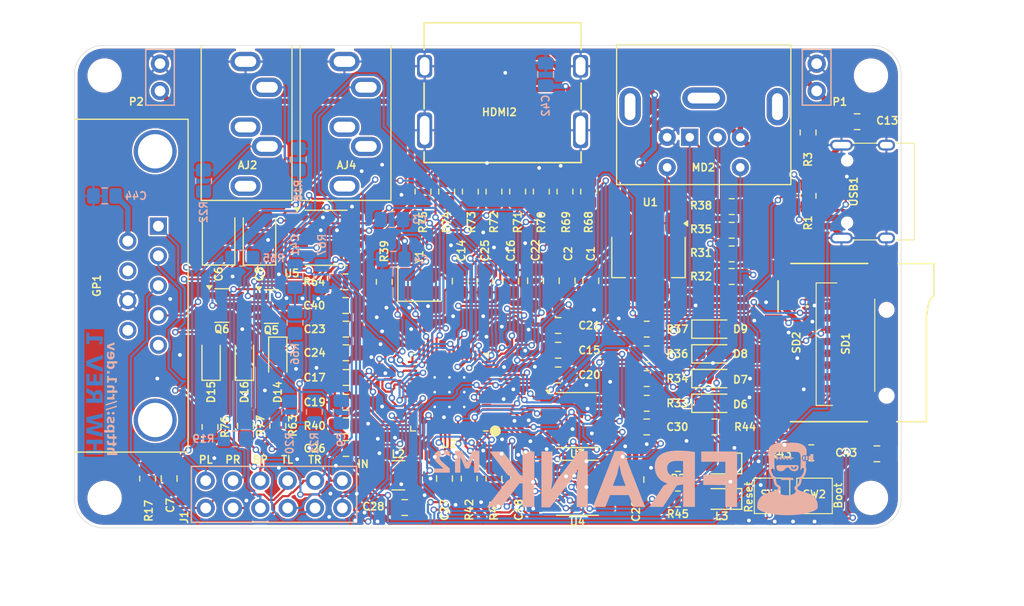
<source format=kicad_pcb>
(kicad_pcb (version 20240108) (generator "pcbnew") (generator_version "8.0")
  (title_block (title "Frank M2") (date "2025-02-02") (rev "1.01") (company "Mikhail Matveev") (comment 1 "https://github.com/xtremespb/frank"))
  (layers (0 "F.Cu" signal) (31 "B.Cu" signal) (34 "B.Paste" user) (35 "F.Paste" user) (36 "B.SilkS" user "B.Silkscreen") (37 "F.SilkS" user "F.Silkscreen") (38 "B.Mask" user) (39 "F.Mask" user) (44 "Edge.Cuts" user))
  (net 0 "")
  (net 1 "GND")
  (net 2 "/Audio Out/L")
  (net 3 "+3V3")
  (net 4 "VBUS")
  (net 5 "/RP2350A/XIN")
  (net 6 "/Audio Out/R")
  (net 7 "/RP2350A/VREG_AVDD")
  (net 8 "Net-(U2-VREG_FB)")
  (net 9 "/Audio Out/L*")
  (net 10 "/Audio Out/R*")
  (net 14 "Net-(C6-Pad1)")
  (net 15 "Net-(C8-Pad1)")
  (net 16 "/Gamepad/+5V")
  (net 17 "/GPIO0")
  (net 18 "/GPIO1")
  (net 19 "/GPIO2")
  (net 20 "/GPIO3")
  (net 21 "Net-(C25-Pad1)")
  (net 22 "/LOAD_IN_D")
  (net 23 "Net-(C41-Pad2)")
  (net 24 "Net-(D14-A)")
  (net 25 "Net-(D14-K)")
  (net 26 "Net-(HDMI2-D2N)")
  (net 28 "/GPIO26")
  (net 29 "Net-(L1-A)")
  (net 30 "/GPIO27")
  (net 31 "/GPIO10")
  (net 32 "/D+")
  (net 33 "/D-")
  (net 34 "/GPIO11")
  (net 35 "/GPIO22")
  (net 36 "Net-(HDMI2-CLKP)")
  (net 37 "Net-(USB1-CC1)")
  (net 38 "Net-(USB1-CC2)")
  (net 39 "/GPIO21")
  (net 40 "/GPIO20")
  (net 41 "/Gamepad/J2_DATA")
  (net 42 "/Gamepad/J1_DATA")
  (net 43 "Net-(HDMI2-CLKN)")
  (net 44 "Net-(HDMI2-D0N)")
  (net 45 "/RP2350A/VREG_LX")
  (net 46 "/RUN")
  (net 47 "/PS2/PS{slash}2 CLK")
  (net 49 "Net-(HDMI2-D0P)")
  (net 50 "/PS2/PS{slash}2 DATA")
  (net 51 "Net-(HDMI2-D1N)")
  (net 52 "Net-(HDMI2-D2P)")
  (net 53 "/RP2350A/QSPI_SD2")
  (net 54 "/RP2350A/QSPI_SD0")
  (net 55 "/GPIO8")
  (net 56 "/RP2350A/QSPI_SD1")
  (net 59 "/RP2350A/QSPI_SD3")
  (net 61 "Net-(HDMI2-D1P)")
  (net 62 "/RP2350A/QSPI_SCLK")
  (net 65 "/RP2350A/XOUT")
  (net 66 "Net-(MD2-Pad6)")
  (net 67 "Net-(MD2-Pad2)")
  (net 68 "Net-(Q5-B)")
  (net 69 "/A_OUTL")
  (net 70 "/A_OUTB")
  (net 71 "/A_OUTR")
  (net 72 "Net-(U2-USB_DP)")
  (net 73 "Net-(U2-USB_DM)")
  (net 74 "/RP2350A/QSPI_SS")
  (net 75 "/RP2350A/~{USB_BOOT}")
  (net 76 "/RP2350A/FLASH_SS")
  (net 77 "/GPIO9")
  (net 78 "/GPIO12")
  (net 79 "/GPIO13")
  (net 80 "/GPIO14")
  (net 81 "/GPIO15")
  (net 82 "/GPIO16")
  (net 83 "/GPIO17")
  (net 84 "/GPIO18")
  (net 85 "/GPIO19")
  (net 86 "/SD Card/DET")
  (net 87 "/SD Card/DAT1")
  (net 88 "/SD Card/POL")
  (net 89 "/GPIO5")
  (net 90 "/GPIO7")
  (net 91 "/GPIO4")
  (net 92 "/A_TDAR")
  (net 93 "/SD Card/DAT2")
  (net 94 "/GPIO6")
  (net 95 "/RP2350A/SWD")
  (net 96 "/RP2350A/GPIO26")
  (net 97 "/RP2350A/GPIO23")
  (net 98 "/RP2350A/SWCLK")
  (net 99 "/RP2350A/GPIO29")
  (net 100 "/RP2350A/GPIO24")
  (net 104 "/A_TDAL")
  (net 105 "Net-(L3-A)")
  (net 106 "GPIO25")
  (net 108 "/RP2350A/GPIO28")
  (net 109 "Net-(U5-FLT)")
  (net 110 "Net-(C15-Pad1)")
  (footprint "FRANK:Resistor (0805)" (layer "F.Cu") (at 194.2 97.5 180)
    (property "Reference" "R33")
    (property "Value" "100R" (hide yes))
  )
  (footprint "FRANK:Mounting Hole (2.7mm)" (layer "F.Cu") (at 143.8 67)
    (property "Reference" "H1" (hide yes))
    (property "Value" "MountingHole" (hide yes))
  )
  (footprint "FRANK:D-SUB (9 pin, male, top mount)" (layer "F.Cu") (at 148.8 81.015 -90)
    (property "Reference" "GP1")
    (property "Value" "Gamepad" (hide yes))
  )
  (footprint "FRANK:Mounting Hole (2.7mm)" (layer "F.Cu") (at 215.05 106.3)
    (property "Reference" "H4" (hide yes))
    (property "Value" "MountingHole" (hide yes))
  )
  (footprint "FRANK:Capacitor (0805)" (layer "F.Cu") (at 166.2375 95.1 180)
    (property "Reference" "C17")
    (property "Value" "100n" (hide yes))
  )
  (footprint "FRANK:SO-8" (layer "F.Cu") (at 187.7625 99.0625)
    (property "Reference" "U3")
    (property "Value" "ESP-PSRAM32" (hide yes))
  )
  (footprint "FRANK:Resistor (0805)" (layer "F.Cu") (at 194.2 92.9 180)
    (property "Reference" "R36")
    (property "Value" "100R" (hide yes))
  )
  (footprint "FRANK:MicroSD (SMD, short)" (layer "F.Cu") (at 212.7 92 90)
    (property "Reference" "SD1")
    (property "Value" "47571-0001" (hide yes))
  )
  (footprint "FRANK:QFN 60 (RP2350A)" (layer "F.Cu") (at 175.8625 96.4625 180)
    (property "Reference" "U2")
    (property "Value" "RP2350A" (hide yes))
  )
  (footprint "FRANK:Jack (3.5mm)" (layer "F.Cu") (at 156.9 65.7)
    (property "Reference" "AJ2")
    (property "Value" "SJ1-353XNG" (hide yes))
  )
  (footprint "FRANK:Resistor (0805)" (layer "F.Cu") (at 166.2375 99.6)
    (property "Reference" "R40")
    (property "Value" "33R" (hide yes))
  )
  (footprint "FRANK:Resistor (0805)" (layer "F.Cu") (at 202.1 85.7)
    (property "Reference" "R32")
    (property "Value" "1K" (hide yes))
  )
  (footprint "FRANK:Capacitor (3528, tantalum, polar)" (layer "F.Cu") (at 158.2 82 90)
    (property "Reference" "C8")
    (property "Value" "10u" (hide yes))
  )
  (footprint "FRANK:Capacitor (0805)" (layer "F.Cu") (at 175.4 104.5 -90)
    (property "Reference" "C27")
    (property "Value" "4.7u" (hide yes))
  )
  (footprint "FRANK:Capacitor (0805)" (layer "F.Cu") (at 166.2375 90.6 180)
    (property "Reference" "C23")
    (property "Value" "100n" (hide yes))
  )
  (footprint "FRANK:Resistor (0805)" (layer "F.Cu") (at 197.1 106.4 180)
    (property "Reference" "R45")
    (property "Value" "1K" (hide yes))
  )
  (footprint "FRANK:Capacitor (0805)" (layer "F.Cu") (at 213.7625 71.3 180)
    (property "Reference" "C13")
    (property "Value" "10u" (hide yes))
  )
  (footprint "FRANK:Resistor (0805)" (layer "F.Cu") (at 194.2 90.6 180)
    (property "Reference" "R37")
    (property "Value" "100R" (hide yes))
  )
  (footprint "FRANK:Resistor (0805)" (layer "F.Cu") (at 184.4 77.8 -90)
    (property "Reference" "R70")
    (property "Value" "270R" (hide yes))
  )
  (footprint "FRANK:Inductor (3225)" (layer "F.Cu") (at 171.1 104.2 180)
    (property "Reference" "L2")
    (property "Value" "3.3uH" (hide yes))
  )
  (footprint "FRANK:Capacitor (0805)" (layer "F.Cu") (at 166.2375 97.4 180)
    (property "Reference" "C19")
    (property "Value" "100n" (hide yes))
  )
  (footprint "FRANK:Resistor (0805)" (layer "F.Cu") (at 182.2 77.8 -90)
    (property "Reference" "R71")
    (property "Value" "270R" (hide yes))
  )
  (footprint "FRANK:MiniDIN (6 Pin, female)" (layer "F.Cu") (at 198.2 72.75 180)
    (property "Reference" "MD2")
    (property "Value" "Mini-DIN-6" (hide yes))
  )
  (footprint "FRANK:Capacitor (0805)" (layer "F.Cu") (at 149.8 104.5 -90)
    (property "Reference" "C7")
    (property "Value" "10n" (hide yes))
  )
  (footprint "FRANK:Capacitor (0805)" (layer "F.Cu") (at 194.2 99.7)
    (property "Reference" "C30")
    (property "Value" "100n" (hide yes))
  )
  (footprint "FRANK:Capacitor (0805)" (layer "F.Cu") (at 176.8625 86.1375 -90)
    (property "Reference" "C14")
    (property "Value" "15p" (hide yes))
  )
  (footprint "FRANK:Jack (3.5mm)" (layer "F.Cu") (at 166.1 65.7)
    (property "Reference" "AJ4")
    (property "Value" "PJ-325C" (hide yes))
  )
  (footprint "FRANK:Diode (SOD-323)" (layer "F.Cu") (at 200.4 97.5)
    (property "Reference" "D6")
    (property "Value" "3V3" (hide yes))
  )
  (footprint "FRANK:Resistor (0805)" (layer "F.Cu") (at 159.9 99.6 90)
    (property "Reference" "R63")
    (property "Value" "10K" (hide yes))
  )
  (footprint "FRANK:LED (0805)" (layer "F.Cu") (at 201.175 103.1 180)
    (property "Reference" "L1")
    (property "Value" "Green" (hide yes))
  )
  (footprint "FRANK:USB Type C" (layer "F.Cu") (at 219.085 77.8 90)
    (property "Reference" "USB1")
    (property "Value" "USB4215-03-A" (hide yes))
  )
  (footprint "FRANK:Capacitor (0805)" (layer "F.Cu") (at 166.2375 101.7 180)
    (property "Reference" "C26")
    (property "Value" "4.7u" (hide yes))
  )
  (footprint "FRANK:Crystal (3225)" (layer "F.Cu") (at 173.0625 86.35)
    (property "Reference" "Y1")
    (property "Value" "ABM8-272-T3 12 MHz" (hide yes))
  )
  (footprint "FRANK:Capacitor (0805)" (layer "F.Cu") (at 171.7 107.2 180)
    (property "Reference" "C28")
    (property "Value" "4.7u" (hide yes))
  )
  (footprint "FRANK:Resistor (0805)" (layer "F.Cu") (at 200.5 99.7 180)
    (property "Reference" "R44")
    (property "Value" "0R" (hide yes))
  )
  (footprint "FRANK:Capacitor (3528, tantalum, polar)" (layer "F.Cu") (at 154.4 82 90)
    (property "Reference" "C6")
    (property "Value" "10u" (hide yes))
  )
  (footprint "FRANK:Diode (SOD-323)" (layer "F.Cu") (at 156.8 93.35 90)
    (property "Reference" "D16")
    (property "Value" "3V3" (hide yes))
  )
  (footprint "FRANK:Capacitor (0805)" (layer "F.Cu") (at 185.9625 94.8625)
    (property "Reference" "C20")
    (property "Value" "100n" (hide yes))
  )
  (footprint "FRANK:Button (SMD, 3x3mm, 1-1)" (layer "F.Cu") (at 204.2 107.76 90)
    (property "Reference" "SW1")
    (property "Value" "Reset" (hide yes))
  )
  (footprint "FRANK:Capacitor (0805)" (layer "F.Cu") (at 166.2375 92.8 180)
    (property "Reference" "C24")
    (property "Value" "100n" (hide yes))
  )
  (footprint "FRANK:HDMI (female)" (layer "F.Cu") (at 180.8 72.1 180)
    (property "Reference" "HDMI2")
    (property "Value" "HDMI Female" (hide yes))
  )
  (footprint "FRANK:Capacitor (0805)" (layer "F.Cu") (at 189 86.1 -90)
    (property "Reference" "C1")
    (property "Value" "10u" (hide yes))
  )
  (footprint "FRANK:Capacitor (0805)" (layer "F.Cu") (at 193.2 104.6 -90)
    (property "Reference" "C29")
    (property "Value" "100n" (hide yes))
  )
  (footprint "FRANK:Resistor (0805)" (layer "F.Cu") (at 194.2 95.2 180)
    (property "Reference" "R34")
    (property "Value" "100R" (hide yes))
  )
  (footprint "FRANK:Resistor (0805)" (layer "F.Cu") (at 173.4 77.8 -90)
    (property "Reference" "R75")
    (property "Value" "270R" (hide yes))
  )
  (footprint "FRANK:SOT-23" (layer "F.Cu") (at 159.3 88.5)
    (property "Reference" "Q5")
    (property "Value" "BC850" (hide yes))
  )
  (footprint "FRANK:Resistor (0805)" (layer "F.Cu") (at 177.7 104.5 90)
    (property "Reference" "R42")
    (property "Value" "27R" (hide yes))
  )
  (footprint "FRANK:SOT-23" (layer "F.Cu") (at 154.7 88.4)
    (property "Reference" "Q6")
    (property "Value" "BC850" (hide yes))
  )
  (footprint "FRANK:Diode (SOD-323)" (layer "F.Cu") (at 200.4 95.2)
    (property "Reference" "D7")
    (property "Value" "3V3" (hide yes))
  )
  (footprint "FRANK:Resistor (0805)" (layer "F.Cu") (at 202.1 79.2 180)
    (property "Reference" "R38")
    (property "Value" "1k" (hide yes))
  )
  (footprint "FRANK:Pin Header (2x06)" (layer "F.Cu") (at 153.2 107.24 90)
    (property "Reference" "J1")
    (property "Value" "Pin Header 2x18" (hide yes))
  )
  (footprint "FRANK:Capacitor (0805)" (layer "F.Cu") (at 166.2 88.4 180)
    (property "Reference" "C40")
    (property "Value" "100n" (hide yes))
  )
  (footprint "FRANK:Capacitor (0805)" (layer "F.Cu") (at 181.5625 86.1375 90)
    (property "Reference" "C16")
    (property "Value" "4.7u" (hide yes))
  )
  (footprint "FRANK:Resistor (0805)" (layer "F.Cu") (at 153.6 99.7 90)
    (property "Reference" "R76")
    (property "Value" "1K" (hide yes))
  )
  (footprint "FRANK:Resistor (0805)" (layer "F.Cu") (at 209.2 72.3 -90)
    (property "Reference" "R3")
    (property "Value" "5.1K" (hide yes))
  )
  (footprint "FRANK:Pin Header (1x02)" (layer "F.Cu") (at 210 65.9)
    (property "Reference" "P1")
    (property "Value" "Power (+5V)" (hide yes))
  )
  (footprint "FRANK:Diode (SOD-323)" (layer "F.Cu") (at 200.4 90.6)
    (property "Reference" "D9")
    (property "Value" "3V3" (hide yes))
  )
  (footprint "FRANK:Capacitor (0805)" (layer "F.Cu") (at 186.8 86.1 -90)
    (property "Reference" "C2")
    (property "Value" "10u" (hide yes))
  )
  (footprint "FRANK:Resistor (0805)" (layer "F.Cu") (at 202.1 83.6 180)
    (property "Reference" "R31")
    (property "Value" "1K" (hide yes))
  )
  (footprint "FRANK:Mounting Hole (2.7mm)" (layer "F.Cu") (at 143.8 106.3)
    (property "Reference" "H3" (hide yes))
    (property "Value" "MountingHole" (hide yes))
  )
  (footprint "FRANK:Mounting Hole (2.7mm)" (layer "F.Cu") (at 215.05 67)
    (property "Reference" "H2" (hide yes))
    (property "Value" "MountingHole" (hide yes))
  )
  (footprint "FRANK:Diode (SOD-323)" (layer "F.Cu") (at 153.7 93.35 90)
    (property "Reference" "D15")
    (property "Value" "3V3" (hide yes))
  )
  (footprint "FRANK:Capacitor (0805)" (layer "F.Cu") (at 185.9625 92.5625)
    (property "Reference" "C15")
    (property "Value" "100n" (hide yes))
  )
  (footprint "FRANK:Resistor (0805)" (layer "F.Cu") (at 197.1 103.1)
    (property "Reference" "R2")
    (property "Value" "1K" (hide yes))
  )
  (footprint "FRANK:MicroSD (SMD, long)" (layer "F.Cu") (at 205.2 91.85 -90)
    (property "Reference" "SD2")
    (property "Value" "104031-0811" (hide yes))
  )
  (footprint "FRANK:Capacitor (0805)" (layer "F.Cu") (at 185.9625 90.2625)
    (property "Reference" "C21")
    (property "Value" "100n" (hide yes))
  )
  (footprint "FRANK:Resistor (0805)" (layer "F.Cu") (at 209.2 78.2 90)
    (property "Reference" "R1")
    (property "Value" "5.1K" (hide yes))
  )
  (footprint "FRANK:SO-8" (layer "F.Cu") (at 164.4 82.1)
    (property "Reference" "U5")
    (property "Value" "TDA1387T" (hide yes))
  )
  (footprint "FRANK:LED (0805)" (layer "F.Cu") (at 201.175 106.4 180)
    (property "Reference" "L3")
    (property "Value" "Blue" (hide yes))
  )
  (footprint "FRANK:Button (SMD, 3x3mm, 1-1)" (layer "F.Cu") (at 208.15 107.765 90)
    (property "Reference" "SW2")
    (property "Value" "Boot" (hide yes))
  )
  (footprint "FRANK:Resistor (0805)" (layer "F.Cu") (at 180 104.5 90)
    (property "Reference" "R41")
    (property "Value" "27R" (hide yes))
  )
  (footprint "FRANK:Resistor (0805)" (layer "F.Cu") (at 147.8 104.5 -90)
    (property "Reference" "R17")
    (property "Value" "1K" (hide yes))
  )
  (footprint "FRANK:Diode (SOD-323)" (layer "F.Cu") (at 200.4 92.9)
    (property "Reference" "D8")
    (property "Value" "3V3" (hide yes))
  )
  (footprint "FRANK:Capacitor (0805)" (layer "F.Cu") (at 182.3 104.5 -90)
    (property "Reference" "C18")
    (property "Value" "100n" (hide yes))
  )
  (footprint "FRANK:Resistor (0805)" (layer "F.Cu") (at 180 77.8 -90)
    (property "Reference" "R72")
    (property "Value" "270R" (hide yes))
  )
  (footprint "FRANK:Resistor (0805)" (layer "F.Cu") (at 186.6 77.8 -90)
    (property "Reference" "R69")
    (property "Value" "270R" (hide yes))
  )
  (footprint "FRANK:Resistor (0805)" (layer "F.Cu") (at 209.5 102.1)
    (property "Reference" "R43")
    (property "Value" "1K" (hide yes))
  )
  (footprint "FRANK:Resistor (0805)" (layer "F.Cu") (at 156.9 99.6 90)
    (property "Reference" "R77")
    (property "Value" "1K" (hide yes))
  )
  (footprint "FRANK:SO-8" (layer "F.Cu") (at 187.7625 105.3625)
    (property "Reference" "U4")
    (property "Value" "W25Q128JVSQ" (hide yes))
  )
  (footprint "FRANK:Resistor (0805)" (layer "F.Cu") (at 202.1 81.4 180)
    (property "Reference" "R35")
    (property "Value" "1K" (hide yes))
  )
  (footprint "FRANK:Resistor (0805)" (layer "F.Cu") (at 169.8 86.2 90)
    (property "Reference" "R39")
    (property "Value" "1K" (hide yes))
  )
  (footprint "FRANK:Pin Header (1x02)" (layer "F.Cu") (at 148.95 65.9)
    (property "Reference" "P2")
    (property "Value" "Power (+3.3V)" (hide yes))
  )
  (footprint "FRANK:Capacitor (0805)" (layer "F.Cu") (at 183.8625 86.1 90)
    (property "Reference" "C22")
    (property "Value" "100n" (hide yes))
  )
  (footprint "FRANK:SOT-223" (layer "F.Cu") (at 194.3625 83.9 -90)
    (property "Reference" "U1")
    (property "Value" "NCP1117 3.3" (hide yes))
  )
  (footprint "FRANK:Resistor (0805)" (layer "F.Cu") (at 188.8 77.8 -90)
    (property "Reference" "R68")
    (property "Value" "270R" (hide yes))
  )
  (footprint "FRANK:Capacitor (0805)" (layer "F.Cu") (at 179.1625 86.1375 -90)
    (property "Reference" "C25")
    (property "Value" "15p" (hide yes))
  )
  (footprint "FRANK:Resistor (0805)" (layer "F.Cu") (at 177.8 77.8 -90)
    (property "Reference" "R73")
    (property "Value" "270R" (hide yes))
  )
  (footprint "FRANK:Resistor (0805)" (layer "F.Cu") (at 166.2 86.2 180)
    (property "Reference" "R64")
    (property "Value" "1K" (hide yes))
  )
  (footprint "FRANK:Resistor (0805)" (layer "F.Cu") (at 175.6 77.8 -90)
    (property "Reference" "R74")
    (property "Value" "270R" (hide yes))
  )
  (footprint "FRANK:Diode (SOD-323)" (layer "F.Cu") (at 159.9 93.35 -90)
    (property "Reference" "D14")
    (property "Value" "1N4148" (hide yes))
  )
  (footprint "FRANK:Capacitor (0805)" (layer "F.Cu") (at 215.6 102.2 180)
    (property "Reference" "C43")
    (property "Value" "100n" (hide yes))
  )
  (footprint "FRANK:Resistor (0805)" (layer "B.Cu") (at 153 76.8 90)
    (property "Reference" "R22")
    (property "Value" "330R" (hide yes))
  )
  (footprint "FRANK:Capacitor (0805)" (layer "B.Cu") (at 170.5 80.4)
    (property "Reference" "C3")
    (property "Value" "1u" (hide yes))
  )
  (footprint "FRANK:Resistor (0805)" (layer "B.Cu") (at 161.5 90 -90)
    (property "Reference" "R66")
    (property "Value" "10K" (hide yes))
  )
  (footprint "FRANK:Capacitor (0805)" (layer "B.Cu") (at 170.6375 84.1)
    (property "Reference" "C4")
    (property "Value" "47u" (hide yes))
  )
  (footprint "FRANK:Resistor (0805)" (layer "B.Cu") (at 163.3 98.3 90)
    (property "Reference" "R21")
    (property "Value" "1K" (hide yes))
  )
  (footprint "FRANK:Resistor (0805)" (layer "B.Cu") (at 156.6 84)
    (property "Reference" "R65")
    (property "Value" "10K" (hide yes))
  )
  (footprint "FRANK:Capacitor (0805)" (layer "B.Cu") (at 165.8 98.3 90)
    (property "Reference" "C9")
    (property "Value" "10n" (hide yes))
  )
  (footprint "FRANK:Capacitor (0805)" (layer "B.Cu") (at 184.8 66.9 90)
    (property "Reference" "C42")
    (property "Value" "100n" (hide yes))
  )
  (footprint "FRANK:Resistor (0805)" (layer "B.Cu") (at 161 98.3 90)
    (property "Reference" "R20")
    (property "Value" "2K" (hide yes))
  )
  (footprint "FRANK:Capacitor (0805)" (layer "B.Cu") (at 161.5 85.7 -90)
    (property "Reference" "C41")
    (property "Value" "100n" (hide yes))
  )
  (footprint "FRANK:Resistor (0805)" (layer "B.Cu") (at 164 85.6625 -90)
    (property "Reference" "R67")
    (property "Value" "100R" (hide yes))
  )
  (footprint "FRANK:Resistor (0805)" (layer "B.Cu") (at 161.8 74.8 90)
    (property "Reference" "R18")
    (property "Value" "330R" (hide yes))
  )
  (footprint "FRANK:Capacitor (0805)" (layer "B.Cu") (at 143.8 78.2 180)
    (property "Reference" "C44")
    (property "Value" "100n" (hide yes))
  )
  (footprint "FRANK:Resistor (0805)" (layer "B.Cu") (at 155.9 100.8)
    (property "Reference" "R19")
    (property "Value" "2K" (hide yes))
  )
  (gr_poly (pts (xy 208.976688 102.782376) (xy 209.15925 102.782376) (xy 209.15925 102.401376) (xy 208.976688 102.401376)) (stroke (width -0.000001)) (fill solid) (layer "B.SilkS"))
  (gr_poly (pts (xy 206.674813 104.63975) (xy 207.897188 104.63975) (xy 207.754313 104.425438) (xy 206.817688 104.425438)) (stroke (width -0.000001)) (fill solid) (layer "B.SilkS"))
  (gr_poly (pts (xy 182.655941 104.250813) (xy 182.394002 104.139688) (xy 180.846189 101.980688) (xy 179.6 101.980688) (xy 181.235125 104.139688) (xy 181.66375 104.4175) (xy 181.21925 104.711188) (xy 179.345999 107.140063) (xy 180.695374 107.140063) (xy 182.370189 104.95725) (xy 182.655941 104.95725) (xy 182.655941 107.140063) (xy 183.751315 107.140063) (xy 183.751315 101.980688) (xy 182.655941 101.980688)) (stroke (width -0.000001)) (fill solid) (layer "B.SilkS"))
  (gr_poly (pts (xy 189.196437 107.148001) (xy 190.355313 107.148001) (xy 190.799813 106.044688) (xy 192.538125 106.044688) (xy 192.958812 107.148001) (xy 194.054188 107.148001) (xy 193.288993 105.1795) (xy 192.236501 105.1795) (xy 191.053815 105.1795) (xy 191.450689 104.1) (xy 191.625315 103.282438) (xy 191.665 103.282438) (xy 191.839626 104.107938) (xy 192.236501 105.1795) (xy 193.288993 105.1795) (xy 192.030125 101.941001) (xy 191.228438 101.941001)) (stroke (width -0.000001)) (fill solid) (layer "B.SilkS"))
  (gr_poly (pts (xy 185.791249 104.695313) (xy 185.370565 105.449375) (xy 185.322939 105.449375) (xy 185.442001 104.687376) (xy 185.442001 101.980688) (xy 184.410126 101.980688) (xy 184.410126 107.187688) (xy 185.203877 107.187688) (xy 187.32319 104.449251) (xy 187.76769 103.671376) (xy 187.807378 103.671376) (xy 187.688314 104.457188) (xy 187.688314 107.148001) (xy 188.720188 107.148001) (xy 188.720188 101.941) (xy 187.92644 101.941)) (stroke (width -0.000001)) (fill solid) (layer "B.SilkS"))
  (gr_poly (pts (xy 209.405312 102.401376) (xy 209.2545 102.401376) (xy 209.2545 102.782376) (xy 209.405312 102.782376) (xy 209.405312 102.941126) (xy 209.691062 102.941126) (xy 209.691062 102.226751) (xy 209.405312 102.226751)) (stroke (width -0.000001)) (fill solid) (layer "B.SilkS"))
  (gr_poly (pts (xy 208.827163 102.401629) (xy 208.820614 102.402381) (xy 208.814172 102.403619) (xy 208.807845 102.405329) (xy 208.80164 102.407498) (xy 208.795565 102.410113) (xy 208.789626 102.413162) (xy 208.783831 102.41663) (xy 208.778187 102.420506) (xy 208.772702 102.424775) (xy 208.767382 102.429425) (xy 208.762236 102.434443) (xy 208.75249 102.44553) (xy 208.743524 102.45793) (xy 208.735394 102.47154) (xy 208.72816 102.486254) (xy 208.72188 102.501968) (xy 208.716611 102.518578) (xy 208.712411 102.535978) (xy 208.70934 102.554064) (xy 208.707454 102.572731) (xy 208.706813 102.591876) (xy 208.706974 102.601501) (xy 208.707454 102.61102) (xy 208.708245 102.62042) (xy 208.70934 102.629687) (xy 208.710731 102.638809) (xy 208.712411 102.647773) (xy 208.714373 102.656566) (xy 208.716611 102.665173) (xy 208.719115 102.673584) (xy 208.72188 102.681783) (xy 208.724897 102.689758) (xy 208.72816 102.697497) (xy 208.731662 102.704986) (xy 208.735394 102.712211) (xy 208.739351 102.719161) (xy 208.743524 102.725821) (xy 208.747906 102.732179) (xy 208.75249 102.738221) (xy 208.757269 102.743935) (xy 208.762236 102.749308) (xy 208.767382 102.754326) (xy 208.772702 102.758976) (xy 208.778187 102.763245) (xy 208.783831 102.767121) (xy 208.789626 102.770589) (xy 208.795565 102.773638) (xy 208.80164 102.776253) (xy 208.807845 102.778422) (xy 208.814172 102.780132) (xy 208.820614 102.78137) (xy 208.827163 102.782122) (xy 208.833813 102.782376) (xy 208.881438 102.782376) (xy 208.881438 102.401376) (xy 208.833813 102.401376)) (stroke (width -0.000001)) (fill solid) (layer "B.SilkS"))
  (gr_poly (pts (xy 206.376212 103.252192) (xy 206.357011 103.256581) (xy 206.339402 103.26367) (xy 206.323392 103.273276) (xy 206.308987 103.285212) (xy 206.296193 103.299295) (xy 206.285014 103.315341) (xy 206.275457 103.333164) (xy 206.267529 103.352579) (xy 206.261233 103.373403) (xy 206.256578 103.395451) (xy 206.253567 103.418538) (xy 206.252208 103.44248) (xy 206.252505 103.467091) (xy 206.254465 103.492188) (xy 206.258094 103.517586) (xy 206.263397 103.543101) (xy 206.27038 103.568546) (xy 206.279049 103.593739) (xy 206.28941 103.618495) (xy 206.301468 103.642628) (xy 206.31523 103.665955) (xy 206.330701 103.688291) (xy 206.347887 103.709451) (xy 206.366794 103.72925) (xy 206.387427 103.747504) (xy 206.409793 103.764029) (xy 206.433897 103.77864) (xy 206.459746 103.791152) (xy 206.487344 103.801381) (xy 206.516698 103.809142) (xy 206.547813 103.81425) (xy 206.595301 103.818948) (xy 206.639644 103.82123) (xy 206.681 103.82124) (xy 206.719523 103.819118) (xy 206.755373 103.815009) (xy 206.788705 103.809053) (xy 206.819677 103.801394) (xy 206.848446 103.792174) (xy 206.875168 103.781536) (xy 206.900001 103.769621) (xy 206.923101 103.756573) (xy 206.944626 103.742534) (xy 206.964732 103.727646) (xy 206.983577 103.712051) (xy 207.001317 103.695893) (xy 207.01811 103.679313) (xy 207.04948 103.645458) (xy 207.078943 103.611627) (xy 207.107755 103.578959) (xy 207.137172 103.548592) (xy 207.1525 103.534629) (xy 207.168449 103.521668) (xy 207.185178 103.509852) (xy 207.202843 103.499324) (xy 207.2216 103.490226) (xy 207.241608 103.482701) (xy 207.263022 103.476891) (xy 207.286 103.472938) (xy 207.308934 103.476846) (xy 207.330219 103.482526) (xy 207.350021 103.489847) (xy 207.368507 103.498673) (xy 207.385842 103.508871) (xy 207.402191 103.520307) (xy 207.41772 103.532848) (xy 207.432596 103.54636) (xy 207.461048 103.575761) (xy 207.488872 103.607441) (xy 207.517393 103.640331) (xy 207.547938 103.67336) (xy 207.581831 103.705458) (xy 207.600448 103.720825) (xy 207.620398 103.735557) (xy 207.641849 103.749523) (xy 207.664965 103.762587) (xy 207.689913 103.774616) (xy 207.716858 103.785477) (xy 207.745965 103.795035) (xy 207.7774 103.803158) (xy 207.81133 103.809711) (xy 207.847919 103.81456) (xy 207.887334 103.817573) (xy 207.92974 103.818614) (xy 207.975303 103.817551) (xy 208.024188 103.81425) (xy 208.055303 103.80984) (xy 208.084657 103.802689) (xy 208.112255 103.792986) (xy 208.138103 103.780919) (xy 208.162207 103.766678) (xy 208.184573 103.750452) (xy 208.205207 103.732429) (xy 208.224114 103.712799) (xy 208.2413 103.691751) (xy 208.256771 103.669472) (xy 208.270532 103.646154) (xy 208.282591 103.621983) (xy 208.292951 103.59715) (xy 208.301621 103.571843) (xy 208.308604 103.546251) (xy 208.313907 103.520563) (xy 208.317535 103.494968) (xy 208.319495 103.469655) (xy 208.319793 103.444813) (xy 208.318433 103.420631) (xy 208.315423 103.397298) (xy 208.314643 103.393563) (xy 208.175 103.393563) (xy 208.173791 103.404136) (xy 208.171756 103.416271) (xy 208.168303 103.43201) (xy 208.163082 103.450633) (xy 208.155745 103.471419) (xy 208.145944 103.493646) (xy 208.14001 103.505075) (xy 208.133328 103.516594) (xy 208.125856 103.528114) (xy 208.11755 103.539543) (xy 208.108366 103.550791) (xy 208.098261 103.56177) (xy 208.08719 103.572388) (xy 208.075111 103.582556) (xy 208.061979 103.592182) (xy 208.047752 103.601178) (xy 208.032385 103.609454) (xy 208.015836 103.616918) (xy 207.998059 103.623481) (xy 207.979012 103.629053) (xy 207.958651 103.633543) (xy 207.936933 103.636862) (xy 207.913814 103.63892) (xy 207.88925 103.639626) (xy 207.863942 103.63892) (xy 207.840081 103.636862) (xy 207.817623 103.633543) (xy 207.796527 103.629053) (xy 207.776751 103.623481) (xy 207.758252 103.616918) (xy 207.740989 103.609454) (xy 207.724919 103.601178) (xy 207.71 103.592182) (xy 207.69619 103.582555) (xy 207.683447 103.572388) (xy 207.671729 103.56177) (xy 207.660993 103.550791) (xy 207.651197 103.539543) (xy 207.642299 103.528113) (xy 207.634258 103.516594) (xy 207.62703 103.505075) (xy 207.620575 103.493646) (xy 207.614849 103.482397) (xy 207.60981 103.471419) (xy 207.601626 103.450633) (xy 207.595687 103.43201) (xy 207.591654 103.416271) (xy 207.589191 103.404136) (xy 207.587625 103.393563) (xy 207.786063 103.393563) (xy 207.783102 103.399516) (xy 207.780233 103.405469) (xy 207.777551 103.411422) (xy 207.776309 103.414399) (xy 207.775148 103.417376) (xy 207.774081 103.420352) (xy 207.773118 103.423329) (xy 207.772271 103.426305) (xy 207.771552 103.429282) (xy 207.770972 103.432258) (xy 207.770544 103.435235) (xy 207.770279 103.438211) (xy 207.770188 103.441188) (xy 207.770326 103.446373) (xy 207.770736 103.451503) (xy 207.771411 103.456573) (xy 207.772342 103.461574) (xy 207.773524 103.4665) (xy 207.774949 103.471343) (xy 207.776609 103.476096) (xy 207.778497 103.480751) (xy 207.780606 103.485302) (xy 207.782929 103.489741) (xy 207.785458 103.494061) (xy 207.788186 103.498254) (xy 207.791107 103.502314) (xy 207.794211 103.506232) (xy 207.797493 103.510003) (xy 207.800945 103.513618) (xy 207.80456 103.51707) (xy 207.808331 103.520352) (xy 207.812249 103.523456) (xy 207.816309 103.526377) (xy 207.820502 103.529105) (xy 207.824822 103.531634) (xy 207.829261 103.533957) (xy 207.833812 103.536066) (xy 207.838467 103.537954) (xy 207.84322 103.539614) (xy 207.848063 103.541039) (xy 207.852989 103.54222) (xy 207.85799 103.543152) (xy 207.86306 103.543827) (xy 207.868191 103.544237) (xy 207.873375 103.544375) (xy 207.87856 103.544237) (xy 207.88369 103.543827) (xy 207.88876 103.543152) (xy 207.893762 103.54222) (xy 207.898687 103.541039) (xy 207.90353 103.539614) (xy 207.908283 103.537954) (xy 207.912939 103.536066) (xy 207.91749 103.533957) (xy 207.921928 103.531634) (xy 207.926248 103.529105) (xy 207.930441 103.526377) (xy 207.934501 103.523456) (xy 207.93842 103.520352) (xy 207.94219 103.51707) (xy 207.945805 103.513618) (xy 207.949257 103.510003) (xy 207.952539 103.506232) (xy 207.955644 103.502314) (xy 207.958564 103.498254) (xy 207.961292 103.494061) (xy 207.963821 103.489741) (xy 207.966144 103.485302) (xy 207.968253 103.480751) (xy 207.970141 103.476096) (xy 207.971801 103.471343) (xy 207.973226 103.4665) (xy 207.974408 103.461574) (xy 207.97534 103.456573) (xy 207.976014 103.451503) (xy 207.976424 103.446373) (xy 207.976563 103.441188) (xy 207.976472 103.438212) (xy 207.976206 103.435235) (xy 207.975778 103.432258) (xy 207.975198 103.429282) (xy 207.974479 103.426305) (xy 207.973632 103.423329) (xy 207.972669 103.420352) (xy 207.971602 103.417376) (xy 207.970441 103.414399) (xy 207.969199 103.411423) (xy 207.966517 103.40547) (xy 207.963648 103.399516) (xy 207.960687 103.393563) (xy 208.175 103.393563) (xy 208.314643 103.393563) (xy 208.310767 103.375002) (xy 208.304472 103.353933) (xy 208.296543 103.33428) (xy 208.286987 103.316231) (xy 208.275808 103.299976) (xy 208.263013 103.285703) (xy 208.248608 103.273601) (xy 208.232599 103.26386) (xy 208.21499 103.256668) (xy 208.195789 103.252215) (xy 208.175 103.250688) (xy 206.397 103.250688)) (stroke (width -0.000001)) (fill solid) (layer "B.SilkS"))
  (gr_poly (pts (xy 207.589905 101.161939) (xy 207.442667 101.168077) (xy 207.285999 101.179) (xy 207.129332 101.168077) (xy 206.982094 101.161939) (xy 206.843991 101.160347) (xy 206.714732 101.163063) (xy 206.594025 101.169848) (xy 206.481578 101.180465) (xy 206.377098 101.194674) (xy 206.280294 101.212238) (xy 206.190872 101.232918) (xy 206.108542 101.256476) (xy 206.033011 101.282673) (xy 205.963987 101.311271) (xy 205.901178 101.342032) (xy 205.844291 101.374717) (xy 205.793035 101.409088) (xy 205.747117 101.444906) (xy 205.706245 101.481934) (xy 205.670127 101.519933) (xy 205.638472 101.558664) (xy 205.610986 101.597889) (xy 205.587377 101.63737) (xy 205.567355 101.676869) (xy 205.550625 101.716146) (xy 205.536897 101.754965) (xy 205.525878 101.793086) (xy 205.517276 101.83027) (xy 205.506155 101.900878) (xy 205.501196 101.964882) (xy 205.500062 102.020375) (xy 205.503178 102.13643) (xy 205.511596 102.301412) (xy 205.538757 102.714906) (xy 205.570383 103.134353) (xy 205.595312 103.43325) (xy 205.587374 103.449125) (xy 205.581607 103.458328) (xy 205.576212 103.468054) (xy 205.571189 103.478268) (xy 205.566538 103.488936) (xy 205.56226 103.500023) (xy 205.558353 103.511493) (xy 205.554818 103.523312) (xy 205.551656 103.535445) (xy 205.548865 103.547857) (xy 205.546447 103.560513) (xy 205.5444 103.573379) (xy 205.542726 103.586419) (xy 205.541424 103.599598) (xy 205.540493 103.612882) (xy 205.539935 103.626236) (xy 205.539749 103.639625) (xy 205.540137 103.663825) (xy 205.541362 103.688862) (xy 205.543517 103.71483) (xy 205.546695 103.74182) (xy 205.550989 103.769927) (xy 205.556493 103.799243) (xy 205.563299 103.829861) (xy 205.5715 103.861875) (xy 205.589359 103.922197) (xy 205.607219 103.978333) (xy 205.625078 104.030562) (xy 205.642937 104.079164) (xy 205.660797 104.124417) (xy 205.678656 104.1666) (xy 205.696515 104.205993) (xy 205.714375 104.242875) (xy 205.724797 104.260455) (xy 205.735242 104.277477) (xy 205.745733 104.293941) (xy 205.756295 104.309848) (xy 205.766949 104.325195) (xy 205.77772 104.339985) (xy 205.78863 104.354217) (xy 205.799703 104.367891) (xy 205.810962 104.381006) (xy 205.822431 104.393563) (xy 205.834131 104.405563) (xy 205.846088 104.417004) (xy 205.858324 104.427887) (xy 205.870862 104.438212) (xy 205.883725 104.447979) (xy 205.896938 104.457187) (xy 205.914797 104.46897) (xy 205.923727 104.474628) (xy 205.932656 104.480008) (xy 205.941586 104.485015) (xy 205.946051 104.48735) (xy 205.950516 104.489558) (xy 205.95498 104.491625) (xy 205.959445 104.493542) (xy 205.96391 104.495296) (xy 205.968375 104.496875) (xy 205.974452 104.572653) (xy 205.977723 104.609194) (xy 205.981274 104.644711) (xy 205.985196 104.679112) (xy 205.989583 104.712304) (xy 205.994529 104.744193) (xy 206.000125 104.774687) (xy 206.009055 104.812282) (xy 206.017985 104.847737) (xy 206.026914 104.881146) (xy 206.035844 104.912601) (xy 206.044774 104.942196) (xy 206.053704 104.970024) (xy 206.062633 104.996178) (xy 206.071563 105.02075) (xy 206.080944 105.042522) (xy 206.091174 105.063212) (xy 206.102171 105.082856) (xy 206.113855 105.101489) (xy 206.126143 105.119145) (xy 206.138954 105.135859) (xy 206.152207 105.151666) (xy 206.165821 105.166601) (xy 206.179713 105.180699) (xy 206.193803 105.193995) (xy 206.20801 105.206523) (xy 206.222251 105.218319) (xy 206.236446 105.229417) (xy 206.250513 105.239853) (xy 206.264371 105.24966) (xy 206.277938 105.258875) (xy 206.317997 105.287152) (xy 206.354336 105.312453) (xy 206.38621 105.334777) (xy 206.40024 105.344823) (xy 206.412875 105.354125) (xy 206.412875 105.385875) (xy 206.412829 105.389565) (xy 206.412503 105.394557) (xy 206.412149 105.397483) (xy 206.41162 105.400665) (xy 206.410881 105.404079) (xy 206.409899 105.407703) (xy 206.408637 105.411513) (xy 206.407062 105.415485) (xy 206.405137 105.419598) (xy 206.402829 105.423826) (xy 206.400103 105.428148) (xy 206.396923 105.432539) (xy 206.393254 105.436977) (xy 206.391226 105.439206) (xy 206.389063 105.441438) (xy 206.385813 105.445993) (xy 206.38204 105.450724) (xy 206.377779 105.455617) (xy 206.373064 105.460661) (xy 206.36793 105.465845) (xy 206.362413 105.471157) (xy 206.350368 105.482117) (xy 206.337206 105.49345) (xy 206.323206 105.505061) (xy 206.293813 105.52875) (xy 206.277083 105.540559) (xy 206.259691 105.552159) (xy 206.241717 105.563527) (xy 206.223244 105.574639) (xy 206.185122 105.596002) (xy 206.145977 105.616062) (xy 206.10646 105.634635) (xy 206.067222 105.651533) (xy 206.028914 105.666571) (xy 205.992188 105.679562) (xy 205.966918 105.688508) (xy 205.938858 105.697546) (xy 205.908193 105.70677) (xy 205.87511 105.716273) (xy 205.722313 105.758937) (xy 205.552649 105.808547) (xy 205.506744 105.822345) (xy 205.460003 105.837072) (xy 205.412704 105.852916) (xy 205.365126 105.870062) (xy 205.317342 105.888586) (xy 205.269348 105.908494) (xy 205.221309 105.929867) (xy 205.173385 105.952786) (xy 205.125741 105.977333) (xy 205.078538 106.003589) (xy 205.03194 106.031636) (xy 204.986109 106.061555) (xy 204.941209 106.093427) (xy 204.897402 106.127334) (xy 204.85485 106.163357) (xy 204.813717 106.201577) (xy 204.774165 106.242077) (xy 204.736357 106.284937) (xy 204.700456 106.330238) (xy 204.666625 106.378063) (xy 204.644863 106.411454) (xy 204.62424 106.446136) (xy 204.60478 106.482097) (xy 204.586506 106.519326) (xy 204.569441 106.55781) (xy 204.553609 106.597538) (xy 204.539032 106.638499) (xy 204.525734 106.68068) (xy 204.513739 106.724071) (xy 204.503069 106.768659) (xy 204.493748 106.814434) (xy 204.485799 106.861382) (xy 204.479245 106.909493) (xy 204.47411 106.958756) (xy 204.470416 107.009158) (xy 204.468188 107.060687) (xy 204.468312 107.09653) (xy 204.468607 107.114684) (xy 204.46918 107.133117) (xy 204.470126 107.151922) (xy 204.471537 107.171192) (xy 204.473506 107.191021) (xy 204.476126 107.2115) (xy 204.476308 107.217451) (xy 204.476839 107.223391) (xy 204.477695 107.229307) (xy 204.478854 107.235189) (xy 204.480292 107.241023) (xy 204.481986 107.2468) (xy 204.483912 107.252507) (xy 204.486048 107.258133) (xy 204.488369 107.263665) (xy 204.490853 107.269093) (xy 204.493477 107.274405) (xy 204.496217 107.279589) (xy 204.499051 107.284633) (xy 204.501954 107.289526) (xy 204.504903 107.294257) (xy 204.507876 107.298813) (xy 204.513844 107.307727) (xy 204.519906 107.316548) (xy 204.523001 107.320895) (xy 204.526154 107.325183) (xy 204.529376 107.329402) (xy 204.53268 107.333539) (xy 204.536077 107.337584) (xy 204.539579 107.341523) (xy 204.543197 107.345347) (xy 204.546943 107.349042) (xy 204.550828 107.352598) (xy 204.554865 107.356003) (xy 204.559064 107.359245) (xy 204.563438 107.362313) (xy 204.581685 107.376855) (xy 204.600769 107.390838) (xy 204.620783 107.40445) (xy 204.641821 107.417875) (xy 204.663974 107.431301) (xy 204.687337 107.444912) (xy 204.738063 107.473438) (xy 204.791269 107.500211) (xy 204.849684 107.526892) (xy 204.913308 107.553386) (xy 204.982141 107.579602) (xy 205.056182 107.605445) (xy 205.135433 107.630823) (xy 205.219893 107.655644) (xy 205.309562 107.679813) (xy 205.500279 107.728786) (xy 205.70867 107.773946) (xy 205.933804 107.814456) (xy 206.17475 107.849477) (xy 206.43058 107.878173) (xy 206.700362 107.899706) (xy 206.983166 107.913241) (xy 207.278063 107.917938) (xy 207.461745 107.914804) (xy 207.640614 107.908497) (xy 207.814507 107.899189) (xy 207.98326 107.887056) (xy 208.146711 107.872272) (xy 208.304698 107.855011) (xy 208.457056 107.835449) (xy 208.603625 107.813758) (xy 208.74424 107.790114) (xy 208.87874 107.764691) (xy 209.006961 107.737664) (xy 209.12874 107.709206) (xy 209.243915 107.679493) (xy 209.352323 107.648699) (xy 209.453802 107.616997) (xy 209.548187 107.584563) (xy 209.608835 107.563712) (xy 209.665762 107.542767) (xy 209.718968 107.521637) (xy 209.744175 107.510973) (xy 209.768453 107.500227) (xy 209.7918 107.489389) (xy 209.814218 107.478446) (xy 209.835705 107.467386) (xy 209.856262 107.456199) (xy 209.875888 107.444872) (xy 209.894585 107.433394) (xy 209.912351 107.421753) (xy 209.929187 107.409938) (xy 209.939421 107.403981) (xy 209.949295 107.398001) (xy 209.958819 107.391974) (xy 209.968007 107.385878) (xy 209.976869 107.379688) (xy 209.985417 107.373382) (xy 209.993662 107.366937) (xy 210.001617 107.360329) (xy 210.009293 107.353534) (xy 210.016702 107.346531) (xy 210.023854 107.339295) (xy 210.030763 107.331803) (xy 210.037439 107.324032) (xy 210.043894 107.315959) (xy 210.050139 107.307561) (xy 210.056187 107.298813) (xy 210.06211 107.289852) (xy 210.067846 107.280706) (xy 210.070586 107.276005) (xy 210.07321 107.271187) (xy 210.075694 107.26623) (xy 210.078016 107.26111) (xy 210.080151 107.255804) (xy 210.082077 107.250289) (xy 210.083771 107.244541) (xy 210.085209 107.238538) (xy 210.086368 107.232255) (xy 210.087224 107.22567) (xy 210.087755 107.21876) (xy 210.087937 107.2115) (xy 210.090557 107.1933) (xy 210.092526 107.174542) (xy 210.093937 107.155411) (xy 210.094883 107.136094) (xy 210.095456 107.116778) (xy 210.095751 107.097647) (xy 210.095875 107.060688) (xy 210.095412 107.022274) (xy 210.09403 106.984429) (xy 210.091742 106.947166) (xy 210.088558 106.910495) (xy 210.08449 106.87443) (xy 210.07955 106.83898) (xy 210.07375 106.804159) (xy 210.067102 106.769977) (xy 210.059616 106.736446) (xy 210.051304 106.703578) (xy 210.042179 106.671384) (xy 210.032251 106.639876) (xy 210.021533 106.609066) (xy 210.010035 106.578965) (xy 209.997771 106.549585) (xy 209.98475 106.520938) (xy 209.970989 106.492941) (xy 209.956519 106.465515) (xy 209.941375 106.43867) (xy 209.925591 106.412417) (xy 209.909202 106.38677) (xy 209.892244 106.361738) (xy 209.874751 106.337335) (xy 209.856758 106.313571) (xy 209.8383 106.290458) (xy 209.819411 106.268008) (xy 209.800128 106.246232) (xy 209.780483 106.225142) (xy 209.760514 106.20475) (xy 209.740253 106.185067) (xy 209.719737 106.166105) (xy 209.699 106.147876) (xy 209.6567 106.113256) (xy 209.613238 106.080763) (xy 209.568752 106.050294) (xy 209.523383 106.021744) (xy 209.477269 105.995007) (xy 209.430551 105.96998) (xy 209.383368 105.946557) (xy 209.335859 105.924634) (xy 209.288165 105.904106) (xy 209.240423 105.884869) (xy 209.145359 105.849848) (xy 209.051784 105.818733) (xy 208.960813 105.790688) (xy 208.904723 105.773542) (xy 208.849936 105.757698) (xy 208.7465 105.729173) (xy 208.654971 105.703624) (xy 208.615066 105.6915) (xy 208.579813 105.679563) (xy 208.552341 105.66992) (xy 208.523754 105.658975) (xy 208.494422 105.646914) (xy 208.464719 105.633922) (xy 208.435015 105.620187) (xy 208.405684 105.605893) (xy 208.377096 105.591227) (xy 208.349625 105.576375) (xy 208.334936 105.568841) (xy 208.320666 105.561121) (xy 208.30686 105.553214) (xy 208.293566 105.545122) (xy 208.280831 105.536843) (xy 208.2687 105.528378) (xy 208.25722 105.519728) (xy 208.246437 105.510891) (xy 208.236399 105.501868) (xy 208.227152 105.492659) (xy 208.218741 105.483265) (xy 208.214865 105.478497) (xy 208.211215 105.473684) (xy 208.207797 105.468824) (xy 208.204618 105.463917) (xy 208.201683 105.458964) (xy 208.198998 105.453964) (xy 208.196569 105.448918) (xy 208.194401 105.443825) (xy 208.192501 105.438686) (xy 208.190874 105.4335) (xy 208.185293 105.424927) (xy 208.182782 105.42089) (xy 208.180456 105.417005) (xy 208.178317 105.413259) (xy 208.176363 105.409641) (xy 208.174596 105.406139) (xy 208.173015 105.402742) (xy 208.17162 105.399438) (xy 208.17041 105.396215) (xy 208.169387 105.393062) (xy 208.16855 105.389968) (xy 208.167899 105.386919) (xy 208.167434 105.383906) (xy 208.167155 105.380916) (xy 208.167062 105.377937) (xy 208.167062 105.346187) (xy 208.179697 105.336885) (xy 208.193727 105.326839) (xy 208.225601 105.304515) (xy 208.26194 105.279214) (xy 208.301999 105.250937) (xy 208.329424 105.231915) (xy 208.343491 105.22148) (xy 208.357686 105.210381) (xy 208.371927 105.198586) (xy 208.386134 105.186057) (xy 208.400224 105.172762) (xy 208.414116 105.158664) (xy 208.42773 105.143729) (xy 208.440983 105.127921) (xy 208.453794 105.111207) (xy 208.466082 105.093551) (xy 208.477766 105.074919) (xy 208.488763 105.055275) (xy 208.498993 105.034584) (xy 208.508374 105.012812) (xy 208.514234 105.002026) (xy 208.519908 104.990519) (xy 208.525396 104.978314) (xy 208.530698 104.965435) (xy 208.535814 104.951905) (xy 208.540744 104.937747) (xy 208.550046 104.90764) (xy 208.558604 104.875301) (xy 208.566417 104.840916) (xy 208.573487 104.80467) (xy 208.579812 104.76675) (xy 208.585408 104.733977) (xy 208.590354 104.701017) (xy 208.594741 104.667686) (xy 208.598663 104.633797) (xy 208.605485 104.563599) (xy 208.611562 104.488937) (xy 208.616027 104.487358) (xy 208.620491 104.485604) (xy 208.624956 104.483688) (xy 208.629421 104.48162) (xy 208.633886 104.479413) (xy 208.638351 104.477078) (xy 208.647281 104.47207) (xy 208.65621 104.466691) (xy 208.66514 104.461032) (xy 208.682999 104.44925) (xy 208.691838 104.443202) (xy 208.700502 104.436956) (xy 208.709004 104.430501) (xy 208.717354 104.423825) (xy 208.725565 104.416916) (xy 208.733647 104.409764) (xy 208.741614 104.402355) (xy 208.749476 104.394679) (xy 208.757245 104.386725) (xy 208.764932 104.378479) (xy 208.77255 104.369931) (xy 208.78011 104.361069) (xy 208.787623 104.351882) (xy 208.795101 104.342357) (xy 208.802556 104.332484) (xy 208.809999 104.32225) (xy 208.824611 104.302427) (xy 208.838711 104.281617) (xy 208.852346 104.259759) (xy 208.865562 104.236798) (xy 208.878406 104.212673) (xy 208.890925 104.187328) (xy 208.903164 104.160703) (xy 208.915171 104.132742) (xy 208.938674 104.072575) (xy 208.961804 104.006362) (xy 208.984934 103.933638) (xy 209.008437 103.853937) (xy 209.016638 103.821924) (xy 209.023444 103.791305) (xy 209.028947 103.761989) (xy 209.033241 103.733883) (xy 209.03642 103.706892) (xy 209.038574 103.680925) (xy 209.039799 103.655887) (xy 209.039933 103.647563) (xy 208.817938 103.647563) (xy 208.817891 103.66319) (xy 208.817566 103.680305) (xy 208.816682 103.698908) (xy 208.814961 103.719) (xy 208.8137 103.729604) (xy 208.812124 103.74058) (xy 208.8102 103.751928) (xy 208.807892 103.763648) (xy 208.805166 103.775741) (xy 208.801985 103.788205) (xy 208.798317 103.801041) (xy 208.794126 103.81425) (xy 208.776623 103.871564) (xy 208.759771 103.924507) (xy 208.743477 103.973171) (xy 208.727649 104.017648) (xy 208.712192 104.058034) (xy 208.697015 104.094419) (xy 208.689502 104.111141) (xy 208.682024 104.126898) (xy 208.674569 104.141701) (xy 208.667125 104.155563) (xy 208.659773 104.168589) (xy 208.652584 104.180894) (xy 208.645534 104.192502) (xy 208.6386 104.203436) (xy 208.631759 104.213718) (xy 208.624988 104.223372) (xy 208.618264 104.232422) (xy 208.611563 104.240891) (xy 208.604862 104.248801) (xy 208.598137 104.256177) (xy 208.591366 104.263041) (xy 208.584526 104.269416) (xy 208.577592 104.275327) (xy 208.570542 104.280795) (xy 208.563353 104.285845) (xy 208.556 104.2905) (xy 208.550135 104.294785) (xy 208.54442 104.298732) (xy 208.538821 104.302377) (xy 208.533304 104.305755) (xy 208.527834 104.3089) (xy 208.522375 104.311847) (xy 208.516892 104.314632) (xy 208.511352 104.317289) (xy 208.499957 104.322358) (xy 208.487912 104.327335) (xy 208.46075 104.338125) (xy 208.389313 104.361937) (xy 208.389313 104.441312) (xy 208.3886 104.482938) (xy 208.386584 104.524284) (xy 208.383453 104.565072) (xy 208.379391 104.605023) (xy 208.374585 104.643858) (xy 208.369221 104.681298) (xy 208.363485 104.717063) (xy 208.357563 104.750875) (xy 208.354497 104.767056) (xy 208.351269 104.782842) (xy 208.344416 104.813135) (xy 208.337192 104.841567) (xy 208.329781 104.867953) (xy 208.322371 104.892107) (xy 208.315147 104.913842) (xy 208.308294 104.932972) (xy 208.302 104.949312) (xy 208.29595 104.959637) (xy 208.289691 104.969776) (xy 208.283199 104.979729) (xy 208.276451 104.989496) (xy 208.269425 104.999077) (xy 208.262096 105.008472) (xy 208.254441 105.01768) (xy 208.246438 105.026703) (xy 208.238062 105.03554) (xy 208.229291 105.04419) (xy 208.220102 105.052655) (xy 208.210471 105.060933) (xy 208.200375 105.069026) (xy 208.18979 105.076932) (xy 208.178694 105.084653) (xy 208.167063 105.092187) (xy 208.145188 105.107132) (xy 208.121546 105.122449) (xy 208.096602 105.13851) (xy 208.07082 105.155687) (xy 208.057761 105.164811) (xy 208.044667 105.174353) (xy 208.031596 105.18436) (xy 208.018607 105.194879) (xy 208.005757 105.205956) (xy 207.993104 105.217637) (xy 207.980708 105.22997) (xy 207.968625 105.243) (xy 207.936875 105.27475) (xy 207.936875 105.393812) (xy 207.937241 105.407201) (xy 207.938317 105.420555) (xy 207.940067 105.433839) (xy 207.942456 105.447019) (xy 207.94545 105.460059) (xy 207.949014 105.472924) (xy 207.953113 105.48558) (xy 207.957711 105.497993) (xy 207.962775 105.510125) (xy 207.968269 105.521945) (xy 207.974158 105.533415) (xy 207.980407 105.544501) (xy 207.986983 105.555169) (xy 207.993848 105.565384) (xy 208.00097 105.57511) (xy 208.008313 105.584313) (xy 208.012868 105.590264) (xy 208.017599 105.596203) (xy 208.022492 105.60212) (xy 208.027536 105.608001) (xy 208.03272 105.613836) (xy 208.038032 105.619613) (xy 208.04346 105.62532) (xy 208.048992 105.630945) (xy 208.054618 105.636478) (xy 208.060325 105.641906) (xy 208.066102 105.647218) (xy 208.071937 105.652401) (xy 208.077818 105.657446) (xy 208.083734 105.662339) (xy 208.089674 105.667069) (xy 208.095625 105.671625) (xy 208.070216 105.717762) (xy 208.041551 105.760922) (xy 208.009537 105.801106) (xy 207.974082 105.838313) (xy 207.935092 105.872543) (xy 207.892475 105.903797) (xy 207.846136 105.932075) (xy 207.795984 105.957375) (xy 207.741926 105.9797) (xy 207.683867 105.999047) (xy 207.621716 106.015418) (xy 207.555379 106.028813) (xy 207.484763 106.039231) (xy 207.409775 106.046672) (xy 207.330323 106.051137) (xy 207.246313 106.052625) (xy 207.166498 106.051323) (xy 207.090741 106.047416) (xy 207.019007 106.040905) (xy 206.984637 106.036673) (xy 206.951261 106.031789) (xy 206.918872 106.026255) (xy 206.887468 106.020069) (xy 206.857043 106.013232) (xy 206.827594 106.005744) (xy 206.799115 105.997605) (xy 206.771603 105.988815) (xy 206.745053 105.979374) (xy 206.719461 105.969282) (xy 206.694822 105.958538) (xy 206.671133 105.947143) (xy 206.648388 105.935098) (xy 206.626583 105.922401) (xy 206.605715 105.909053) (xy 206.585778 105.895054) (xy 206.566768 105.880403) (xy 206.548681 105.865102) (xy 206.531513 105.849149) (xy 206.515259 105.832546) (xy 206.499915 105.815291) (xy 206.485476 105.797385) (xy 206.471939 105.778828) (xy 206.459298 105.75962) (xy 206.447549 105.739761) (xy 206.436689 105.71925) (xy 206.457494 105.704337) (xy 206.478113 105.689237) (xy 206.498359 105.673765) (xy 206.508285 105.665831) (xy 206.518048 105.657735) (xy 206.527625 105.649452) (xy 206.536993 105.640961) (xy 206.546128 105.632236) (xy 206.555007 105.623256) (xy 206.563607 105.613997) (xy 206.571905 105.604436) (xy 206.579878 105.594549) (xy 206.587501 105.584313) (xy 206.594844 105.573802) (xy 206.601966 105.563105) (xy 206.608831 105.552222) (xy 206.615407 105.541153) (xy 206.621656 105.529898) (xy 206.627545 105.518456) (xy 206.633039 105.506829) (xy 206.638103 105.495016) (xy 206.642701 105.483017) (xy 206.6468 105.470831) (xy 206.650364 105.45846) (xy 206.653358 105.445903) (xy 206.655747 105.433159) (xy 206.657497 105.42023) (xy 206.658573 105.407115) (xy 206.658939 105.393813) (xy 206.658939 105.27475) (xy 206.627189 105.243) (xy 206.615193 105.22997) (xy 206.603035 105.217637) (xy 206.590738 105.205956) (xy 206.578324 105.194879) (xy 206.565817 105.18436) (xy 206.55324 105.174353) (xy 206.540617 105.164811) (xy 206.52797 105.155688) (xy 206.5027 105.13851) (xy 206.477616 105.122449) (xy 206.428751 105.092188) (xy 206.417033 105.08474) (xy 206.405698 105.077258) (xy 206.394759 105.069706) (xy 206.384227 105.06205) (xy 206.374113 105.054254) (xy 206.36443 105.046283) (xy 206.355188 105.038104) (xy 206.3464 105.02968) (xy 206.338077 105.020977) (xy 206.33023 105.01196) (xy 206.322872 105.002594) (xy 206.316014 104.992845) (xy 206.309667 104.982677) (xy 206.303844 104.972056) (xy 206.298556 104.960946) (xy 206.293814 104.949313) (xy 206.28752 104.935252) (xy 206.280667 104.917191) (xy 206.273443 104.895595) (xy 206.266033 104.87093) (xy 206.258622 104.84366) (xy 206.251398 104.814251) (xy 206.244545 104.783168) (xy 206.238251 104.750875) (xy 206.232329 104.717063) (xy 206.226593 104.681298) (xy 206.221229 104.643858) (xy 206.216423 104.605024) (xy 206.212361 104.565073) (xy 206.209229 104.524284) (xy 206.207214 104.482938) (xy 206.206501 104.441313) (xy 206.206501 104.361938) (xy 206.135063 104.338125) (xy 206.120553 104.332172) (xy 206.106786 104.326219) (xy 206.093764 104.320266) (xy 206.081485 104.314313) (xy 206.069951 104.30836) (xy 206.059161 104.302407) (xy 206.049115 104.296454) (xy 206.039813 104.2905) (xy 206.035348 104.287431) (xy 206.030884 104.284175) (xy 206.026419 104.280733) (xy 206.021954 104.277106) (xy 206.017489 104.273292) (xy 206.013024 104.269292) (xy 206.008559 104.265106) (xy 206.004095 104.260735) (xy 205.99963 104.256177) (xy 205.995165 104.251433) (xy 205.9907 104.246503) (xy 205.986235 104.241387) (xy 205.98177 104.236085) (xy 205.977305 104.230597) (xy 205.972841 104.224923) (xy 205.968376 104.219063) (xy 205.958045 104.205098) (xy 205.947865 104.189948) (xy 205.937802 104.173542) (xy 205.92782 104.155811) (xy 205.907961 104.116092) (xy 205.888009 104.070235) (xy 205.867685 104.01768) (xy 205.846709 103.957869) (xy 205.824803 103.890246) (xy 205.801688 103.81425) (xy 205.796107 103.788205) (xy 205.79127 103.763649) (xy 205.787178 103.740581) (xy 205.783829 103.719001) (xy 205.781224 103.698909) (xy 205.779364 103.680305) (xy 205.778248 103.66319) (xy 205.777876 103.647563) (xy 205.777967 103.640217) (xy 205.778232 103.633068) (xy 205.77866 103.626128) (xy 205.77924 103.61941) (xy 205.779959 103.612924) (xy 205.780806 103.606682) (xy 205.781769 103.600696) (xy 205.782837 103.594977) (xy 205.783997 103.589538) (xy 205.785239 103.584389) (xy 205.786551 103.579542) (xy 205.787921 103.575009) (xy 205.789338 103.570802) (xy 205.790789 103.566932) (xy 205.792264 103.563411) (xy 205.79375 103.560251) (xy 205.795241 103.557365) (xy 205.796742 103.554654) (xy 205.798268 103.552106) (xy 205.799828 103.549708) (xy 205.801434 103.547451) (xy 205.803099 103.545321) (xy 205.804833 103.543308) (xy 205.806649 103.541399) (xy 205.808558 103.539583) (xy 205.810571 103.537849) (xy 205.812701 103.536184) (xy 205.814959 103.534578) (xy 205.817356 103.533018) (xy 205.819904 103.531492) (xy 205.822615 103.529991) (xy 205.825501 103.5285) (xy 205.827755 103.527058) (xy 205.830051 103.525706) (xy 205.832381 103.524441) (xy 205.83474 103.52326) (xy 205.839523 103.52114) (xy 205.844352 103.519323) (xy 205.849181 103.517784) (xy 205.853964 103.516501) (xy 205.858654 103.515451) (xy 205.863204 103.51461) (xy 205.867568 103.513955) (xy 205.8717 103.513463) (xy 205.875552 103.51311) (xy 205.879079 103.512874) (xy 205.88497 103.512656) (xy 205.889001 103.512625) (xy 205.928688 103.512625) (xy 206.103314 103.774563) (xy 206.092508 103.588419) (xy 206.083842 103.416507) (xy 206.077222 103.258176) (xy 206.072555 103.112774) (xy 206.069749 102.97965) (xy 206.068711 102.858154) (xy 206.069346 102.747633) (xy 206.071563 102.647438) (xy 206.270001 102.647438) (xy 206.270001 102.782376) (xy 206.373188 102.782376) (xy 206.373188 102.647438) (xy 206.587501 102.647438) (xy 206.587501 102.782376) (xy 206.690688 102.782376) (xy 206.690688 102.647438) (xy 206.905001 102.647438) (xy 206.905001 102.782376) (xy 207.008188 102.782376) (xy 207.008188 102.647438) (xy 207.222501 102.647438) (xy 207.222501 102.782376) (xy 207.325688 102.782376) (xy 207.325688 102.647438) (xy 207.540001 102.647438) (xy 207.540001 102.782376) (xy 207.643188 102.782376) (xy 207.643188 102.647438) (xy 207.857501 102.647438) (xy 207.857501 102.544251) (xy 207.643188 102.544251) (xy 207.643188 102.409313) (xy 207.540001 102.409313) (xy 207.540001 102.544251) (xy 207.325688 102.544251) (xy 207.325688 102.409313) (xy 207.222501 102.409313) (xy 207.222501 102.544251) (xy 207.008188 102.544251) (xy 207.008188 102.409313) (xy 206.905001 102.409313) (xy 206.905001 102.544251) (xy 206.690688 102.544251) (xy 206.690688 102.409313) (xy 206.587501 102.409313) (xy 206.587501 102.544251) (xy 206.373188 102.544251) (xy 206.373188 102.409313) (xy 206.270001 102.409313) (xy 206.270001 102.544251) (xy 206.079501 102.544251) (xy 206.081872 102.512247) (xy 206.084522 102.481694) (xy 206.087447 102.452558) (xy 206.090647 102.424801) (xy 206.094121 102.398386) (xy 206.097866 102.373278) (xy 206.101881 102.349441) (xy 206.106166 102.326837) (xy 206.110717 102.305432) (xy 206.115535 102.285187) (xy 206.120617 102.266067) (xy 206.125963 102.248036) (xy 206.13157 102.231057) (xy 206.137437 102.215094) (xy 206.143563 102.200111) (xy 206.149946 102.186071) (xy 206.156585 102.172938) (xy 206.163478 102.160675) (xy 206.170624 102.149247) (xy 206.178022 102.138616) (xy 206.185669 102.128748) (xy 206.193565 102.119604) (xy 206.201708 102.111149) (xy 206.210097 102.103347) (xy 206.21873 102.096161) (xy 206.227606 102.089555) (xy 206.236723 102.083493) (xy 206.246079 102.077938) (xy 206.255675 102.072854) (xy 206.265507 102.068204) (xy 206.275574 102.063953) (xy 206.285875 102.060063) (xy 206.316003 102.050286) (xy 206.348211 102.04175) (xy 206.382299 102.034395) (xy 206.418069 102.028158) (xy 206.493857 102.018798) (xy 206.573982 102.013182) (xy 206.656851 102.010822) (xy 206.740871 102.011229) (xy 206.824449 102.013915) (xy 206.905993 102.018391) (xy 207.056604 102.030763) (xy 207.17996 102.044436) (xy 207.293938 102.060063) (xy 207.406799 102.044436) (xy 207.529179 102.030763) (xy 207.678907 102.018391) (xy 207.843517 102.011229) (xy 207.927508 102.010822) (xy 208.010545 102.013182) (xy 208.091072 102.018798) (xy 208.167528 102.028158) (xy 208.238357 102.04175) (xy 208.302001 102.060063) (xy 208.336316 102.074258) (xy 208.367795 102.093999) (xy 208.39639 102.12074) (xy 208.422055 102.155933) (xy 208.444744 102.201033) (xy 208.464409 102.257493) (xy 208.481005 102.326766) (xy 208.494485 102.410305) (xy 208.504802 102.509565) (xy 208.51191 102.625997) (xy 208.515763 102.761057) (xy 208.516313 102.916197) (xy 208.507321 103.29253) (xy 208.484563 103.766625) (xy 208.659188 103.504688) (xy 208.698875 103.504688) (xy 208.702224 103.504704) (xy 208.706317 103.504812) (xy 208.711154 103.505107) (xy 208.716735 103.50568) (xy 208.72306 103.506626) (xy 208.726502 103.507267) (xy 208.730129 103.508037) (xy 208.733943 103.508946) (xy 208.737943 103.510006) (xy 208.742129 103.511228) (xy 208.7465 103.512625) (xy 208.762996 103.523415) (xy 208.770359 103.528392) (xy 208.773861 103.530897) (xy 208.777258 103.533461) (xy 208.780562 103.536118) (xy 208.783785 103.538903) (xy 208.786938 103.54185) (xy 208.790033 103.544995) (xy 208.793081 103.548373) (xy 208.796094 103.552018) (xy 208.799084 103.555966) (xy 208.802063 103.56025) (xy 208.805024 103.566606) (xy 208.807892 103.573893) (xy 208.809262 103.577943) (xy 208.810574 103.582295) (xy 208.811816 103.586973) (xy 208.812977 103.592) (xy 208.814045 103.597399) (xy 208.815008 103.603193) (xy 208.815855 103.609406) (xy 208.816574 103.616061) (xy 208.817153 103.623181) (xy 208.817581 103.630789) (xy 208.817847 103.638908) (xy 208.817938 103.647563) (xy 209.039933 103.647563) (xy 209.040187 103.631687) (xy 209.040001 103.618386) (xy 209.039443 103.60527) (xy 209.038512 103.592341) (xy 209.03721 103.579597) (xy 209.035536 103.56704) (xy 209.03349 103.554669) (xy 209.031071 103.542483) (xy 209.028281 103.530484) (xy 209.025118 103.518671) (xy 209.021583 103.507044) (xy 209.017677 103.495602) (xy 209.013398 103.484347) (xy 209.008747 103.473278) (xy 209.003724 103.462395) (xy 208.998329 103.451698) (xy 208.992562 103.441187) (xy 208.992221 103.441172) (xy 208.991829 103.441135) (xy 208.991322 103.441063) (xy 208.990721 103.440945) (xy 208.99005 103.440769) (xy 208.989333 103.440522) (xy 208.988965 103.44037) (xy 208.988593 103.440195) (xy 208.988221 103.439997) (xy 208.987853 103.439774) (xy 208.98749 103.439526) (xy 208.987136 103.439249) (xy 208.986793 103.438944) (xy 208.986465 103.438608) (xy 208.986155 103.43824) (xy 208.985865 103.437839) (xy 208.985598 103.437402) (xy 208.985357 103.43693) (xy 208.985145 103.436419) (xy 208.984965 103.43587) (xy 208.98482 103.435279) (xy 208.984713 103.434647) (xy 208.984647 103.433971) (xy 208.984624 103.43325) (xy 209.024312 102.869687) (xy 208.833812 102.869687) (xy 208.822744 102.869341) (xy 208.811873 102.868313) (xy 208.801208 102.86662) (xy 208.79076 102.864277) (xy 208.780539 102.8613) (xy 208.770554 102.857705) (xy 208.760817 102.853509) (xy 208.751336 102.848727) (xy 208.742123 102.843376) (xy 208.733188 102.83747) (xy 208.724541 102.831027) (xy 208.716191 102.824062) (xy 208.70815 102.816591) (xy 208.700427 102.808631) (xy 208.693032 102.800197) (xy 208.685976 102.791304) (xy 208.67292 102.772211) (xy 208.661342 102.751477) (xy 208.651321 102.729233) (xy 208.64294 102.705604) (xy 208.636279 102.68072) (xy 208.631421 102.654708) (xy 208.628446 102.627696) (xy 208.627437 102.599812) (xy 208.627713 102.585769) (xy 208.628534 102.571928) (xy 208.629883 102.558305) (xy 208.631747 102.544917) (xy 208.63411 102.531778) (xy 208.636959 102.518905) (xy 208.640279 102.506313) (xy 208.644056 102.49402) (xy 208.648274 102.482041) (xy 208.65292 102.470392) (xy 208.657978 102.459089) (xy 208.663435 102.448147) (xy 208.669275 102.437584) (xy 208.675484 102.427414) (xy 208.682048 102.417654) (xy 208.688952 102.40832) (xy 208.696182 102.399428) (xy 208.703723 102.390994) (xy 208.71156 102.383033) (xy 208.719679 102.375563) (xy 208.728066 102.368598) (xy 208.736705 102.362154) (xy 208.745583 102.356249) (xy 208.754685 102.350897) (xy 208.763996 102.346115) (xy 208.773501 102.341919) (xy 208.783187 102.338325) (xy 208.793039 102.335348) (xy 208.803042 102.333005) (xy 208.813181 102.331311) (xy 208.823443 102.330284) (xy 208.833812 102.329937) (xy 209.056062 102.329937) (xy 209.066976 102.148367) (xy 209.070573 102.076558) (xy 209.07158 102.046373) (xy 209.071937 102.020375) (xy 209.065844 101.900878) (xy 209.054723 101.83027) (xy 209.035102 101.754965) (xy 209.004644 101.676869) (xy 208.961013 101.597889) (xy 208.933527 101.558664) (xy 208.901872 101.519933) (xy 208.865754 101.481934) (xy 208.824882 101.444906) (xy 208.778964 101.409088) (xy 208.727708 101.374717) (xy 208.670821 101.342032) (xy 208.608012 101.311271) (xy 208.538988 101.282673) (xy 208.463457 101.256476) (xy 208.381127 101.232918) (xy 208.291705 101.212238) (xy 208.194901 101.194674) (xy 208.090421 101.180465) (xy 207.977974 101.169848) (xy 207.857267 101.163063) (xy 207.728008 101.160347)) (stroke (width -0.000001)) (fill solid) (layer "B.SilkS"))
  (gr_poly (pts (xy 196.972569 101.902414) (xy 196.87535 101.905654) (xy 196.778689 101.91094) (xy 196.682494 101.91818) (xy 196.58667 101.92728) (xy 196.491126 101.938148) (xy 196.395767 101.95069) (xy 196.300502 101.964813) (xy 196.206709 101.98382) (xy 196.115707 102.005245) (xy 196.027309 102.029274) (xy 195.94133 102.056094) (xy 195.857583 102.085891) (xy 195.775882 102.11885) (xy 195.735741 102.136574) (xy 195.696042 102.155158) (xy 195.656762 102.174626) (xy 195.617877 102.195) (xy 195.581133 102.216212) (xy 195.545307 102.238192) (xy 195.510389 102.260961) (xy 195.476366 102.284545) (xy 195.443226 102.308966) (xy 195.410959 102.334248) (xy 195.379551 102.360413) (xy 195.348993 102.387485) (xy 195.319272 102.415487) (xy 195.290377 102.444443) (xy 195.262295 102.474375) (xy 195.235016 102.505307) (xy 195.208527 102.537263) (xy 195.182817 102.570264) (xy 195.157875 102.604336) (xy 195.133689 102.639501) (xy 195.112017 102.675777) (xy 195.09166 102.71317) (xy 195.072628 102.75168) (xy 195.054933 102.791305) (xy 195.038587 102.832047) (xy 195.023602 102.873905) (xy 195.009988 102.916879) (xy 194.997758 102.960969) (xy 194.986924 103.006176) (xy 194.977496 103.052498) (xy 194.969487 103.099937) (xy 194.962908 103.148493) (xy 194.957771 103.198164) (xy 194.954087 103.248952) (xy 194.951868 103.300855) (xy 194.951126 103.353875) (xy 194.952337 103.431917) (xy 194.955978 103.508284) (xy 194.962061 103.582978) (xy 194.970597 103.655996) (xy 194.981599 103.727341) (xy 194.995077 103.797011) (xy 195.011043 103.865007) (xy 195.029509 103.931328) (xy 195.050486 103.995976) (xy 195.073987 104.058949) (xy 195.100022 104.120247) (xy 195.128603 104.179871) (xy 195.159743 104.237821) (xy 195.193452 104.294097) (xy 195.229743 104.348698) (xy 195.268626 104.401625) (xy 195.308341 104.451293) (xy 195.350078 104.499077) (xy 195.393816 104.544954) (xy 195.43953 104.588901) (xy 195.487198 104.630894) (xy 195.536795 104.670911) (xy 195.5883 104.708928) (xy 195.641688 104.744922) (xy 195.696937 104.77887) (xy 195.754022 104.810748) (xy 195.812922 104.840533) (xy 195.873612 104.868202) (xy 195.936069 104.893731) (xy 196.000271 104.917098) (xy 196.066193 104.938279) (xy 196.133813 104.95725) (xy 195.744875 105.187438) (xy 194.451062 107.140063) (xy 195.721062 107.140063) (xy 197.006938 105.139813) (xy 197.586375 105.052501) (xy 197.586375 107.140063) (xy 198.681751 107.140063) (xy 198.681751 102.885563) (xy 197.578438 102.885563) (xy 197.578438 104.306375) (xy 197.110127 104.306375) (xy 197.052828 104.305722) (xy 196.997017 104.303755) (xy 196.942695 104.300463) (xy 196.889861 104.295833) (xy 196.838515 104.289855) (xy 196.788658 104.282516) (xy 196.740289 104.273806) (xy 196.693408 104.263711) (xy 196.648015 104.252222) (xy 196.604111 104.239325) (xy 196.561695 104.22501) (xy 196.520767 104.209265) (xy 196.481327 104.192078) (xy 196.443376 104.173438) (xy 196.406913 104.153332) (xy 196.371938 104.13175) (xy 196.355102 104.120333) (xy 196.338822 104.108405) (xy 196.323098 104.095968) (xy 196.307927 104.083025) (xy 196.293308 104.069575) (xy 196.279241 104.055621) (xy 196.265722 104.041165) (xy 196.252752 104.026206) (xy 196.240328 104.010748) (xy 196.228449 103.994792) (xy 196.217114 103.978338) (xy 196.206321 103.961389) (xy 196.196068 103.943945) (xy 196.186355 103.926009) (xy 196.177179 103.907582) (xy 196.16854 103.888664) (xy 196.160436 103.869259) (xy 196.152865 103.849366) (xy 196.145826 103.828989) (xy 196.139317 103.808127) (xy 196.127886 103.764957) (xy 196.118559 103.719869) (xy 196.111325 103.672873) (xy 196.106172 103.623983) (xy 196.103089 103.573209) (xy 196.102064 103.520563) (xy 196.102992 103.480939) (xy 196.105769 103.442444) (xy 196.110383 103.405087) (xy 196.116822 103.368882) (xy 196.125076 103.33384) (xy 196.135131 103.299972) (xy 196.146978 103.267289) (xy 196.160603 103.235805) (xy 196.175995 103.20553) (xy 196.193143 103.176475) (xy 196.212036 103.148653) (xy 196.23266 103.122075) (xy 196.255006 103.096753) (xy 196.279061 103.072699) (xy 196.304813 103.049923) (xy 196.332251 103.028438) (xy 196.362761 103.008253) (xy 196.394759 102.98937) (xy 196.428245 102.97179) (xy 196.46322 102.955512) (xy 196.499683 102.940536) (xy 196.537634 102.926863) (xy 196.577073 102.914491) (xy 196.618001 102.903422) (xy 196.660417 102.893656) (xy 196.704321 102.885191) (xy 196.749714 102.878029) (xy 196.796595 102.872168) (xy 196.844964 102.867611) (xy 196.894821 102.864355) (xy 196.946167 102.862402) (xy 196.999001 102.86175) (xy 197.324439 102.86175) (xy 197.362375 102.862123) (xy 197.398729 102.863239) (xy 197.433409 102.865099) (xy 197.466321 102.867704) (xy 197.497374 102.871052) (xy 197.526473 102.875145) (xy 197.553525 102.879982) (xy 197.578438 102.885563) (xy 198.681751 102.885563) (xy 198.681751 102.028313) (xy 198.673813 102.028313) (xy 198.582904 102.015167) (xy 198.488274 102.000532) (xy 198.38918 101.985897) (xy 198.337726 101.979045) (xy 198.284877 101.972751) (xy 198.178961 101.960968) (xy 198.074533 101.94993) (xy 197.970105 101.94038) (xy 197.917426 101.936396) (xy 197.864188 101.933063) (xy 197.443501 101.909251) (xy 197.393287 101.906631) (xy 197.34391 101.904662) (xy 197.24804 101.902305) (xy 197.156635 101.901437) (xy 197.070439 101.901313)) (stroke (width -0.000001)) (fill solid) (layer "B.SilkS"))
  (gr_poly (pts (xy 199.269126 102.941126) (xy 201.507501 102.941126) (xy 201.507501 104.139688) (xy 199.451689 104.139688) (xy 199.451689 105.100125) (xy 201.507501 105.100125) (xy 201.507501 107.148) (xy 202.602877 107.148) (xy 202.602877 101.980688) (xy 199.269126 101.980688)) (stroke (width -0.000001)) (fill solid) (layer "B.SilkS"))
  (gr_arc (start 141 66.9) (mid 141.790812 64.990812) (end 143.7 64.2) (stroke (width 0.05)) (layer "Edge.Cuts"))
  (gr_line (start 215.15 109.1) (end 143.7 109.1) (stroke (width 0.05)) (layer "Edge.Cuts"))
  (gr_line (start 141 66.9) (end 141 106.4) (stroke (width 0.05)) (layer "Edge.Cuts"))
  (gr_line (start 143.7 64.2) (end 215.15 64.2) (stroke (width 0.05)) (layer "Edge.Cuts"))
  (gr_arc (start 143.7 109.1) (mid 141.790812 108.309188) (end 141 106.4) (stroke (width 0.05)) (layer "Edge.Cuts"))
  (gr_arc (start 217.85 106.4) (mid 217.059188 108.309188) (end 215.15 109.1) (stroke (width 0.05)) (layer "Edge.Cuts"))
  (gr_line (start 217.85 66.9) (end 217.85 106.4) (stroke (width 0.05)) (layer "Edge.Cuts"))
  (gr_arc (start 215.15 64.2) (mid 217.059188 64.990812) (end 217.85 66.9) (stroke (width 0.05)) (layer "Edge.Cuts"))
  (gr_text "HW REV 1.01\n" (at 141.85 102.45 270) (layer "B.Cu") (effects (font (size 1.5 1.5) (thickness 0.2) (bold yes)) (justify left bottom mirror)))
  (gr_text "https://rh1.dev" (at 143.875 102.425 270) (layer "B.SilkS") (effects (font (size 0.9 0.9) (thickness 0.2) (bold yes)) (justify left bottom mirror)))
  (gr_text "M2" (at 178.9 104.294983 0) (layer "B.SilkS") (effects (font (size 2 2) (thickness 0.5) (bold yes)) (justify left bottom mirror)))
  (gr_text "PR" (at 155.725 102.75 0) (layer "F.SilkS") (effects (font (size 0.7 0.7) (thickness 0.14) (bold yes))))
  (gr_text "TR" (at 163.35 102.75 0) (layer "F.SilkS") (effects (font (size 0.7 0.7) (thickness 0.14) (bold yes))))
  (gr_text "TL" (at 160.775 102.75 0) (layer "F.SilkS") (effects (font (size 0.7 0.7) (thickness 0.14) (bold yes))))
  (gr_text "BP" (at 158.275 102.75 0) (layer "F.SilkS") (effects (font (size 0.7 0.7) (thickness 0.14) (bold yes))))
  (gr_text "IN" (at 167.825 103.15 0) (layer "F.SilkS") (effects (font (size 0.7 0.7) (thickness 0.14) (bold yes))))
  (gr_text "Boot" (at 212 106.1 90) (layer "F.SilkS") (effects (font (size 0.7 0.7) (thickness 0.13) (bold yes))))
  (gr_text "PL" (at 153.2 102.75 0) (layer "F.SilkS") (effects (font (size 0.7 0.7) (thickness 0.14) (bold yes))))
  (gr_text "Reset" (at 203.675 106.225 90) (layer "F.SilkS") (effects (font (size 0.7 0.7) (thickness 0.13) (bold yes))))
  (segment (start 170.975 102.075) (end 170.9 102.15) (width 0.5) (layer "F.Cu") (net 1))
  (segment (start 170.9 102.15) (end 169.35 102.15) (width 0.5) (layer "F.Cu") (net 1))
  (segment (start 211.39 74.575) (end 211.39 74.395) (width 0.5) (layer "F.Cu") (net 1))
  (segment (start 211.39 74.395) (end 212.305 73.48) (width 0.5) (layer "F.Cu") (net 1))
  (segment (start 212.305 81.94) (end 211.39 81.025) (width 0.5) (layer "F.Cu") (net 1))
  (via (at 176 82.8) (size 0.6) (drill 0.35) (layers "F.Cu" "B.Cu") (net 1))
  (via (at 181.05 66.75) (size 0.6) (drill 0.35) (layers "F.Cu" "B.Cu") (net 1))
  (via (at 208.2 93.3) (size 0.6) (drill 0.35) (layers "F.Cu" "B.Cu") (net 1))
  (via (at 167.7 75.9) (size 0.6) (drill 0.35) (layers "F.Cu" "B.Cu") (net 1))
  (via (at 159 82.3) (size 0.6) (drill 0.35) (layers "F.Cu" "B.Cu") (net 1))
  (via (at 204.2 89.8) (size 0.6) (drill 0.35) (layers "F.Cu" "B.Cu") (net 1))
  (via (at 167.1 108.4) (size 0.6) (drill 0.35) (layers "F.Cu" "B.Cu") (net 1))
  (via (at 184.2 75.6) (size 0.6) (drill 0.35) (layers "F.Cu" "B.Cu") (net 1))
  (via (at 164.8 105.9) (size 0.6) (drill 0.35) (layers "F.Cu" "B.Cu") (net 1))
  (via (at 171.4 78.1) (size 0.6) (drill 0.35) (layers "F.Cu" "B.Cu") (net 1))
  (via (at 170.8 100.7) (size 0.6) (drill 0.35) (layers "F.Cu" "B.Cu") (net 1))
  (via (at 207.393812 90.914981) (size 0.6) (drill 0.35) (layers "F.Cu" "B.Cu") (net 1))
  (via (at 169.172155 108.496305) (size 0.6) (drill 0.35) (layers "F.Cu" "B.Cu") (net 1))
  (via (at 180.7 102.2) (size 0.6) (drill 0.35) (layers "F.Cu" "B.Cu") (net 1))
  (via (at 156.984059 106.54756) (size 0.6) (drill 0.35) (layers "F.Cu" "B.Cu") (net 1))
  (via (at 184.895578 101.764319) (size 0.6) (drill 0.35) (layers "F.Cu" "B.Cu") (net 1))
  (via (at 165.4 81.4) (size 0.6) (drill 0.35) (layers "F.Cu" "B.Cu") (net 1))
  (via (at 183.224515 99.082261) (size 0.6) (drill 0.35) (layers "F.Cu" "B.Cu") (net 1))
  (via (at 180.75 100.85) (size 0.6) (drill 0.35) (layers "F.Cu" "B.Cu") (net 1))
  (via (at 169.1 89.5) (size 0.6) (drill 0.35) (layers "F.Cu" "B.Cu") (net 1))
  (via (at 164.68023 108.071858) (size 0.6) (drill 0.35) (layers "F.Cu" "B.Cu") (net 1))
  (via (at 174.1 104.5) (size 0.6) (drill 0.35) (layers "F.Cu" "B.Cu") (net 1))
  (via (at 187.3 99.9) (size 0.6) (drill 0.35) (layers "F.Cu" "B.Cu") (net 1))
  (via (at 203.75 96.95) (size 0.6) (drill 0.35) (layers "F.Cu" "B.Cu") (net 1))
  (via (at 158.7 96.3) (size 0.6) (drill 0.35) (layers "F.Cu" "B.Cu") (net 1))
  (via (at 170.975 102.075) (size 0.6) (drill 0.35) (layers "F.Cu" "B.Cu") (net 1))
  (via (at 204.8 105.1) (size 0.6) (drill 0.35) (layers "F.Cu" "B.Cu") (net 1))
  (via (at 171.37968 105.028706) (size 0.6) (drill 0.35) (layers "F.Cu" "B.Cu") (net 1))
  (via (at 174.488259 102.491047) (size 0.6) (drill 0.35) (layers "F.Cu" "B.Cu") (net 1))
  (via (at 179.3 91.3) (size 0.6) (drill 0.35) (layers "F.Cu" "B.Cu") (net 1))
  (via (at 150.8 93) (size 0.6) (drill 0.35) (layers "F.Cu" "B.Cu") (net 1))
  (via (at 198.75 88.3969) (size 0.6) (drill 0.35) (layers "F.Cu" "B.Cu") (net 1))
  (via (at 194.2 101.3) (size 0.6) (drill 0.35) (layers "F.Cu" "B.Cu") (net 1))
  (via (at 168.6 93.2) (size 0.6) (drill 0.35) (layers "F.Cu" "B.Cu") (net 1))
  (via (at 180 83) (size 0.6) (drill 0.35) (layers "F.Cu" "B.Cu") (net 1))
  (via (at 160 103.5) (size 0.6) (drill 0.35) (layers "F.Cu" "B.Cu") (net 1))
  (via (at 165.3 103.3) (size 0.6) (drill 0.35) (layers "F.Cu" "B.Cu") (net 1))
  (via (at 188.7 98) (size 0.6) (drill 0.35) (layers "F.Cu" "B.Cu") (net 1))
  (via (at 162.194701 87.743377) (size 0.6) (drill 0.35) (layers "F.Cu" "B.Cu") (net 1))
  (via (at 205.3 88.1) (size 0.6) (drill 0.35) (layers "F.Cu" "B.Cu") (net 1))
  (via (at 190.8 95.5) (size 0.6) (drill 0.35) (layers "F.Cu" "B.Cu") (net 1))
  (via (at 169.35 102.15) (size 0.6) (drill 0.35) (layers "F.Cu" "B.Cu") (net 1))
  (via (at 183.215115 90.641287) (size 0.6) (drill 0.35) (layers "F.Cu" "B.Cu") (net 1))
  (via (at 180.728219 90.369849) (size 0.6) (drill 0.35) (layers "F.Cu" "B.Cu") (net 1))
  (via (at 183.65 107.3) (size 0.6) (drill 0.35) (layers "F.Cu" "B.Cu") (net 1))
  (via (at 208.8 96.2) (size 0.6) (drill 0.35) (layers "F.Cu" "B.Cu") (net 1))
  (via (at 169.6 75.3) (size 0.6) (drill 0.35) (layers "F.Cu" "B.Cu") (net 1))
  (via (at 167.965268 107.667067) (size 0.6) (drill 0.35) (layers "F.Cu" "B.Cu") (net 1))
  (via (at 183.379794 101.033459) (size 0.6) (drill 0.35) (layers "F.Cu" "B.Cu") (net 1))
  (via (at 179 101.9) (size 0.6) (drill 0.35) (layers "F.Cu" "B.Cu") (net 1))
  (via (at 163.661964 87.762749) (size 0.6) (drill 0.35) (layers "F.Cu" "B.Cu") (net 1))
  (via (at 186.7 104.3) (size 0.6) (drill 0.35) (layers "F.Cu" "B.Cu") (net 1))
  (via (at 181.2 83.1) (size 0.6) (drill 0.35) (layers "F.Cu" "B.Cu") (net 1))
  (via (at 176.429442 106.945558) (size 0.6) (drill 0.35) (layers "F.Cu" "B.Cu") (net 1))
  (via (at 164.1 80.2) (size 0.6) (drill 0.35) (layers "F.Cu" "B.Cu") (net 1))
  (via (at 182.25 102.3) (size 0.6) (drill 0.35) (layers "F.Cu" "B.Cu") (net 1))
  (via (at 169.2 100.8) (size 0.6) (drill 0.35) (layers "F.Cu" "B.Cu") (net 1))
  (via (at 197.9 101) (size 0.6) (drill 0.35) (layers "F.Cu" "B.Cu") (net 1))
  (via (at 170 88.6) (size 0.6) (drill 0.35) (layers "F.Cu" "B.Cu") (net 1))
  (via (at 169.45 92) (size 0.6) (drill 0.35) (layers "F.Cu" "B.Cu") (net 1))
  (via (at 202.35 101.65) (size 0.6) (drill 0.35) (layers "F.Cu" "B.Cu") (net 1))
  (via (at 154 102.6) (size 0.6) (drill 0.35) (layers "F.Cu" "B.Cu") (net 1))
  (via (at 149.9 87.8) (size 0.6) (drill 0.35) (layers "F.Cu" "B.Cu") (net 1))
  (via (at 169.9 94.7) (size 0.6) (drill 0.35) (layers "F.Cu" "B.Cu") (net 1))
  (via (at 180.899999 97.110647) (size 0.6) (drill 0.35) (layers "F.Cu" "B.Cu") (net 1))
  (via (at 192.2 101.5) (size 0.6) (drill 0.35) (layers "F.Cu" "B.Cu") (net 1))
  (via (at 206.1 108.5) (size 0.6) (drill 0.35) (layers "F.Cu" "B.Cu") (net 1))
  (via (at 188.6 102.9) (size 0.6) (drill 0.35) (layers "F.Cu" "B.Cu") (net 1))
  (via (at 181.906457 99.134) (size 0.6) (drill 0.35) (layers "F.Cu" "B.Cu") (net 1))
  (via (at 155.7 85.7) (size 0.6) (drill 0.35) (layers "F.Cu" "B.Cu") (net 1))
  (via (at 173.55 106.05) (size 0.6) (drill 0.35) (layers "F.Cu" "B.Cu") (net 1))
  (via (at 176.2 89.4) (size 0.6) (drill 0.35) (layers "F.Cu" "B.Cu") (net 1))
  (via (at 160 85.5) (size 0.6) (drill 0.35) (layers "F.Cu" "B.Cu") (net 1))
  (via (at 188.6 95.8) (size 0.6) (drill 0.35) (layers "F.Cu" "B.Cu") (net 1))
  (via (at 168.3 99.4) (size 0.6) (drill 0.35) (layers "F.Cu" "B.Cu") (net 1))
  (via (at 182.9 92.6) (size 0.6) (drill 0.35) (layers "F.Cu" "B.Cu") (net 1))
  (via (at 162.825 101.65) (size 0.6) (drill 0.35) (layers "F.Cu" "B.Cu") (net 1))
  (via (at 179.349999 75.137817) (size 0.6) (drill 0.35) (layers "F.Cu" "B.Cu") (net 1))
  (via (at 209.8 88.4) (size 0.6) (drill 0.35) (layers "F.Cu" "B.Cu") (net 1))
  (via (at 161.6 94.3) (size 0.6) (drill 0.35) (layers "F.Cu" "B.Cu") (net 1))
  (via (at 194.6 103.5) (size 0.6) (drill 0.35) (layers "F.Cu" "B.Cu") (net 1))
  (via (at 212.8 76.4) (size 0.6) (drill 0.35) (layers "F.Cu" "B.Cu") (net 1))
  (via (at 169.6 97.8) (size 0.6) (drill 0.35) (layers "F.Cu" "B.Cu") (net 1))
  (via (at 163.9 81.4) (size 0.6) (drill 0.35) (layers "F.Cu" "B.Cu") (net 1))
  (via (at 179 89.4) (size 0.6) (drill 0.35) (layers "F.Cu" "B.Cu") (net 1))
  (via (at 183.8 94.1) (size 0.6) (drill 0.35) (layers "F.Cu" "B.Cu") (net 1))
  (via (at 180.937042 94.129435) (size 0.6) (drill 0.35) (layers "F.Cu" "B.Cu") (net 1))
  (via (at 167.24263 105.910742) (size 0.6) (drill 0.35) (layers "F.Cu" "B.Cu") (net 1))
  (via (at 148.7 95.2) (size 0.6) (drill 0.35) (layers "F.Cu" "B.Cu") (net 1))
  (via (at 166.8 79.2) (size 0.6) (drill 0.35) (layers "F.Cu" "B.Cu") (net 1))
  (via (at 172.11925 88.609218) (size 0.6) (drill 0.35) (layers "F.Cu" "B.Cu") (net 1))
  (via (at 209.8 108.5) (size 0.6) (drill 0.35) (layers "F.Cu" "B.Cu") (net 1))
  (via (at 207.8 108.5) (size 0.6) (drill 0.35) (layers "F.Cu" "B.Cu") (net 1))
  (via (at 161.7 102.7) (size 0.6) (drill 0.35) (layers "F.Cu" "B.Cu") (net 1))
  (via (at 156.6 90.6) (size 0.6) (drill 0.35) (layers "F.Cu" "B.Cu") (net 1))
  (via (at 191.6 89.6) (size 0.6) (drill 0.35) (layers "F.Cu" "B.Cu") (net 1))
  (via (at 163.5 94.2) (size 0.6) (drill 0.35) (layers "F.Cu" "B.Cu") (net 1))
  (via (at 172.3 90.6) (size 0.6) (drill 0.35) (layers "F.Cu" "B.Cu") (net 1))
  (via (at 175.35 98.8) (size 0.6) (drill 0.35) (layers "F.Cu" "B.Cu") (net 1))
  (via (at 169.6 90.8) (size 0.6) (drill 0.35) (layers "F.Cu" "B.Cu") (net 1))
  (via (at 173.871314 88.4629) (size 0.6) (drill 0.35) (layers "F.Cu" "B.Cu") (net 1))
  (via (at 186.2 75.4) (size 0.6) (drill 0.35) (layers "F.Cu" "B.Cu") (net 1))
  (via (at 203.7 108.4) (size 0.6) (drill 0.35) (layers "F.Cu" "B.Cu") (net 1))
  (via (at 178.8 106.7) (size 0.6) (drill 0.35) (layers "F.Cu" "B.Cu") (net 1))
  (via (at 188.6 105.3) (size 0.6) (drill 0.35) (layers "F.Cu" "B.Cu") (net 1))
  (via (at 181.8 96.2) (size 0.6) (drill 0.35) (layers "F.Cu" "B.Cu") (net 1))
  (via (at 189.3 88.8) (size 0.6) (drill 0.35) (layers "F.Cu" "B.Cu") (net 1))
  (via (at 156.9 96.7) (size 0.6) (drill 0.35) (layers "F.Cu" "B.Cu") (net 1))
  (via (at 204.6 102.9) (size 0.6) (drill 0.35) (layers "F.Cu" "B.Cu") (net 1))
  (via (at 179 81.6) (size 0.6) (drill 0.35) (layers "F.Cu" "B.Cu") (net 1))
  (via (at 184.3 80) (size 0.6) (drill 0.35) (layers "F.Cu" "B.Cu") (net 1))
  (via (at 160.7101 87.719039) (size 0.6) (drill 0.35) (layers "F.Cu" "B.Cu") (net 1))
  (via (at 189.1 100.3) (size 0.6) (drill 0.35) (layers "F.Cu" "B.Cu") (net 1))
  (via (at 203.8 95.2) (size 0.6) (drill 0.35) (layers "F.Cu" "B.Cu") (net 1))
  (via (at 209.6 89.9) (size 0.6) (drill 0.35) (layers "F.Cu" "B.Cu") (net 1))
  (via (at 200.35 93.75) (size 0.6) (drill 0.35) (layers "F.Cu" "B.Cu") (net 1))
  (via (at 182.9 82.6) (size 0.6) (drill 0.35) (layers "F.Cu" "B.Cu") (net 1))
  (segment (start 165.8 96.5) (end 163.5 94.2) (width 0.2) (layer "B.Cu") (net 1))
  (segment (start 165.8 97.2625) (end 165.8 96.5) (width 0.2) (layer "B.Cu") (net 1))
  (segment (start 154.4 80.375) (end 155.4 79.375) (width 0.2) (layer "F.Cu") (net 2))
  (segment (start 155.4 79.375) (end 160.468143 79.375) (width 0.2) (layer "F.Cu") (net 2))
  (segment (start 160.468143 79.375) (end 160.802543 79.0406) (width 0.2) (layer "F.Cu") (net 2))
  (segment (start 160.802543 79.0406) (end 161.563 79.0406) (width 0.2) (layer "F.Cu") (net 2))
  (via (at 161.563 79.0406) (size 0.6) (drill 0.35) (layers "F.Cu" "B.Cu") (net 2))
  (segment (start 160.552 68.1) (end 160.552 74.5517) (width 0.2) (layer "B.Cu") (net 2))
  (segment (start 160.552 74.5517) (end 161.8 75.8) (width 0.2) (layer "B.Cu") (net 2))
  (segment (start 158.9 68.1) (end 160.552 68.1) (width 0.2) (layer "B.Cu") (net 2))
  (segment (start 161.8 78.8035) (end 161.563 79.0406) (width 0.2) (layer "B.Cu") (net 2))
  (segment (start 161.8 75.8) (end 161.8 78.8035) (width 0.2) (layer "B.Cu") (net 2))
  (segment (start 185.912 93.875) (end 184.925 94.8625) (width 0.5) (layer "F.Cu") (net 3))
  (segment (start 167.2 88.4) (end 167.2 90.6) (width 0.5) (layer "F.Cu") (net 3))
  (segment (start 175.919 103.981) (end 175.918 103.981) (width 0.2) (layer "F.Cu") (net 3))
  (segment (start 181.7 101.763818) (end 181.7 102.862) (width 0.2) (layer "F.Cu") (net 3))
  (segment (start 176.6 106.126166) (end 176.973834 106.5) (width 0.5) (layer "F.Cu") (net 3))
  (segment (start 193.85 67.7) (end 194.95 68.8) (width 0.5) (layer "F.Cu") (net 3))
  (segment (start 168 106.55) (end 168 104.264) (width 0.5) (layer "F.Cu") (net 3))
  (segment (start 177.0625 93.025) (end 177.0625 92.5626) (width 0.2) (layer "F.Cu") (net 3))
  (segment (start 176.438 104.5) (end 181.262 104.5) (width 0.5) (layer "F.Cu") (net 3))
  (segment (start 180.0239 89.6) (end 177.099 92.5249) (width 0.2) (layer "F.Cu") (net 3))
  (segment (start 179 108.55) (end 170.273834 108.55) (width 0.5) (layer "F.Cu") (net 3))
  (segment (start 173.65 101.194099) (end 174.2625 100.581599) (width 0.2) (layer "F.Cu") (net 3))
  (segment (start 174.2625 100.581599) (end 174.2625 99.9) (width 0.2) (layer "F.Cu") (net 3))
  (segment (start 168.2 95.452318) (end 168.2 97.825) (width 0.2) (layer "F.Cu") (net 3))
  (segment (start 198.1 103.1) (end 197 102) (width 0.5) (layer "F.Cu") (net 3))
  (segment (start 179.3 95.2625) (end 184.525 95.2625) (width 0.2) (layer "F.Cu") (net 3))
  (segment (start 183.644 89.7) (end 183.192018 89.7) (width 0.2) (layer "F.Cu") (net 3))
  (segment (start 166.288 93.7875) (end 166.288 96.4125) (width 0.5) (layer "F.Cu") (net 3))
  (segment (start 212.3 107.2) (end 209 107.2) (width 0.5) (layer "F.Cu") (net 3))
  (segment (start 182.085282 89.3913) (end 181.795793 89.3913) (width 0.2) (layer "F.Cu") (net 3))
  (segment (start 167.2 86.2) (end 167.2 88.4) (width 0.5) (layer "F.Cu") (net 3))
  (segment (start 208.64845 92.3) (end 207.45 92.3) (width 0.5) (layer "F.Cu") (net 3))
  (segment (start 172.1375 99.55) (end 169.425 99.55) (width 0.2) (layer "F.Cu") (net 3))
  (segment (start 194.3625 87.05) (end 198.39305 87.05) (width 0.5) (layer "F.Cu") (net 3))
  (segment (start 183.83 90.0771) (end 185.912 90.0771) (width 0.2) (layer "F.Cu") (net 3))
  (segment (start 170.273834 108.55) (end 169.520139 107.796305) (width 0.5) (layer "F.Cu") (net 3))
  (segment (start 171.6 99.2) (end 171.9375 98.8625) (width 0.2) (layer "F.Cu") (net 3))
  (segment (start 169.05 88.95) (end 169.327818 88.95) (width 0.2) (layer "F.Cu") (net 3))
  (segment (start 210.1 91.75) (end 209.4744 92.3756) (width 0.5) (layer "F.Cu") (net 3))
  (segment (start 167.275 92.8) (end 166.288 93.7875) (width 0.5) (layer "F.Cu") (net 3))
  (segment (start 168.926 94.270682) (end 168.926 94.726318) (width 0.2) (layer "F.Cu") (net 3))
  (segment (start 208.72405 92.3756) (end 208.64845 92.3) (width 0.5) (layer "F.Cu") (net 3))
  (segment (start 205.735 87.385) (end 210.1 91.75) (width 0.5) (layer "F.Cu") (net 3))
  (segment (start 172.580762 69.4) (end 176.680762 65.3) (width 0.5) (layer "F.Cu") (net 3))
  (segment (start 184.95095 65.3) (end 187.35095 67.7) (width 0.5) (layer "F.Cu") (net 3))
  (segment (start 199.19305 87.85) (end 203.40105 87.85) (width 0.5) (layer "F.Cu") (net 3))
  (segment (start 187.556 97.1575) (end 185.261 94.8625) (width 0.5) (layer "F.Cu") (net 3))
  (segment (start 193.095 103.458) (end 190.338 103.458) (width 0.2) (layer "F.Cu") (net 3))
  (segment (start 177.099 92.5249) (end 177.062 92.5619) (width 0.2) (layer "F.Cu") (net 3))
  (segment (start 193.162 103.525) (end 193.162 99.7) (width 0.5) (layer "F.Cu") (net 3))
  (segment (start 209.4744 92.3756) (end 208.72405 92.3756) (width 0.5) (layer "F.Cu") (net 3))
  (segment (start 167.275 97.5625) (end 165.238 99.6) (width 0.5) (layer "F.Cu") (net 3))
  (segment (start 185.115 89.2801) (end 185.912 90.0771) (width 0.5) (layer "F.Cu") (net 3))
  (segment (start 168.603818 93.9485) (end 168.926 94.270682) (width 0.2) (layer "F.Cu") (net 3))
  (segment (start 171.154376 95.75) (end 170.817766 95.75) (width 0.2) (layer "F.Cu") (net 3))
  (segment (start 183.862 87.1375) (end 184.526 87.801) (width 0.5) (layer "F.Cu") (net 3))
  (segment (start 167.2 86.2) (end 167.2 87.1) (width 0.2) (layer "F.Cu") (net 3))
  (segment (start 176.973834 106.5) (end 177.5 106.5) (width 0.5) (layer "F.Cu") (net 3))
  (segment (start 211.26 91.75) (end 212.26 91.75) (width 0.5) (layer "F.Cu") (net 3))
  (segment (start 175.862 99.9) (end 175.862 103) (width 0.2) (layer "F.Cu") (net 3))
  (segment (start 207.45 92.3) (end 206.85 92.9) (width 0.5) (layer "F.Cu") (net 3))
  (segment (start 171.866876 96.4625) (end 171.154376 95.75) (width 0.2) (layer "F.Cu") (net 3))
  (segment (start 197 102) (end 194.762 102) (width 0.5) (layer "F.Cu") (net 3))
  (segment (start 181.262 104.5) (end 182.2998 103.4622) (width 0.5) (layer "F.Cu") (net 3))
  (segment (start 177.062 92.5619) (end 177.062 92.7934) (width 0.2) (layer "F.Cu") (net 3))
  (segment (start 176.680762 65.3) (end 184.95095 65.3) (width 0.5) (layer "F.Cu") (net 3))
  (segment (start 171.9375 98.8625) (end 172.425 98.8625) (width 0.2) (layer "F.Cu") (net 3))
  (segment (start 187.35095 67.7) (end 193.85 67.7) (width 0.5) (layer "F.Cu") (net 3))
  (segment (start 170.726 95.841766) (end 170.726 96.094644) (width 0.2) (layer "F.Cu") (net 3))
  (segment (start 209 107.2) (end 207.7 105.9) (width 0.5) (layer "F.Cu") (net 3))
  (segment (start 213.9 93.39) (end 213.9 101.538) (width 0.5) (layer "F.Cu") (net 3))
  (segment (start 168.4485 93.9485) (end 168.603818 93.9485) (width 0.2) (layer "F.Cu") (net 3))
  (segment (start 174.259916 103.203078) (end 174.153078 103.203078) (width 0.2) (layer "F.Cu") (net 3))
  (segment (start 169.575 99.2) (end 171.6 99.2) (width 0.2) (layer "F.Cu") (net 3))
  (segment (start 169.948182 96.416826) (end 169.626 96.094644) (width 0.2) (layer "F.Cu") (net 3))
  (segment (start 169.85 95.25) (end 170.327818 95.25) (width 0.2) (layer "F.Cu") (net 3))
  (segment (start 164.511 100.6) (end 165.238 99.8738) (width 0.5) (layer "F.Cu") (net 3))
  (segment (start 173.65 102.7) (end 173.65 101.194099) (width 0.2) (layer "F.Cu") (net 3))
  (segment (start 183.862 87.138) (end 184.526 87.801) (width 0.2) (layer "F.Cu") (net 3))
  (segment (start 190.3375 97.1575) (end 187.556 97.1575) (width 0.5) (layer "F.Cu") (net 3))
  (segment (start 212.3 106.6) (end 212.3 107.2) (width 0.5) (layer "F.Cu") (net 3))
  (segment (start 170.403818 96.416826) (end 169.948182 96.416826) (width 0.2) (layer "F.Cu") (net 3))
  (segment (start 149.8 69.4) (end 172.580762 69.4) (width 0.5) (layer "F.Cu") (net 3))
  (segment (start 207.7 105.9) (end 204.915107 105.9) (width 0.5) (layer "F.Cu") (net 3))
  (segment (start 185.115 88.78305) (end 185.115 89.2801) (width 0.5) (layer "F.Cu") (net 3))
  (segment (start 174.518838 103.462) (end 174.259916 103.203078) (width 0.2) (layer "F.Cu") (net 3))
  (segment (start 181.795793 89.3913) (end 181.587093 89.6) (width 0.2) (layer "F.Cu") (net 3))
  (segment (start 168.926 94.726318) (end 168.2 95.452318) (width 0.2) (layer "F.Cu") (net 3))
  (segment (start 169.246305 107.796305) (end 168 106.55) (width 0.5) (layer "F.Cu") (net 3))
  (segment (start 167.3 92.8) (end 168.4485 93.9485) (width 0.2) (layer "F.Cu") (net 3))
  (segment (start 169.268382 92.818382) (end 167.275 90.825) (width 0.2) (layer "F.Cu") (net 3))
  (segment (start 170.817766 95.75) (end 170.726 95.841766) (width 0.2) (layer "F.Cu") (net 3))
  (segment (start 182.237 101.226818) (end 181.7 101.763818) (width 0.2) (layer "F.Cu") (net 3))
  (segment (start 167.2 87.1) (end 169.05 88.95) (width 0.2) (layer "F.Cu") (net 3))
  (segment (start 185.938 85.0625) (end 183.862 87.1375) (width 0.5) (layer "F.Cu") (net 3))
  (segment (start 213.9 101.538) (end 214.231 101.869) (width 0.5) (layer "F.Cu") (net 3))
  (segment (start 184.526 87.801) (end 184.526 88.373) (width 0.5) (layer "F.Cu") (net 3))
  (segment (start 182.237 100.7375) (end 182.237 101.226818) (width 0.2) (layer "F.Cu") (net 3))
  (segment (start 194.362 80.75) (end 194.362 87.05) (width 0.5) (layer "F.Cu") (net 3))
  (segment (start 203.40105 87.85) (end 203.86605 87.385) (width 0.5) (layer "F.Cu") (net 3))
  (segment (start 169.577817 92.818382) (end 169.268382 92.818382) (width 0.2) (layer "F.Cu") (net 3))
  (segment (start 181.7 102.862) (end 182.3 103.462) (width 0.2) (layer "F.Cu") (net 3))
  (segment (start 187.888 86.15) (end 186.8 85.0625) (width 0.5) (layer "F.Cu") (net 3))
  (segment (start 176.6 104.662) (end 176.6 106.126166) (width 0.5) (layer "F.Cu") (net 3))
  (segment (start 177.0625 92.5626) (end 177.099 92.5261) (width 0.2) (layer "F.Cu") (net 3))
  (segment (start 169.65 89.272182) (end 169.65 89.55) (width 0.2) (layer "F.Cu") (net 3))
  (segment (start 169.520139 107.796305) (end 169.246305 107.796305) (width 0.5) (layer "F.Cu") (net 3))
  (segment (start 184.526 88.373) (end 184.70495 88.373) (width 0.5) (layer "F.Cu") (net 3))
  (segment (start 179 108) (end 179 108.55) (width 0.5) (layer "F.Cu") (net 3))
  (segment (start 212.26 91.75) (end 213.9 93.39) (width 0.5) (layer "F.Cu") (net 3))
  (segment (start 179.3 99.2625) (end 180.762 99.2625) (width 0.2) (layer "F.Cu") (net 3))
  (segment (start 159.9 100.6) (end 164.511 100.6) (width 0.5) (layer "F.Cu") (net 3))
  (segment (start 175.4 103.462) (end 175.919 103.981) (width 0.5) (layer "F.Cu") (net 3))
  (segment (start 175.919 103.981) (end 176.438 104.5) (width 0.5) (layer "F.Cu") (net 3))
  (segment (start 173.0625 92.389) (end 173.0625 93.025) (width 0.2) (layer "F.Cu") (net 3))
  (segment (start 210.1 91.75) (end 211.26 91.75) (width 0.5) (layer "F.Cu") (net 3))
  (segment (start 193.95 87.05) (end 193.05 86.15) (width 0.5) (layer "F.Cu") (net 3))
  (segment (start 214.562 102.2) (end 212.8 103.962) (width 0.5) (layer "F.Cu") (net 3))
  (segment (start 169.626 96.094644) (end 169.626 95.474) (width 0.2) (layer "F.Cu") (net 3))
  (segment (start 176.262 99.9) (end 175.8625 99.9) (width 0.2) (layer "F.Cu") (net 3))
  (segment (start 172.425 99.2625) (end 172.1375 99.55) (width 0.2) (layer "F.Cu") (net 3))
  (segment (start 170.327818 95.25) (end 170.757548 94.82027) (width 0.2) (layer "F.Cu") (net 3))
  (segment (start 183.644 90.2625) (end 184.925 90.2625) (width 0.2) (layer "F.Cu") (net 3))
  (segment (start 183.192018 89.7) (end 183.020818 89.8712) (width 0.2) (layer "F.Cu") (net 3))
  (segment (start 198.39305 87.05) (end 199.19305 87.85) (width 0.5) (layer "F.Cu") (net 3))
  (segment (start 212.8 106.1) (end 212.3 106.6) (width 0.5) (layer "F.Cu") (net 3))
  (segment (start 185.912 90.0771) (end 185.912 93.875) (width 0.5) (layer "F.Cu") (net 3))
  (segment (start 194.762 102) (end 193.2 103.562) (width 0.5) (layer "F.Cu") (net 3))
  (segment (start 166.288 96.4125) (end 167.275 97.4) (width 0.5) (layer "F.Cu") (net 3))
  (segment (start 184.70495 88.373) (end 185.115 88.78305) (width 0.5) (layer "F.Cu") (net 3))
  (segment (start 206.85 92.9) (end 206 92.9) (width 0.5) (layer "F.Cu") (net 3))
  (segment (start 193.162 99.5955) (end 190.724 97.1575) (width 0.5) (layer "F.Cu") (net 3))
  (segment (start 176.438 104.5) (end 176.6 104.662) (width 0.5) (layer "F.Cu") (net 3))
  (segment (start 174.153078 103.203078) (end 173.65 102.7) (width 0.2) (layer "F.Cu") (net 3))
  (segment (start 194.3625 75.9125) (end 194.3625 80.75) (width 0.5) (layer "F.Cu") (net 3))
  (segment (start 172.4885 92.3885) (end 173.062 92.3885) (width 0.2) (layer "F.Cu") (net 3))
  (segment (start 202.265107 108.55) (end 179 108.55) (width 0.5) (layer "F.Cu") (net 3))
  (segment (start 169.65 89.55) (end 172.4885 92.3885) (width 0.2) (layer "F.Cu") (net 3))
  (segment (start 169.899999 93.676621) (end 169.899999 93.140564) (width 0.2) (layer "F.Cu") (net 3))
  (segment (start 170.726 96.094644) (end 170.403818 96.416826) (width 0.2) (layer "F.Cu") (net 3))
  (segment (start 212.8 103.962) (end 212.8 106.1) (width 0.5) (layer "F.Cu") (net 3))
  (segment (start 169.425 99.55) (end 167.275 97.4) (width 0.2) (layer "F.Cu") (net 3))
  (segment (start 166.2 102.464) (end 166.2 100.562) (width 0.5) (layer "F.Cu") (net 3))
  (segment (start 175.918 103.981) (end 175.659 103.7215) (width 0.2) (layer "F.Cu") (net 3))
  (segment (start 203.86605 87.385) (end 205.735 87.385) (width 0.5) (layer "F.Cu") (net 3))
  (segment (start 170.757548 94.82027) (end 170.757548 94.53417) (width 0.2) (layer "F.Cu") (net 3))
  (segment (start 183.644 90.2625) (end 183.644 89.7) (width 0.2) (layer "F.Cu") (net 3))
  (segment (start 177.099 92.5261) (end 177.099 92.5249) (width 0.2) (layer "F.Cu") (net 3))
  (segment (start 181.587093 89.6) (end 180.0239 89.6) (width 0.2) (layer "F.Cu") (net 3))
  (segment (start 168.2 97.825) (end 169.575 99.2) (width 0.2) (layer "F.Cu") (net 3))
  (segment (start 169.327818 88.95) (end 169.65 89.272182) (width 0.2) (layer "F.Cu") (net 3))
  (segment (start 167.2 90.6) (end 167.2 92.725) (width 0.5) (layer "F.Cu") (net 3))
  (segment (start 193.05 86.15) (end 187.888 86.15) (width 0.5) (layer "F.Cu") (net 3))
  (segment (start 169.899999 93.140564) (end 169.577817 92.818382) (width 0.2) (layer "F.Cu") (net 3))
  (segment (start 148.95 68.55) (end 149.8 69.4) (width 0.5) (layer "F.Cu") (net 3))
  (segment (start 180.762 99.2625) (end 182.237 100.7375) (width 0.2) (layer "F.Cu") (net 3))
  (segment (start 183.020818 89.8712) (end 182.565182 89.8712) (width 0.2) (layer "F.Cu") (net 3))
  (segment (start 204.915107 105.9) (end 202.265107 108.55) (width 0.5) (layer "F.Cu") (net 3))
  (segment (start 172.425 96.4625) (end 171.866876 96.4625) (width 0.2) (layer "F.Cu") (net 3))
  (segment (start 166.2 100.562) (end 165.238 99.6) (width 0.5) (layer "F.Cu") (net 3))
  (segment (start 183.644 90.2625) (end 183.83 90.0771) (width 0.2) (layer "F.Cu") (net 3))
  (segment (start 193.55 75.1) (end 194.3625 75.9125) (width 0.5) (layer "F.Cu") (net 3))
  (segment (start 170.757548 94.53417) (end 169.899999 93.676621) (width 0.2) (layer "F.Cu") (net 3))
  (segment (start 186.8 85.0625) (end 185.938 85.0625) (width 0.5) (layer "F.Cu") (net 3))
  (segment (start 169.626 95.474) (end 169.85 95.25) (width 0.2) (layer "F.Cu") (net 3))
  (segment (start 168 104.264) (end 166.2 102.464) (width 0.5) (layer "F.Cu") (net 3))
  (segment (start 177.5 106.5) (end 179 108) (width 0.5) (layer "F.Cu") (net 3))
  (segment (start 173.062 92.3885) (end 173.0625 92.389) (width 0.2) (layer "F.Cu") (net 3))
  (segment (start 175.4 103.462) (end 174.518838 103.462) (width 0.2) (layer "F.Cu") (net 3))
  (segment (start 182.565182 89.8712) (end 182.085282 89.3913) (width 0.2) (layer "F.Cu") (net 3))
  (via (at 194.95 68.8) (size 0.6) (drill 0.35) (layers "F.Cu" "B.Cu") (net 3))
  (via (at 193.55 75.1) (size 0.6) (drill 0.35) (layers "F.Cu" "B.Cu") (net 3))
  (segment (start 194.95 68.8) (end 194.9 68.85) (width 0.5) (layer "B.Cu") (net 3))
  (segment (start 194.9 68.85) (end 194.9 73.75) (width 0.5) (layer "B.Cu") (net 3))
  (segment (start 194.9 73.75) (end 193.55 75.1) (width 0.5) (layer "B.Cu") (net 3))
  (segment (start 201.1 85.6) (end 203.1 83.6) (width 0.5) (layer "F.Cu") (net 4))
  (segment (start 192.062 73.7375) (end 192.062 77.8687) (width 0.5) (layer "F.Cu") (net 4))
  (segment (start 172.3 70.6) (end 172.3 79.2) (width 0.5) (layer "F.Cu") (net 4))
  (segment (start 192.062 79.3096) (end 192.062 80.75) (width 0.2) (layer "F.Cu") (net 4))
  (segment (start 209.15 67.59) (end 205.31 67.59) (width 0.5) (layer "F.Cu") (net 4))
  (segment (start 204.1 78.2) (end 204.1 73.95) (width 0.5) (layer "F.Cu") (net 4))
  (segment (start 213.135 75.635) (end 214.3 76.8) (width 0.3) (layer "F.Cu") (net 4))
  (segment (start 169.75 81.75) (end 167.495 84.005) (width 0.5) (layer "F.Cu") (net 4))
  (segment (start 169.75 81.75) (end 171.05 81.75) (width 0.5) (layer "F.Cu") (net 4))
  (segment (start 171.05 81.75) (end 171.7 82.4) (width 0.5) (layer "F.Cu") (net 4))
  (segment (start 203.1 83.6) (end 203.1 79.2) (width 0.5) (layer "F.Cu") (net 4))
  (segment (start 213.085 79.965) (end 212.535 79.965) (width 0.3) (layer "F.Cu") (net 4))
  (segment (start 186.661 68) (end 186.361 68.3) (width 0.5) (layer "F.Cu") (net 4))
  (segment (start 172.3 79.2) (end 169.75 81.75) (width 0.5) (layer "F.Cu") (net 4))
  (segment (start 192.062 77.8687) (end 192.062 77.8692) (width 0.5) (layer "F.Cu") (net 4))
  (segment (start 212.535 79.965) (end 212.25 80.25) (width 0.3) (layer "F.Cu") (net 4))
  (segment (start 204.1 73.95) (end 202.9 72.75) (width 0.5) (layer "F.Cu") (net 4))
  (segment (start 192.062 82) (end 189 85.0625) (width 0.5) (layer "F.Cu") (net 4))
  (segment (start 210.265 73.935) (end 210.855 73.345) (width 0.5) (layer "F.Cu") (net 4))
  (segment (start 210.855 73.345) (end 210.855 69.295) (width 0.5) (layer "F.Cu") (net 4))
  (segment (start 210.865 75.35) (end 210.34 75.35) (width 0.5) (layer "F.Cu") (net 4))
  (segment (start 192.062 79.3096) (end 192.0625 79.3101) (width 0.2) (layer "F.Cu") (net 4))
  (segment (start 205.31 67.59) (end 202.9 70) (width 0.5) (layer "F.Cu") (net 4))
  (segment (start 186.361 68.3) (end 174.6 68.3) (width 0.5) (layer "F.Cu") (net 4))
  (segment (start 210.265 75.275) (end 210.265 73.935) (width 0.5) (layer "F.Cu") (net 4))
  (segment (start 212.25 75.35) (end 212.165 75.35) (width 0.3) (layer "F.Cu") (net 4))
  (segment (start 186.661 68) (end 186.6 68) (width 0.5) (layer "F.Cu") (net 4))
  (segment (start 202.9 72.75) (end 200.65 70.5) (width 0.5) (layer "F.Cu") (net 4))
  (segment (start 210.855 69.295) (end 210 68.44) (width 0.5) (layer "F.Cu") (net 4))
  (segment (start 192.062 77.8692) (end 192.062 79.3096) (width 0.2) (layer "F.Cu") (net 4))
  (segment (start 192.062 73.4018) (end 186.661 68) (width 0.5) (layer "F.Cu") (net 4))
  (segment (start 184.8 69.8607) (end 186.661 68) (width 0.2) (layer "F.Cu") (net 4))
  (segment (start 203.1 79.2) (end 204.1 78.2) (width 0.5) (layer "F.Cu") (net 4))
  (segment (start 192.062 79.3096) (end 192.062 80.75) (width 0.5) (layer "F.Cu") (net 4))
  (segment (start 212.535 75.635) (end 212.25 75.35) (width 0.3) (layer "F.Cu") (net 4))
  (segment (start 214.3 76.8) (end 214.3 78.75) (width 0.3) (layer "F.Cu") (net 4))
  (segment (start 192.062 80.75) (end 192.062 82) (width 0.5) (layer "F.Cu") (net 4))
  (segment (start 195.3 70.5) (end 192.062 73.7375) (width 0.5) (layer "F.Cu") (net 4))
  (segment (start 192.062 73.7375) (end 192.062 73.4018) (width 0.5) (layer "F.Cu") (net 4))
  (segment (start 214.3 78.75) (end 213.085 79.965) (width 0.3) (layer "F.Cu") (net 4))
  (segment (start 210.34 75.35) (end 210.265 75.275) (width 0.5) (layer "F.Cu") (net 4))
  (segment (start 192.062 77.8692) (end 192.062 79.3096) (width 0.5) (layer "F.Cu") (net 4))
  (segment (start 184.8 72.86) (end 184.8 69.8607) (width 0.2) (layer "F.Cu") (net 4))
  (segment (start 174.6 68.3) (end 172.3 70.6) (width 0.5) (layer "F.Cu") (net 4))
  (segment (start 214.8 71.3) (end 214.8 73.9703) (width 0.3) (layer "F.Cu") (net 4))
  (segment (start 212.25 80.25) (end 211.39 80.25) (width 0.3) (layer "F.Cu") (net 4))
  (segment (start 192.062 77.8687) (end 192.062 77.8692) (width 0.2) (layer "F.Cu") (net 4))
  (segment (start 212.535 75.635) (end 213.135 75.635) (width 0.3) (layer "F.Cu") (net 4))
  (segment (start 202.9 70) (end 202.9 72.75) (width 0.5) (layer "F.Cu") (net 4))
  (segment (start 212.165 75.35) (end 212.45 75.635) (width 0.3) (layer "F.Cu") (net 4))
  (segment (start 211.1275 75.35) (end 210.865 75.35) (width 0.5) (layer "F.Cu") (net 4))
  (segment (start 200.65 70.5) (end 195.3 70.5) (width 0.5) (layer "F.Cu") (net 4))
  (segment (start 210 68.44) (end 209.15 67.59) (width 0.5) (layer "F.Cu") (net 4))
  (segment (start 212.45 75.635) (end 212.535 75.635) (width 0.3) (layer "F.Cu") (net 4))
  (segment (start 214.8 73.9703) (end 213.135 75.635) (width 0.3) (layer "F.Cu") (net 4))
  (segment (start 192.0625 79.3101) (end 192.0625 80.75) (width 0.2) (layer "F.Cu") (net 4))
  (via (at 171.7 82.4) (size 0.6) (drill 0.35) (layers "F.Cu" "B.Cu") (net 4))
  (via (at 186.661 68) (size 0.6) (drill 0.35) (layers "F.Cu" "B.Cu") (net 4))
  (segment (start 186.661 68) (end 184.862 68) (width 0.5) (layer "B.Cu") (net 4))
  (segment (start 171.7 82.4) (end 171.7 84.075) (width 0.5) (layer "B.Cu") (net 4))
  (segment (start 176.862 85.1) (end 176.862 84.5378) (width 0.2) (layer "F.Cu") (net 5))
  (segment (start 179.896 84.2405) (end 178.365 84.2405) (width 0.2) (layer "F.Cu") (net 5))
  (segment (start 178.365 84.2405) (end 177.506 85.1) (width 0.2) (layer "F.Cu") (net 5))
  (segment (start 176.143 86.3195) (end 179.495 86.3195) (width 0.2) (layer "F.Cu") (net 5))
  (segment (start 171.962 87.6258) (end 171.962 88.059218) (width 0.2) (layer "F.Cu") (net 5))
  (segment (start 172.347068 88.059218) (end 173.68785 89.4) (width 0.2) (layer "F.Cu") (net 5))
  (segment (start 175.409 89.091) (end 175.409 87.053) (width 0.2) (layer "F.Cu") (net 5))
  (segment (start 176.662 92.3265) (end 176.6625 92.327) (width 0.2) (layer "F.Cu") (net 5))
  (segment (start 173.68785 89.4) (end 175.1 89.4) (width 0.2) (layer "F.Cu") (net 5))
  (segment (start 176.862 84.5378) (end 176.341 84.0161) (width 0.2) (layer "F.Cu") (net 5))
  (segment (start 176.6625 92.327) (end 176.6625 93.025) (width 0.2) (layer "F.Cu") (net 5))
  (segment (start 180.188 85.6264) (end 180.188 84.5331) (width 0.2) (layer "F.Cu") (net 5))
  (segment (start 175.409 87.053) (end 176.143 86.3195) (width 0.2) (layer "F.Cu") (net 5))
  (segment (start 176.662 92.3265) (end 176.662 93.025) (width 0.2) (layer "F.Cu") (net 5))
  (segment (start 175.1 89.4) (end 175.409 89.091) (width 0.2) (layer "F.Cu") (net 5))
  (segment (start 179.495 86.3195) (end 180.188 85.6264) (width 0.2) (layer "F.Cu") (net 5))
  (segment (start 176.662 91.6281) (end 176.662 92.3265) (width 0.2) (layer "F.Cu") (net 5))
  (segment (start 171.962 88.059218) (end 172.347068 88.059218) (width 0.2) (layer "F.Cu") (net 5))
  (segment (start 177.237 91.0539) (end 176.662 91.6281) (width 0.2) (layer "F.Cu") (net 5))
  (segment (start 177.506 85.1) (end 176.8625 85.1) (width 0.2) (layer "F.Cu") (net 5))
  (segment (start 180.188 84.5331) (end 179.896 84.2405) (width 0.2) (layer "F.Cu") (net 5))
  (via (at 176.341 84.0161) (size 0.6) (drill 0.35) (layers "F.Cu" "B.Cu") (net 5))
  (via (at 177.237 91.0539) (size 0.6) (drill 0.35) (layers "F.Cu" "B.Cu") (net 5))
  (segment (start 177.451 85.1261) (end 177.451 90.8399) (width 0.2) (layer "B.Cu") (net 5))
  (segment (start 177.451 90.8399) (end 177.237 91.0539) (width 0.2) (layer "B.Cu") (net 5))
  (segment (start 176.341 84.0161) (end 177.451 85.1261) (width 0.2) (layer "B.Cu") (net 5))
  (segment (start 162.123 78.7242) (end 162.123 79.3124) (width 0.2) (layer "F.Cu") (net 6))
  (segment (start 160.552 73.6) (end 160.552 77.1529) (width 0.2) (layer "F.Cu") (net 6))
  (segment (start 158.9 73.6) (end 160.552 73.6) (width 0.2) (layer "F.Cu") (net 6))
  (segment (start 162.123 79.3124) (end 161.7904 79.645) (width 0.2) (layer "F.Cu") (net 6))
  (segment (start 160.552 77.1529) (end 162.123 78.7242) (width 0.2) (layer "F.Cu") (net 6))
  (segment (start 160.693118 79.645) (end 160.390818 79.9473) (width 0.2) (layer "F.Cu") (net 6))
  (segment (start 160.390818 79.9473) (end 158.6277 79.9473) (width 0.2) (layer "F.Cu") (net 6))
  (segment (start 161.7904 79.645) (end 160.693118 79.645) (width 0.2) (layer "F.Cu") (net 6))
  (segment (start 153 77.8) (end 157.2 73.6) (width 0.2) (layer "B.Cu") (net 6))
  (segment (start 157.2 73.6) (end 158.9 73.6) (width 0.2) (layer "B.Cu") (net 6))
  (segment (start 168.763 99.9) (end 168.15 100.513) (width 0.2) (layer "F.Cu") (net 7))
  (segment (start 168.15 100.513) (end 167.275 101.388) (width 0.2) (layer "F.Cu") (net 7))
  (segment (start 167.694 100.0565) (end 168.15 100.513) (width 0.2) (layer "F.Cu") (net 7))
  (segment (start 173.062 99.9) (end 168.763 99.9) (width 0.2) (layer "F.Cu") (net 7))
  (segment (start 172.7375 105.7755) (end 172.7375 107.2) (width 0.2) (layer "F.Cu") (net 8))
  (segment (start 172.738 105.775) (end 172.738 104.35) (width 0.2) (layer "F.Cu") (net 8))
  (segment (start 174.032098 103.753078) (end 173.585176 104.2) (width 0.2) (layer "F.Cu") (net 8))
  (segment (start 174.662 99.6282) (end 174.662 99.9) (width 0.2) (layer "F.Cu") (net 8))
  (segment (start 172.738 107.2) (end 172.738 105.775) (width 0.2) (layer "F.Cu") (net 8))
  (segment (start 173.909 98.6033) (end 174.662 99.3564) (width 0.2) (layer "F.Cu") (net 8))
  (segment (start 173.585176 104.2) (end 172.588 104.2) (width 0.2) (layer "F.Cu") (net 8))
  (segment (start 174.662 99.3564) (end 174.662 99.6282) (width 0.2) (layer "F.Cu") (net 8))
  (segment (start 172.738 105.775) (end 172.7375 105.7755) (width 0.2) (layer "F.Cu") (net 8))
  (via (at 174.032098 103.753078) (size 0.6) (drill 0.35) (layers "F.Cu" "B.Cu") (net 8))
  (via (at 173.909 98.6033) (size 0.6) (drill 0.35) (layers "F.Cu" "B.Cu") (net 8))
  (segment (start 173.783 103.50398) (end 173.783 101.97521) (width 0.2) (layer "B.Cu") (net 8))
  (segment (start 174.032098 103.753078) (end 173.783 103.50398) (width 0.2) (layer "B.Cu") (net 8))
  (segment (start 173.783 101.97521) (end 173.5 101.69221) (width 0.2) (layer "B.Cu") (net 8))
  (segment (start 173.5 101.69221) (end 173.5 99.0123) (width 0.2) (layer "B.Cu") (net 8))
  (segment (start 173.5 99.0123) (end 173.909 98.6033) (width 0.2) (layer "B.Cu") (net 8))
  (segment (start 151.398 101.864) (end 151.585 101.864) (width 0.2) (layer "F.Cu") (net 14))
  (segment (start 153.178 84.8466) (end 154.4 83.625) (width 0.2) (layer "F.Cu") (net 14))
  (segment (start 149.8 103.462) (end 151.398 101.864) (width 0.2) (layer "F.Cu") (net 14))
  (segment (start 147.8 103.5) (end 149.762 103.5) (width 0.2) (layer "F.Cu") (net 14))
  (segment (start 151.39 84.8466) (end 153.178 84.8466) (width 0.2) (layer "F.Cu") (net 14))
  (via (at 151.585 101.864) (size 0.6) (drill 0.35) (layers "F.Cu" "B.Cu") (net 14))
  (via (at 151.39 84.8466) (size 0.6) (drill 0.35) (layers "F.Cu" "B.Cu") (net 14))
  (segment (start 154.9 100.8) (end 152.117 100.8) (width 0.2) (layer "B.Cu") (net 14))
  (segment (start 151.585 101.864) (end 152.117 101.332) (width 0.2) (layer "B.Cu") (net 14))
  (segment (start 151.934 85.3898) (end 151.934 100.617) (width 0.2) (layer "B.Cu") (net 14))
  (segment (start 151.934 100.617) (end 152.117 100.8) (width 0.2) (layer "B.Cu") (net 14))
  (segment (start 152.117 101.332) (end 152.117 100.8) (width 0.2) (layer "B.Cu") (net 14))
  (segment (start 151.39 84.8466) (end 151.934 85.3898) (width 0.2) (layer "B.Cu") (net 14))
  (segment (start 158.2 85.2896) (end 158.299 85.3888) (width 0.2) (layer "F.Cu") (net 15))
  (segment (start 158.2 83.625) (end 158.2 85.2896) (width 0.2) (layer "F.Cu") (net 15))
  (via (at 158.299 85.3888) (size 0.6) (drill 0.35) (layers "F.Cu" "B.Cu") (net 15))
  (segment (start 162.006 96.4402) (end 161.913 96.4402) (width 0.2) (layer "B.Cu") (net 15))
  (segment (start 164.663 98.2008) (end 165.8 99.3375) (width 0.2) (layer "B.Cu") (net 15))
  (segment (start 158.063 92.5902) (end 158.063 86.597818) (width 0.2) (layer "B.Cu") (net 15))
  (segment (start 162.006 99.3) (end 163.3 99.3) (width 0.2) (layer "B.Cu") (net 15))
  (segment (start 161 99.3) (end 162.006 99.3) (width 0.2) (layer "B.Cu") (net 15))
  (segment (start 158.063 86.597818) (end 158.263 86.397818) (width 0.2) (layer "B.Cu") (net 15))
  (segment (start 158.004309 85.683491) (end 158.299 85.3888) (width 0.2) (layer "B.Cu") (net 15))
  (segment (start 162.006 96.4402) (end 162.006 99.3) (width 0.2) (layer "B.Cu") (net 15))
  (segment (start 158.263 85.942182) (end 158.004309 85.683491) (width 0.2) (layer "B.Cu") (net 15))
  (segment (start 162.006 96.4402) (end 164.005 96.4402) (width 0.2) (layer "B.Cu") (net 15))
  (segment (start 164.663 97.0988) (end 164.663 98.2008) (width 0.2) (layer "B.Cu") (net 15))
  (segment (start 158.263 86.397818) (end 158.263 85.942182) (width 0.2) (layer "B.Cu") (net 15))
  (segment (start 164.005 96.4402) (end 164.663 97.0988) (width 0.2) (layer "B.Cu") (net 15))
  (segment (start 161.913 96.4402) (end 158.063 92.5902) (width 0.2) (layer "B.Cu") (net 15))
  (segment (start 145.96 82.4) (end 145.96 79.3225) (width 0.5) (layer "B.Cu") (net 16))
  (segment (start 145.238 78.6005) (end 145.638 79.001) (width 0.2) (layer "B.Cu") (net 16))
  (segment (start 145.639 79.001) (end 144.838 78.2) (width 0.5) (layer "B.Cu") (net 16))
  (segment (start 145.638 79.001) (end 145.639 79.001) (width 0.2) (layer "B.Cu") (net 16))
  (segment (start 145.96 79.3225) (end 145.639 79.001) (width 0.5) (layer "B.Cu") (net 16))
  (segment (start 182.587 101.371793) (end 182.587 100.592525) (width 0.2) (layer "F.Cu") (net 17))
  (segment (start 189.120182 102.153) (end 187.185025 102.153) (width 0.2) (layer "F.Cu") (net 17))
  (segment (start 190.028818 102.1) (end 189.775818 102.353) (width 0.2) (layer "F.Cu") (net 17))
  (segment (start 186.45 102.1) (end 185.876 102.674) (width 0.2) (layer "F.Cu") (net 17))
  (segment (start 182.94636 102.021456) (end 182.504396 101.579492) (width 0.2) (layer "F.Cu") (net 17))
  (segment (start 194.166 98.466) (end 193.2 97.5) (width 0.2) (layer "F.Cu") (net 17))
  (segment (start 195.748034 98.466) (end 194.37 98.466) (width 0.2) (layer "F.Cu") (net 17))
  (segment (start 189.775818 102.353) (end 189.320182 102.353) (width 0.2) (layer "F.Cu") (net 17))
  (segment (start 198.8297 97.8203) (end 197.701182 97.8203) (width 0.2) (layer "F.Cu") (net 17))
  (segment (start 187.185025 102.153) (end 187.132025 102.1) (width 0.2) (layer "F.Cu") (net 17))
  (segment (start 189.320182 102.353) (end 189.120182 102.153) (width 0.2) (layer "F.Cu") (net 17))
  (segment (start 194.37 100.392) (end 195.224 101.247) (width 0.2) (layer "F.Cu") (net 17))
  (segment (start 197.701182 97.8203) (end 197.501182 97.6203) (width 0.2) (layer "F.Cu") (net 17))
  (segment (start 194.37 98.466) (end 194.166 98.466) (width 0.2) (layer "F.Cu") (net 17))
  (segment (start 194.37 98.466) (end 194.37 100.392) (width 0.2) (layer "F.Cu") (net 17))
  (segment (start 187.132025 102.1) (end 186.45 102.1) (width 0.2) (layer "F.Cu") (net 17))
  (segment (start 197.501182 97.6203) (end 196.05 97.6203) (width 0.2) (layer "F.Cu") (net 17))
  (segment (start 180.856975 98.8625) (end 179.3 98.8625) (width 0.2) (layer "F.Cu") (net 17))
  (segment (start 191.588 102.1) (end 190.028818 102.1) (width 0.2) (layer "F.Cu") (net 17))
  (segment (start 195.224 101.247) (end 195.496 101.247) (width 0.2) (layer "F.Cu") (net 17))
  (segment (start 182.587 100.592525) (end 180.856975 98.8625) (width 0.2) (layer "F.Cu") (net 17))
  (segment (start 196.05 97.6203) (end 196.05 98.164034) (width 0.2) (layer "F.Cu") (net 17))
  (segment (start 196.05 98.164034) (end 195.748034 98.466) (width 0.2) (layer "F.Cu") (net 17))
  (segment (start 191.96 102.472) (end 191.588 102.1) (width 0.2) (layer "F.Cu") (net 17))
  (segment (start 182.504396 101.454396) (end 182.587 101.371793) (width 0.2) (layer "F.Cu") (net 17))
  (segment (start 182.504396 101.579492) (end 182.504396 101.454396) (width 0.2) (layer "F.Cu") (net 17))
  (via (at 182.94636 102.021456) (size 0.6) (drill 0.35) (layers "F.Cu" "B.Cu") (net 17))
  (via (at 191.96 102.472) (size 0.6) (drill 0.35) (layers "F.Cu" "B.Cu") (net 17))
  (via (at 185.876 102.674) (size 0.6) (drill 0.35) (layers "F.Cu" "B.Cu") (net 17))
  (via (at 195.496 101.247) (size 0.6) (drill 0.35) (layers "F.Cu" "B.Cu") (net 17))
  (segment (start 183.598904 102.674) (end 185.876 102.674) (width 0.2) (layer "B.Cu") (net 17))
  (segment (start 182.94636 102.021456) (end 183.598904 102.674) (width 0.2) (layer "B.Cu") (net 17))
  (segment (start 195.496 101.247) (end 194.271 102.472) (width 0.2) (layer "B.Cu") (net 17))
  (segment (start 194.271 102.472) (end 191.96 102.472) (width 0.2) (layer "B.Cu") (net 17))
  (segment (start 192.8013 93.85) (end 191.573207 93.85) (width 0.2) (layer "F.Cu") (net 18))
  (segment (start 183.0059 99.7059) (end 182.456457 99.156457) (width 0.2) (layer "F.Cu") (net 18))
  (segment (start 190.662718 93.613) (end 190.028818 94.2469) (width 0.2) (layer "F.Cu") (net 18))
  (segment (start 182.012775 98.4625) (end 179.3 98.4625) (width 0.2) (layer "F.Cu") (net 18))
  (segment (start 193.332 94.1162) (end 193.2 94.2487) (width 0.2) (layer "F.Cu") (net 18))
  (segment (start 191.6507 99.1475) (end 189.442658 99.1475) (width 0.2) (layer "F.Cu") (net 18))
  (segment (start 189.767 92.913) (end 191.909 92.913) (width 0.2) (layer "F.Cu") (net 18))
  (segment (start 191.336207 93.613) (end 190.662718 93.613) (width 0.2) (layer "F.Cu") (net 18))
  (segment (start 191.665 99.1618) (end 191.6507 99.1475) (width 0.2) (layer "F.Cu") (net 18))
  (segment (start 193.2 95.2) (end 193.2 94.2487) (width 0.2) (layer "F.Cu") (net 18))
  (segment (start 189.221 93.957) (end 189.221 93.4595) (width 0.2) (layer "F.Cu") (net 18))
  (segment (start 182.456457 99.156457) (end 182.456457 98.906182) (width 0.2) (layer "F.Cu") (net 18))
  (segment (start 198.173 94.1162) (end 193.332 94.1162) (width 0.2) (layer "F.Cu") (net 18))
  (segment (start 182.456457 98.906182) (end 182.012775 98.4625) (width 0.2) (layer "F.Cu") (net 18))
  (segment (start 183.68 99.7059) (end 183.0059 99.7059) (width 0.2) (layer "F.Cu") (net 18))
  (segment (start 188.2909 99.4) (end 187.208 98.3171) (width 0.2) (layer "F.Cu") (net 18))
  (segment (start 193.2 94.2487) (end 192.8013 93.85) (width 0.2) (layer "F.Cu") (net 18))
  (segment (start 199.15 95.0928) (end 198.173 94.1162) (width 0.2) (layer "F.Cu") (net 18))
  (segment (start 189.2125 99.4) (end 188.2909 99.4) (width 0.2) (layer "F.Cu") (net 18))
  (segment (start 191.573207 93.85) (end 191.336207 93.613) (width 0.2) (layer "F.Cu") (net 18))
  (segment (start 189.221 93.4595) (end 189.767 92.913) (width 0.2) (layer "F.Cu") (net 18))
  (segment (start 189.2125 99.377658) (end 189.2125 99.4) (width 0.2) (layer "F.Cu") (net 18))
  (segment (start 189.5109 94.2469) (end 189.221 93.957) (width 0.2) (layer "F.Cu") (net 18))
  (segment (start 189.442658 99.1475) (end 189.2125 99.377658) (width 0.2) (layer "F.Cu") (net 18))
  (segment (start 190.028818 94.2469) (end 189.5109 94.2469) (width 0.2) (layer "F.Cu") (net 18))
  (via (at 187.208 98.3171) (size 0.6) (drill 0.35) (layers "F.Cu" "B.Cu") (net 18))
  (via (at 191.665 99.1618) (size 0.6) (drill 0.35) (layers "F.Cu" "B.Cu") (net 18))
  (via (at 191.909 92.913) (size 0.6) (drill 0.35) (layers "F.Cu" "B.Cu") (net 18))
  (via (at 183.68 99.7059) (size 0.6) (drill 0.35) (layers "F.Cu" "B.Cu") (net 18))
  (segment (start 191.909 92.913) (end 191.909 98.9177) (width 0.2) (layer "B.Cu") (net 18))
  (segment (start 191.909 98.9177) (end 191.665 99.1618) (width 0.2) (layer "B.Cu") (net 18))
  (segment (start 185.819 99.7059) (end 183.68 99.7059) (width 0.2) (layer "B.Cu") (net 18))
  (segment (start 187.208 98.3171) (end 185.819 99.7059) (width 0.2) (layer "B.Cu") (net 18))
  (segment (start 187.331 101.803) (end 186.742 101.214) (width 0.2) (layer "F.Cu") (net 19))
  (segment (start 190.2349 93.263) (end 189.801 93.6969) (width 0.2) (layer "F.Cu") (net 19))
  (segment (start 199.15 92.9) (end 198.144 91.8936) (width 0.2) (layer "F.Cu") (net 19))
  (segment (start 186.656 98.5455) (end 186.656 98.3914) (width 0.2) (layer "F.Cu") (net 19))
  (segment (start 186.656 98.3914) (end 186.14 97.8752) (width 0.2) (layer "F.Cu") (net 19))
  (segment (start 192.637 93.463) (end 191.681182 93.463) (width 0.2) (layer "F.Cu") (net 19))
  (segment (start 189.548 101.803) (end 187.331 101.803) (width 0.2) (layer "F.Cu") (net 19))
  (segment (start 186.742 101.214) (end 186.742 98.6312) (width 0.2) (layer "F.Cu") (net 19))
  (segment (start 186.14 97.8752) (end 183.182 97.8752) (width 0.2) (layer "F.Cu") (net 19))
  (segment (start 194.206 91.8936) (end 193.2 92.9) (width 0.2) (layer "F.Cu") (net 19))
  (segment (start 198.144 91.8936) (end 194.206 91.8936) (width 0.2) (layer "F.Cu") (net 19))
  (segment (start 182.994 98.0625) (end 179.3 98.0625) (width 0.2) (layer "F.Cu") (net 19))
  (segment (start 193.2 92.9) (end 192.637 93.463) (width 0.2) (layer "F.Cu") (net 19))
  (segment (start 186.742 98.6312) (end 186.656 98.5455) (width 0.2) (layer "F.Cu") (net 19))
  (segment (start 191.481182 93.263) (end 190.2349 93.263) (width 0.2) (layer "F.Cu") (net 19))
  (segment (start 191.681182 93.463) (end 191.481182 93.263) (width 0.2) (layer "F.Cu") (net 19))
  (segment (start 183.182 97.8752) (end 182.994 98.0625) (width 0.2) (layer "F.Cu") (net 19))
  (via (at 189.548 101.803) (size 0.6) (drill 0.35) (layers "F.Cu" "B.Cu") (net 19))
  (via (at 189.801 93.6969) (size 0.6) (drill 0.35) (layers "F.Cu" "B.Cu") (net 19))
  (segment (start 189.801 98.556006) (end 189.801 93.6969) (width 0.2) (layer "B.Cu") (net 19))
  (segment (start 188.3 100.555) (end 188.3 99.4) (width 0.2) (layer "B.Cu") (net 19))
  (segment (start 188.3 99.4) (end 188.957006 99.4) (width 0.2) (layer "B.Cu") (net 19))
  (segment (start 189.548 101.803) (end 188.3 100.555) (width 0.2) (layer "B.Cu") (net 19))
  (segment (start 188.957006 99.4) (end 189.801 98.556006) (width 0.2) (layer "B.Cu") (net 19))
  (segment (start 186.935 88.3038) (end 186.935 88.4403) (width 0.2) (layer "F.Cu") (net 20))
  (segment (start 199.15 90.6) (end 198.197 89.6469) (width 0.2) (layer "F.Cu") (net 20))
  (segment (start 189.472 90.977) (end 192.823 90.977) (width 0.2) (layer "F.Cu") (net 20))
  (segment (start 181.951736 97.7125) (end 179.35 97.7125) (width 0.2) (layer "F.Cu") (net 20))
  (segment (start 198.197 89.6469) (end 194.153 89.6469) (width 0.2) (layer "F.Cu") (net 20))
  (segment (start 179.35 97.7125) (end 179.3 97.6625) (width 0.2) (layer "F.Cu") (net 20))
  (segment (start 182.151736 97.5125) (end 181.951736 97.7125) (width 0.2) (layer "F.Cu") (net 20))
  (segment (start 186.935 88.4403) (end 189.472 90.977) (width 0.2) (layer "F.Cu") (net 20))
  (segment (start 194.153 89.6469) (end 193.2 90.6) (width 0.2) (layer "F.Cu") (net 20))
  (via (at 182.151736 97.5125) (size 0.6) (drill 0.35) (layers "F.Cu" "B.Cu") (net 20))
  (via (at 186.935 88.3038) (size 0.6) (drill 0.35) (layers "F.Cu" "B.Cu") (net 20))
  (segment (start 182.9035 94.0965) (end 184.473 92.527001) (width 0.2) (layer "B.Cu") (net 20))
  (segment (start 185.18699 89.7) (end 186.58319 88.3038) (width 0.2) (layer "B.Cu") (net 20))
  (segment (start 182.518 94.418682) (end 182.840182 94.0965) (width 0.2) (layer "B.Cu") (net 20))
  (segment (start 182.151736 97.5125) (end 182.278 97.386236) (width 0.2) (layer "B.Cu") (net 20))
  (segment (start 182.518 94.874318) (end 182.518 94.418682) (width 0.2) (layer "B.Cu") (net 20))
  (segment (start 182.840182 94.0965) (end 182.9035 94.0965) (width 0.2) (layer "B.Cu") (net 20))
  (segment (start 182.278 97.386236) (end 182.278 96.960382) (width 0.2) (layer "B.Cu") (net 20))
  (segment (start 182.718 95.074318) (end 182.518 94.874318) (width 0.2) (layer "B.Cu") (net 20))
  (segment (start 184.473 90.413977) (end 185.18699 89.7) (width 0.2) (layer "B.Cu") (net 20))
  (segment (start 184.473 92.527001) (end 184.473 90.413977) (width 0.2) (layer "B.Cu") (net 20))
  (segment (start 182.600182 96.6382) (end 182.718 96.6382) (width 0.2) (layer "B.Cu") (net 20))
  (segment (start 186.58319 88.3038) (end 186.935 88.3038) (width 0.2) (layer "B.Cu") (net 20))
  (segment (start 182.718 96.6382) (end 182.718 95.074318) (width 0.2) (layer "B.Cu") (net 20))
  (segment (start 182.278 96.960382) (end 182.600182 96.6382) (width 0.2) (layer "B.Cu") (net 20))
  (segment (start 170.352 84.6483) (end 169.8 85.2) (width 0.2) (layer "F.Cu") (net 21))
  (segment (start 172.767 84.6483) (end 170.352 84.6483) (width 0.2) (layer "F.Cu") (net 21))
  (segment (start 174.439 86.175) (end 173.231 86.175) (width 0.2) (layer "F.Cu") (net 21))
  (segment (start 174.1625 85.5) (end 175.114 85.5) (width 0.2) (layer "F.Cu") (net 21))
  (segment (start 173.231 86.175) (end 173.173 86.1166) (width 0.2) (layer "F.Cu") (net 21))
  (segment (start 173.173 85.0543) (end 172.767 84.6483) (width 0.2) (layer "F.Cu") (net 21))
  (segment (start 175.114 85.5) (end 174.439 86.175) (width 0.2) (layer "F.Cu") (net 21))
  (segment (start 178.7285 85.5339) (end 178.295 85.9678) (width 0.2) (layer "F.Cu") (net 21))
  (segment (start 178.295 85.9678) (end 175.582 85.9678) (width 0.2) (layer "F.Cu") (net 21))
  (segment (start 173.173 86.1166) (end 173.173 85.0543) (width 0.2) (layer "F.Cu") (net 21))
  (segment (start 175.582 85.9678) (end 175.114 85.5) (width 0.2) (layer "F.Cu") (net 21))
  (segment (start 165.2 85.2882) (end 165.758 84.7307) (width 0.2) (layer "F.Cu") (net 22))
  (segment (start 164.610966 87.425) (end 164.875 87.425) (width 0.2) (layer "F.Cu") (net 22))
  (segment (start 163.8 88.5) (end 164.325 87.975) (width 0.2) (layer "F.Cu") (net 22))
  (segment (start 165.2 86.2) (end 165.2 85.2882) (width 0.2) (layer "F.Cu") (net 22))
  (segment (start 164.325 87.975) (end 164.325 87.710966) (width 0.2) (layer "F.Cu") (net 22))
  (segment (start 165.2 87.1) (end 165.2 86.2) (width 0.2) (layer "F.Cu") (net 22))
  (segment (start 164.875 87.425) (end 165.2 87.1) (width 0.2) (layer "F.Cu") (net 22))
  (segment (start 160.2375 88.5) (end 163.8 88.5) (width 0.2) (layer "F.Cu") (net 22))
  (segment (start 164.325 87.710966) (end 164.610966 87.425) (width 0.2) (layer "F.Cu") (net 22))
  (via (at 165.758 84.7307) (size 0.6) (drill 0.35) (layers "F.Cu" "B.Cu") (net 22))
  (segment (start 167.185 87.538492) (end 167.185 105.003) (width 0.2) (layer "B.Cu") (net 22))
  (segment (start 168.1 68.1) (end 166.448 68.1) (width 0.2) (layer "B.Cu") (net 22))
  (segment (start 165.275 85.628492) (end 167.185 87.538492) (width 0.2) (layer "B.Cu") (net 22))
  (segment (start 165.5 79.9866) (end 165.5 80.522182) (width 0.2) (layer "B.Cu") (net 22))
  (segment (start 164.712 84.3581) (end 165.084 84.7307) (width 0.2) (layer "B.Cu") (net 22))
  (segment (start 164.712 81.310182) (end 164.712 84.3581) (width 0.2) (layer "B.Cu") (net 22))
  (segment (start 165.5 80.522182) (end 164.712 81.310182) (width 0.2) (layer "B.Cu") (net 22))
  (segment (start 165.084 84.7307) (end 165.758 84.7307) (width 0.2) (layer "B.Cu") (net 22))
  (segment (start 165.275 85.2137) (end 165.275 85.628492) (width 0.2) (layer "B.Cu") (net 22))
  (segment (start 167.185 105.003) (end 165.9 106.288) (width 0.2) (layer "B.Cu") (net 22))
  (segment (start 163.714 77.7436) (end 165.001 79.0306) (width 0.2) (layer "B.Cu") (net 22))
  (segment (start 165.001 79.4876) (end 165.5 79.9866) (width 0.2) (layer "B.Cu") (net 22))
  (segment (start 166.448 68.1) (end 163.714 70.834) (width 0.2) (layer "B.Cu") (net 22))
  (segment (start 165.9 106.288) (end 165.9 107.24) (width 0.2) (layer "B.Cu") (net 22))
  (segment (start 165.001 79.0306) (end 165.001 79.4876) (width 0.2) (layer "B.Cu") (net 22))
  (segment (start 165.758 84.7307) (end 165.275 85.2137) (width 0.2) (layer "B.Cu") (net 22))
  (segment (start 164.304 84.3581) (end 164.712 84.3581) (width 0.2) (layer "B.Cu") (net 22))
  (segment (start 163.714 70.834) (end 163.714 77.7436) (width 0.2) (layer "B.Cu") (net 22))
  (segment (start 163.929 84.5917) (end 161.571 84.5917) (width 0.2) (layer "B.Cu") (net 22))
  (segment (start 161.5 86.7375) (end 161.5 89) (width 0.2) (layer "B.Cu") (net 23))
  (segment (start 155.638 88.4) (end 158.35 91.1125) (width 0.2) (layer "F.Cu") (net 24))
  (segment (start 153.827 88.4) (end 155.6375 88.4) (width 0.2) (layer "F.Cu") (net 24))
  (segment (start 159.9 94.6) (end 159.9 98.6) (width 0.2) (layer "F.Cu") (net 24))
  (segment (start 158.35 93.05) (end 159.9 94.6) (width 0.2) (layer "F.Cu") (net 24))
  (segment (start 158.35 91.1125) (end 158.35 93.05) (width 0.2) (layer "F.Cu") (net 24))
  (via (at 153.827 88.4) (size 0.6) (drill 0.35) (layers "F.Cu" "B.Cu") (net 24))
  (segment (start 155.6 84) (end 153.827 85.7733) (width 0.2) (layer "B.Cu") (net 24))
  (segment (start 153.827 85.7733) (end 153.827 88.4) (width 0.2) (layer "B.Cu") (net 24))
  (segment (start 159.25 88.125) (end 159.25 88.819842) (width 0.2) (layer "F.Cu") (net 25))
  (segment (start 154.880158 87.85) (end 156.677482 87.85) (width 0.2) (layer "F.Cu") (net 25))
  (segment (start 159.225 88.1) (end 159.25 88.125) (width 0.2) (layer "F.Cu") (net 25))
  (segment (start 156.927482 88.1) (end 159.225 88.1) (width 0.2) (layer "F.Cu") (net 25))
  (segment (start 154.830158 87.9) (end 154.880158 87.85) (width 0.2) (layer "F.Cu") (net 25))
  (segment (start 159.25 88.819842) (end 159.9 89.469842) (width 0.2) (layer "F.Cu") (net 25))
  (segment (start 156.677482 87.85) (end 156.927482 88.1) (width 0.2) (layer "F.Cu") (net 25))
  (segment (start 154.2125 87.9) (end 154.830158 87.9) (width 0.2) (layer "F.Cu") (net 25))
  (segment (start 159.9 89.469842) (end 159.9 92.1) (width 0.2) (layer "F.Cu") (net 25))
  (segment (start 153.7625 87.45) (end 154.2125 87.9) (width 0.2) (layer "F.Cu") (net 25))
  (segment (start 160.17 92.3705) (end 161.024 92.3705) (width 0.2) (layer "F.Cu") (net 25))
  (via (at 161.024 92.3705) (size 0.6) (drill 0.35) (layers "F.Cu" "B.Cu") (net 25))
  (segment (start 161.024 91.4756) (end 161.024 92.3705) (width 0.2) (layer "B.Cu") (net 25))
  (segment (start 177.3 72.86) (end 177.3 75.8) (width 0.2) (layer "F.Cu") (net 26))
  (segment (start 176.85 76.25) (end 176.3 76.8) (width 0.2) (layer "F.Cu") (net 26))
  (segment (start 177.15 75.95) (end 177.135966 75.95) (width 0.2) (layer "F.Cu") (net 26))
  (segment (start 177.3 75.8) (end 177.15 75.95) (width 0.2) (layer "F.Cu") (net 26))
  (segment (start 176.85 76.235966) (end 176.85 76.25) (width 0.2) (layer "F.Cu") (net 26))
  (segment (start 177.135966 75.95) (end 176.85 76.235966) (width 0.2) (layer "F.Cu") (net 26))
  (segment (start 176.3 76.8) (end 175.6 76.8) (width 0.2) (layer "F.Cu") (net 26))
  (segment (start 154.56 99.7397) (end 153.6 100.7) (width 0.2) (layer "F.Cu") (net 28))
  (segment (start 153.7 94.6) (end 154.56 95.4603) (width 0.2) (layer "F.Cu") (net 28))
  (segment (start 154.56 95.4603) (end 154.56 99.7397) (width 0.2) (layer "F.Cu") (net 28))
  (segment (start 200.15 103.1) (end 199.182 104.068) (width 0.2) (layer "F.Cu") (net 29))
  (segment (start 199.182 104.068) (end 197.068 104.068) (width 0.2) (layer "F.Cu") (net 29))
  (segment (start 197.068 104.068) (end 196.1 103.1) (width 0.2) (layer "F.Cu") (net 29))
  (segment (start 155.94 95.4603) (end 155.94 99.6397) (width 0.2) (layer "F.Cu") (net 30))
  (segment (start 164.984365 106.6) (end 164.275635 106.6) (width 0.2) (layer "F.Cu") (net 30))
  (segment (start 166.415 106.14) (end 165.444365 106.14) (width 0.2) (layer "F.Cu") (net 30))
  (segment (start 168.020383 108.5) (end 167.002 107.481617) (width 0.2) (layer "F.Cu") (net 30))
  (segment (start 165.444365 106.14) (end 164.984365 106.6) (width 0.2) (layer "F.Cu") (net 30))
  (segment (start 157.865 101.821) (end 156.9 100.856) (width 0.2) (layer "F.Cu") (net 30))
  (segment (start 164.275635 106.6) (end 163.662635 105.987) (width 0.2) (layer "F.Cu") (net 30))
  (segment (start 172.94 97.6625) (end 172.425 97.6625) (width 0.2) (layer "F.Cu") (net 30))
  (segment (start 163.662635 105.987) (end 162.001 105.987) (width 0.2) (layer "F.Cu") (net 30))
  (segment (start 156.8 94.6) (end 155.94 95.4603) (width 0.2) (layer "F.Cu") (net 30))
  (segment (start 173.379 97.2234) (end 172.94 97.6625) (width 0.2) (layer "F.Cu") (net 30))
  (segment (start 167.002 107.481617) (end 167.002 106.727) (width 0.2) (layer "F.Cu") (net 30))
  (segment (start 173.379 97.0396) (end 173.379 97.2234) (width 0.2) (layer "F.Cu") (net 30))
  (segment (start 155.94 99.6397) (end 156.9 100.6) (width 0.2) (layer "F.Cu") (net 30))
  (segment (start 167.002 106.727) (end 166.415 106.14) (width 0.2) (layer "F.Cu") (net 30))
  (segment (start 168.3 108.5) (end 168.020383 108.5) (width 0.2) (layer "F.Cu") (net 30))
  (via (at 162.001 105.987) (size 0.6) (drill 0.35) (layers "F.Cu" "B.Cu") (net 30))
  (via (at 157.865 101.821) (size 0.6) (drill 0.35) (layers "F.Cu" "B.Cu") (net 30))
  (via (at 168.3 108.5) (size 0.6) (drill 0.35) (layers "F.Cu" "B.Cu") (net 30))
  (via (at 173.379 97.0396) (size 0.6) (drill 0.35) (layers "F.Cu" "B.Cu") (net 30))
  (segment (start 168.55 106.640609) (end 170.45 104.74061) (width 0.2) (layer "B.Cu") (net 30))
  (segment (start 168.55 108.25) (end 168.55 106.640609) (width 0.2) (layer "B.Cu") (net 30))
  (segment (start 157.865 101.821) (end 158.791 102.746) (width 0.2) (layer "B.Cu") (net 30))
  (segment (start 171.1 102.8) (end 171.177818 102.8) (width 0.2) (layer "B.Cu") (net 30))
  (segment (start 162.001 104.314) (end 162.001 105.987) (width 0.2) (layer "B.Cu") (net 30))
  (segment (start 158.791 102.746) (end 160.434 102.746) (width 0.2) (layer "B.Cu") (net 30))
  (segment (start 171.82 102.157818) (end 171.82 98.5989) (width 0.2) (layer "B.Cu") (net 30))
  (segment (start 170.45 103.45) (end 171.1 102.8) (width 0.2) (layer "B.Cu") (net 30))
  (segment (start 160.434 102.746) (end 162.001 104.314) (width 0.2) (layer "B.Cu") (net 30))
  (segment (start 170.45 104.74061) (end 170.45 103.45) (width 0.2) (layer "B.Cu") (net 30))
  (segment (start 171.82 98.5989) (end 173.379 97.0396) (width 0.2) (layer "B.Cu") (net 30))
  (segment (start 168.3 108.5) (end 168.55 108.25) (width 0.2) (layer "B.Cu") (net 30))
  (segment (start 171.177818 102.8) (end 171.82 102.157818) (width 0.2) (layer "B.Cu") (net 30))
  (segment (start 165.3675 74.8) (end 162.26 77.9075) (width 0.2) (layer "F.Cu") (net 31))
  (segment (start 181.684 92.173429) (end 180.977817 92.879612) (width 0.2) (layer "F.Cu") (net 31))
  (segment (start 162.515 79.5051) (end 161.825 80.195) (width 0.2) (layer "F.Cu") (net 31))
  (segment (start 171.292 76.7838) (end 169.833 76.7838) (width 0.2) (layer "F.Cu") (net 31))
  (segment (start 179.761764 94.0625) (end 179.3 94.0625) (width 0.2) (layer "F.Cu") (net 31))
  (segment (start 180.499586 93.075) (end 180.475 93.075) (width 0.2) (layer "F.Cu") (net 31))
  (segment (start 180.29 93.268818) (end 179.9875 93.571318) (width 0.2) (layer "F.Cu") (net 31))
  (segment (start 162.26 78.3643) (end 162.515 78.6188) (width 0.2) (layer "F.Cu") (net 31))
  (segment (start 181.672 91.2131) (end 181.684 91.2248) (width 0.2) (layer "F.Cu") (net 31))
  (segment (start 180.977817 92.879612) (end 180.694974 92.879612) (width 0.2) (layer "F.Cu") (net 31))
  (segment (start 180.475 93.075) (end 180.29 93.26) (width 0.2) (layer "F.Cu") (net 31))
  (segment (start 180.29 93.26) (end 180.29 93.268818) (width 0.2) (layer "F.Cu") (net 31))
  (segment (start 179.9875 93.836764) (end 179.761764 94.0625) (width 0.2) (layer "F.Cu") (net 31))
  (segment (start 169.833 76.7837) (end 167.8493 74.8) (width 0.2) (layer "F.Cu") (net 31))
  (segment (start 167.8493 74.8) (end 165.3675 74.8) (width 0.2) (layer "F.Cu") (net 31))
  (segment (start 180.694974 92.879612) (end 180.499586 93.075) (width 0.2) (layer "F.Cu") (net 31))
  (segment (start 179.9875 93.571318) (end 179.9875 93.836764) (width 0.2) (layer "F.Cu") (net 31))
  (segment (start 181.684 91.2248) (end 181.684 92.173429) (width 0.2) (layer "F.Cu") (net 31))
  (segment (start 169.833 76.7838) (end 169.833 76.7837) (width 0.2) (layer "F.Cu") (net 31))
  (segment (start 162.26 77.9075) (end 162.26 78.3643) (width 0.2) (layer "F.Cu") (net 31))
  (segment (start 162.515 78.6188) (end 162.515 79.5051) (width 0.2) (layer "F.Cu") (net 31))
  (segment (start 160.163 80.4973) (end 161.523 80.4973) (width 0.2) (layer "F.Cu") (net 31))
  (segment (start 161.523 80.4973) (end 161.825 80.195) (width 0.2) (layer "F.Cu") (net 31))
  (via (at 181.672 91.2131) (size 0.6) (drill 0.35) (layers "F.Cu" "B.Cu") (net 31))
  (via (at 160.163 80.4973) (size 0.6) (drill 0.35) (layers "F.Cu" "B.Cu") (net 31))
  (via (at 171.292 76.7838) (size 0.6) (drill 0.35) (layers "F.Cu" "B.Cu") (net 31))
  (segment (start 176.932 81.6189) (end 181.82 86.5072) (width 0.2) (layer "B.Cu") (net 31))
  (segment (start 156.3 104.7) (end 156.803 104.197) (width 0.2) (layer "B.Cu") (net 31))
  (segment (start 156.803 104.197) (end 156.803 101.916974) (width 0.2) (layer "B.Cu") (net 31))
  (segment (start 157.399 85.211208) (end 157.399 84.95) (width 0.2) (layer "B.Cu") (net 31))
  (segment (start 172.506 76.7838) (end 176.932 81.2097) (width 0.2) (layer "B.Cu") (net 31))
  (segment (start 157.035966 84.95) (end 156.75 84.664034) (width 0.2) (layer "B.Cu") (net 31))
  (segment (start 156.75 83.3163) (end 159.569 80.4973) (width 0.2) (layer "B.Cu") (net 31))
  (segment (start 181.82 91.065) (end 181.672 91.2131) (width 0.2) (layer "B.Cu") (net 31))
  (segment (start 156.636026 101.75) (end 156.335966 101.75) (width 0.2) (layer "B.Cu") (net 31))
  (segment (start 155.82 87.6292) (end 156.776 86.6732) (width 0.2) (layer "B.Cu") (net 31))
  (segment (start 156.803 101.916974) (end 156.636026 101.75) (width 0.2) (layer "B.Cu") (net 31))
  (segment (start 155.82 101.094034) (end 155.82 87.6292) (width 0.2) (layer "B.Cu") (net 31))
  (segment (start 156.776 85.834208) (end 157.399 85.211208) (width 0.2) (layer "B.Cu") (net 31))
  (segment (start 156.75 84.664034) (end 156.75 83.3163) (width 0.2) (layer "B.Cu") (net 31))
  (segment (start 156.335966 101.75) (end 155.75 101.164034) (width 0.2) (layer "B.Cu") (net 31))
  (segment (start 171.292 76.7838) (end 172.506 76.7838) (width 0.2) (layer "B.Cu") (net 31))
  (segment (start 155.75 101.164034) (end 155.82 101.094034) (width 0.2) (layer "B.Cu") (net 31))
  (segment (start 156.776 86.6732) (end 156.776 85.834208) (width 0.2) (layer "B.Cu") (net 31))
  (segment (start 176.932 81.2097) (end 176.932 81.6189) (width 0.2) (layer "B.Cu") (net 31))
  (segment (start 159.569 80.4973) (end 160.163 80.4973) (width 0.2) (layer "B.Cu") (net 31))
  (segment (start 157.399 84.95) (end 157.035966 84.95) (width 0.2) (layer "B.Cu") (net 31))
  (segment (start 181.82 86.5072) (end 181.82 91.065) (width 0.2) (layer "B.Cu") (net 31))
  (segment (start 212.315 77.05) (end 212.4 77.135) (width 0.2) (layer "F.Cu") (net 32))
  (segment (start 212.4 77.965) (end 212.315 78.05) (width 0.2) (layer "F.Cu") (net 32))
  (segment (start 212.7 78.435) (end 212.7 79) (width 0.2) (layer "F.Cu") (net 32))
  (segment (start 212.4 77.135) (end 212.4 77.965) (width 0.2) (layer "F.Cu") (net 32))
  (segment (start 212.315 78.05) (end 212.7 78.435) (width 0.2) (layer "F.Cu") (net 32))
  (segment (start 175.235874 107.4) (end 174.4 107.4) (width 0.2) (layer "F.Cu") (net 32))
  (segment (start 180.1 106.777818) (end 180.1 105.6) (width 0.2) (layer "F.Cu") (net 32))
  (segment (start 211.39 77.05) (end 212.315 77.05) (width 0.2) (layer "F.Cu") (net 32))
  (segment (start 175.498874 107.663) (end 175.235874 107.4) (width 0.2) (layer "F.Cu") (net 32))
  (segment (start 180.411091 107.088909) (end 180.1 106.777818) (width 0.2) (layer "F.Cu") (net 32))
  (segment (start 212.315 78.05) (end 211.39 78.05) (width 0.2) (layer "F.Cu") (net 32))
  (via (at 212.7 79) (size 0.6) (drill 0.35) (layers "F.Cu" "B.Cu") (net 32))
  (via (at 180.411091 107.088909) (size 0.6) (drill 0.35) (layers "F.Cu" "B.Cu") (net 32))
  (via (at 174.4 107.4) (size 0.6) (drill 0.35) (layers "F.Cu" "B.Cu") (net 32))
  (via (at 175.498874 107.663) (size 0.6) (drill 0.35) (layers "F.Cu" "B.Cu") (net 32))
  (segment (start 211 98) (end 209.592182 98) (width 0.2) (layer "B.Cu") (net 32))
  (segment (start 175.498874 107.663) (end 175.698874 107.863) (width 0.2) (layer "B.Cu") (net 32))
  (segment (start 209.592182 98) (end 205.271 102.321182) (width 0.2) (layer "B.Cu") (net 32))
  (segment (start 211 80.7) (end 211 98) (width 0.2) (layer "B.Cu") (net 32))
  (segment (start 212.7 79) (end 211 80.7) (width 0.2) (layer "B.Cu") (net 32))
  (segment (start 200.437 108.563) (end 174.45 108.563) (width 0.2) (layer "B.Cu") (net 32))
  (segment (start 179.637 107.863) (end 180.411091 107.088909) (width 0.2) (layer "B.Cu") (net 32))
  (segment (start 175.698874 107.863) (end 179.637 107.863) (width 0.2) (layer "B.Cu") (net 32))
  (segment (start 205.271 103.729) (end 200.437 108.563) (width 0.2) (layer "B.Cu") (net 32))
  (segment (start 205.271 102.321182) (end 205.271 103.729) (width 0.2) (layer "B.Cu") (net 32))
  (segment (start 174.45 108.563) (end 174.45 107.45) (width 0.2) (layer "B.Cu") (net 32))
  (segment (start 174.45 107.45) (end 174.4 107.4) (width 0.2) (layer "B.Cu") (net 32))
  (segment (start 210.413 78.1727) (end 210.413 77.55) (width 0.2) (layer "F.Cu") (net 33))
  (segment (start 184.292658 106.5475) (end 186.082342 106.5475) (width 0.2) (layer "F.Cu") (net 33))
  (segment (start 179.35 106.35) (end 179.75 106.75) (width 0.2) (layer "F.Cu") (net 33))
  (segment (start 181.75 107.327818) (end 181.75 107.05) (width 0.2) (layer "F.Cu") (net 33))
  (segment (start 201.971 104.797) (end 201.974 104.794) (width 0.2) (layer "F.Cu") (net 33))
  (segment (start 179.05 106.064034) (end 179.335966 106.35) (width 0.2) (layer "F.Cu") (net 33))
  (segment (start 179.335966 106.35) (end 179.35 106.35) (width 0.2) (layer "F.Cu") (net 33))
  (segment (start 210.413 77.55) (end 211.39 77.55) (width 0.2) (layer "F.Cu") (net 33))
  (segment (start 187.754025 106.348) (end 189.243158 106.348) (width 0.2) (layer "F.Cu") (net 33))
  (segment (start 180.616727 107.638909) (end 180.627818 107.65) (width 0.2) (layer "F.Cu") (net 33))
  (segment (start 186.082342 106.5475) (end 186.629842 106) (width 0.2) (layer "F.Cu") (net 33))
  (segment (start 191.5475 105.5525) (end 192.303 104.797) (width 0.2) (layer "F.Cu") (net 33))
  (segment (start 189.442658 106.5475) (end 191.232342 106.5475) (width 0.2) (layer "F.Cu") (net 33))
  (segment (start 206.8273 78.1727) (end 210.413 78.1727) (width 0.2) (layer "F.Cu") (net 33))
  (segment (start 182.036999 106.763001) (end 183.385183 106.763001) (width 0.2) (layer "F.Cu") (net 33))
  (segment (start 210.413 78.55) (end 210.413 78.1727) (width 0.2) (layer "F.Cu") (net 33))
  (segment (start 180.627818 107.65) (end 181.427818 107.65) (width 0.2) (layer "F.Cu") (net 33))
  (segment (start 180.007909 107.638909) (end 180.616727 107.638909) (width 0.2) (layer "F.Cu") (net 33))
  (segment (start 206.4 78.6) (end 206.8273 78.1727) (width 0.2) (layer "F.Cu") (net 33))
  (segment (start 178.9 105.9) (end 179.05 106.05) (width 0.2) (layer "F.Cu") (net 33))
  (segment (start 186.629842 106) (end 187.406025 106) (width 0.2) (layer "F.Cu") (net 33))
  (segment (start 211.39 78.55) (end 210.413 78.55) (width 0.2) (layer "F.Cu") (net 33))
  (segment (start 184.095158 106.35) (end 184.292658 106.5475) (width 0.2) (layer "F.Cu") (net 33))
  (segment (start 189.243158 106.348) (end 189.442658 106.5475) (width 0.2) (layer "F.Cu") (net 33))
  (segment (start 191.232342 106.5475) (end 191.5475 106.232342) (width 0.2) (layer "F.Cu") (net 33))
  (segment (start 181.75 107.05) (end 182.036999 106.763001) (width 0.2) (layer "F.Cu") (net 33))
  (segment (start 179.75 106.75) (end 179.75 107.381) (width 0.2) (layer "F.Cu") (net 33))
  (segment (start 192.303 104.797) (end 201.971 104.797) (width 0.2) (layer "F.Cu") (net 33))
  (segment (start 179.05 106.05) (end 179.05 106.064034) (width 0.2) (layer "F.Cu") (net 33))
  (segment (start 183.385183 106.763001) (end 183.798184 106.35) (width 0.2) (layer "F.Cu") (net 33))
  (segment (start 183.798184 106.35) (end 184.095158 106.35) (width 0.2) (layer "F.Cu") (net 33))
  (segment (start 187.406025 106) (end 187.754025 106.348) (width 0.2) (layer "F.Cu") (net 33))
  (segment (start 181.427818 107.65) (end 181.75 107.327818) (width 0.2) (layer "F.Cu") (net 33))
  (segment (start 178.1 105.9) (end 178.9 105.9) (width 0.2) (layer "F.Cu") (net 33))
  (segment (start 179.75 107.381) (end 180.007909 107.638909) (width 0.2) (layer "F.Cu") (net 33))
  (segment (start 191.5475 106.232342) (end 191.5475 105.5525) (width 0.2) (layer "F.Cu") (net 33))
  (via (at 206.4 78.6) (size 0.6) (drill 0.35) (layers "F.Cu" "B.Cu") (net 33))
  (via (at 201.974 104.794) (size 0.6) (drill 0.35) (layers "F.Cu" "B.Cu") (net 33))
  (segment (start 203.606 87.610418) (end 203.606 89.983818) (width 0.2) (layer "B.Cu") (net 33))
  (segment (start 204.5 102.222182) (end 204.05 102.672182) (width 0.2) (layer "B.Cu") (net 33))
  (segment (start 204.05 102.718) (end 201.974 104.794) (width 0.2) (layer "B.Cu") (net 33))
  (segment (start 205.795 79.205) (end 205.795 85.421418) (width 0.2) (layer "B.Cu") (net 33))
  (segment (start 205.795 85.421418) (end 203.606 87.610418) (width 0.2) (layer "B.Cu") (net 33))
  (segment (start 203.606 89.983818) (end 204.5 90.877818) (width 0.2) (layer "B.Cu") (net 33))
  (segment (start 206.4 78.6) (end 205.795 79.205) (width 0.2) (layer "B.Cu") (net 33))
  (segment (start 204.5 90.877818) (end 204.5 102.222182) (width 0.2) (layer "B.Cu") (net 33))
  (segment (start 204.05 102.672182) (end 204.05 102.718) (width 0.2) (layer "B.Cu") (net 33))
  (segment (start 151.184 85.9566) (end 154.246 85.9566) (width 0.2) (layer "F.Cu") (net 34))
  (segment (start 156.078 84.1241) (end 156.078 83.222) (width 0.2) (layer "F.Cu") (net 34))
  (segment (start 170.238 79.3164) (end 168.8 80.7546) (width 0.2) (layer "F.Cu") (net 34))
  (segment (start 159.414034 81.3) (end 161.66 81.3) (width 0.2) (layer "F.Cu") (net 34))
  (segment (start 156.078 83.222) (end 157.925 81.375) (width 0.2) (layer "F.Cu") (net 34))
  (segment (start 157.925 81.375) (end 159.339034 81.375) (width 0.2) (layer "F.Cu") (net 34))
  (segment (start 179.74 93.2227) (end 179.74 93.041) (width 0.2) (layer "F.Cu") (net 34))
  (segment (start 162.535 80.7546) (end 161.825 81.465) (width 0.2) (layer "F.Cu") (net 34))
  (segment (start 154.246 85.9566) (end 156.078 84.1241) (width 0.2) (layer "F.Cu") (net 34))
  (segment (start 168.8 80.7546) (end 162.535 80.7546) (width 0.2) (layer "F.Cu") (net 34))
  (segment (start 159.339034 81.375) (end 159.414034 81.3) (width 0.2) (layer "F.Cu") (net 34))
  (segment (start 179.3 93.6625) (end 179.74 93.2227) (width 0.2) (layer "F.Cu") (net 34))
  (via (at 151.184 85.9566) (size 0.6) (drill 0.35) (layers "F.Cu" "B.Cu") (net 34))
  (via (at 179.74 93.041) (size 0.6) (drill 0.35) (layers "F.Cu" "B.Cu") (net 34))
  (via (at 170.238 79.3164) (size 0.6) (drill 0.35) (layers "F.Cu" "B.Cu") (net 34))
  (segment (start 179.85 91.072182) (end 179.85 92.931) (width 0.2) (layer "B.Cu") (net 34))
  (segment (start 151.584 86.3566) (end 151.184 85.9566) (width 0.2) (layer "B.Cu") (net 34))
  (segment (start 179.8 86.534718) (end 179.8 91.022182) (width 0.2) (layer "B.Cu") (net 34))
  (segment (start 179.863 86.471718) (end 179.8 86.534718) (width 0.2) (layer "B.Cu") (net 34))
  (segment (start 151.035 102.131) (end 151.035 101.310975) (width 0.2) (layer "B.Cu") (net 34))
  (segment (start 153.2 104.7) (end 153.2 103.598) (width 0.2) (layer "B.Cu") (net 34))
  (segment (start 151.584 100.761975) (end 151.584 86.3566) (width 0.2) (layer "B.Cu") (net 34))
  (segment (start 174.542 79.3164) (end 176.58 81.3553) (width 0.2) (layer "B.Cu") (net 34))
  (segment (start 153.2 103.598) (end 152.502 103.598) (width 0.2) (layer "B.Cu") (net 34))
  (segment (start 180 85.879082) (end 179.863 86.016082) (width 0.2) (layer "B.Cu") (net 34))
  (segment (start 152.502 103.598) (end 151.035 102.131) (width 0.2) (layer "B.Cu") (net 34))
  (segment (start 179.85 92.931) (end 179.74 93.041) (width 0.2) (layer "B.Cu") (net 34))
  (segment (start 151.035 101.310975) (end 151.584 100.761975) (width 0.2) (layer "B.Cu") (net 34))
  (segment (start 176.58 81.3553) (end 176.58 81.7645) (width 0.2) (layer "B.Cu") (net 34))
  (segment (start 180 85.1845) (end 180 85.879082) (width 0.2) (layer "B.Cu") (net 34))
  (segment (start 179.863 86.016082) (end 179.863 86.471718) (width 0.2) (layer "B.Cu") (net 34))
  (segment (start 179.8 91.022182) (end 179.85 91.072182) (width 0.2) (layer "B.Cu") (net 34))
  (segment (start 170.238 79.3164) (end 174.542 79.3164) (width 0.2) (layer "B.Cu") (net 34))
  (segment (start 176.58 81.7645) (end 180 85.1845) (width 0.2) (layer "B.Cu") (net 34))
  (segment (start 164.798 104.472) (end 162.083 101.756) (width 0.2) (layer "F.Cu") (net 35))
  (segment (start 165.9 104.7) (end 164.798 104.7) (width 0.2) (layer "F.Cu") (net 35))
  (segment (start 173.4 94.6642) (end 173.1393 94.6642) (width 0.2) (layer "F.Cu") (net 35))
  (segment (start 158.08 100.178) (end 158.08 99.3218) (width 0.2) (layer "F.Cu") (net 35))
  (segment (start 164.798 104.7) (end 164.798 104.472) (width 0.2) (layer "F.Cu") (net 35))
  (segment (start 158.328 100.425) (end 158.08 100.178) (width 0.2) (layer "F.Cu") (net 35))
  (segment (start 172.941 94.8625) (end 172.425 94.8625) (width 0.2) (layer "F.Cu") (net 35))
  (segment (start 163.233 86.17) (end 157.713 86.17) (width 0.2) (layer "F.Cu") (net 35))
  (segment (start 165.268 84.1345) (end 163.233 86.17) (width 0.2) (layer "F.Cu") (net 35))
  (segment (start 162.083 101.756) (end 159.35 101.756) (width 0.2) (layer "F.Cu") (net 35))
  (segment (start 173.1393 94.6642) (end 172.941 94.8625) (width 0.2) (layer "F.Cu") (net 35))
  (via (at 173.4 94.6642) (size 0.6) (drill 0.35) (layers "F.Cu" "B.Cu") (net 35))
  (via (at 158.328 100.425) (size 0.6) (drill 0.35) (layers "F.Cu" "B.Cu") (net 35))
  (via (at 158.08 99.3218) (size 0.6) (drill 0.35) (layers "F.Cu" "B.Cu") (net 35))
  (via (at 157.713 86.17) (size 0.6) (drill 0.35) (layers "F.Cu" "B.Cu") (net 35))
  (via (at 159.35 101.756) (size 0.6) (drill 0.35) (layers "F.Cu" "B.Cu") (net 35))
  (via (at 165.268 84.1345) (size 0.6) (drill 0.35) (layers "F.Cu" "B.Cu") (net 35))
  (segment (start 165.625 85.483516) (end 165.625 85.358674) (width 0.2) (layer "B.Cu") (net 35))
  (segment (start 167.535 94.435318) (end 167.535 87.393517) (width 0.2) (layer "B.Cu") (net 35))
  (segment (start 169.956288 96.806288) (end 168.849999 95.699999) (width 0.2) (layer "B.Cu") (net 35))
  (segment (start 171.773997 96.989879) (end 171.773997 97.445515) (width 0.2) (layer "B.Cu") (net 35))
  (segment (start 157.713 86.17) (end 157.713 98.954) (width 0.2) (layer "B.Cu") (net 35))
  (segment (start 165.985818 85.2807) (end 166.308 84.958518) (width 0.2) (layer "B.Cu") (net 35))
  (segment (start 171.574 96.789882) (end 171.773997 96.989879) (width 0.2) (layer "B.Cu") (net 35))
  (segment (start 167.535 87.393517) (end 165.625 85.483516) (width 0.2) (layer "B.Cu") (net 35))
  (segment (start 173.4 94.6642) (end 172.723474 94.6642) (width 0.2) (layer "B.Cu") (net 35))
  (segment (start 165.702974 85.2807) (end 165.985818 85.2807) (width 0.2) (layer "B.Cu") (net 35))
  (segment (start 171.574 95.813674) (end 171.574 96.789882) (width 0.2) (layer "B.Cu") (net 35))
  (segment (start 172.723474 94.6642) (end 171.574 95.813674) (width 0.2) (layer "B.Cu") (net 35))
  (segment (start 159.35 101.447) (end 159.35 101.756) (width 0.2) (layer "B.Cu") (net 35))
  (segment (start 165.939618 84.1345) (end 165.268 84.1345) (width 0.2) (layer "B.Cu") (net 35))
  (segment (start 168.849999 95.699999) (end 168.799681 95.699999) (width 0.2) (layer "B.Cu") (net 35))
  (segment (start 157.713 98.954) (end 158.08 99.3218) (width 0.2) (layer "B.Cu") (net 35))
  (segment (start 169.956288 97.227817) (end 169.956288 96.806288) (width 0.2) (layer "B.Cu") (net 35))
  (segment (start 165.625 85.358674) (end 165.702974 85.2807) (width 0.2) (layer "B.Cu") (net 35))
  (segment (start 170.496168 97.767697) (end 169.956288 97.227817) (width 0.2) (layer "B.Cu") (net 35))
  (segment (start 158.328 100.425) (end 159.35 101.447) (width 0.2) (layer "B.Cu") (net 35))
  (segment (start 171.773997 97.445515) (end 171.451815 97.767697) (width 0.2) (layer "B.Cu") (net 35))
  (segment (start 166.308 84.502882) (end 165.939618 84.1345) (width 0.2) (layer "B.Cu") (net 35))
  (segment (start 168.799681 95.699999) (end 167.535 94.435318) (width 0.2) (layer "B.Cu") (net 35))
  (segment (start 171.451815 97.767697) (end 170.496168 97.767697) (width 0.2) (layer "B.Cu") (net 35))
  (segment (start 166.308 84.958518) (end 166.308 84.502882) (width 0.2) (layer "B.Cu") (net 35))
  (segment (start 184.5617 74.7617) (end 186.6 76.8) (width 0.2) (layer "F.Cu") (net 36))
  (segment (start 180.8 72.86) (end 180.8 74.4117) (width 0.2) (layer "F.Cu") (net 36))
  (segment (start 180.8 74.4117) (end 181.15 74.7617) (width 0.2) (layer "F.Cu") (net 36))
  (segment (start 181.15 74.7617) (end 184.5617 74.7617) (width 0.2) (layer "F.Cu") (net 36))
  (segment (start 211.39 79.05) (end 210.413 79.05) (width 0.2) (layer "F.Cu") (net 37))
  (segment (start 208.37 80.4064) (end 208.37 80.4065) (width 0.2) (layer "F.Cu") (net 37))
  (segment (start 209.568 80.4064) (end 208.37 80.4064) (width 0.2) (layer "F.Cu") (net 37))
  (segment (start 210.413 79.5608) (end 209.568 80.4064) (width 0.2) (layer "F.Cu") (net 37))
  (segment (start 210.413 79.05) (end 210.413 79.5608) (width 0.2) (layer "F.Cu") (net 37))
  (segment (start 207.896 76.2125) (end 208.884 77.2) (width 0.2) (layer "F.Cu") (net 37))
  (via (at 207.896 76.2125) (size 0.6) (drill 0.35) (layers "F.Cu" "B.Cu") (net 37))
  (via (at 208.37 80.4065) (size 0.6) (drill 0.35) (layers "F.Cu" "B.Cu") (net 37))
  (segment (start 208.37 76.6859) (end 207.896 76.2125) (width 0.2) (layer "B.Cu") (net 37))
  (segment (start 208.37 80.4065) (end 208.37 76.6859) (width 0.2) (layer "B.Cu") (net 37))
  (segment (start 210.328 76.05) (end 209.2 74.9224) (width 0.2) (layer "F.Cu") (net 38))
  (segment (start 211.39 76.05) (end 210.328 76.05) (width 0.2) (layer "F.Cu") (net 38))
  (segment (start 209.2 74.9224) (end 209.2 73.3) (width 0.2) (layer "F.Cu") (net 38))
  (segment (start 169.349999 93.368382) (end 169.349999 94.797293) (width 0.2) (layer "F.Cu") (net 39))
  (segment (start 168.55 96.228136) (end 168.749999 96.428135) (width 0.2) (layer "F.Cu") (net 39))
  (segment (start 168.55 95.597292) (end 168.55 96.228136) (width 0.2) (layer "F.Cu") (net 39))
  (segment (start 171.652533 94.4625) (end 172.425 94.4625) (width 0.2) (layer "F.Cu") (net 39))
  (segment (start 171.307548 94.807485) (end 171.652533 94.4625) (width 0.2) (layer "F.Cu") (net 39))
  (segment (start 169.349999 94.797293) (end 168.55 95.597292) (width 0.2) (layer "F.Cu") (net 39))
  (via (at 171.307548 94.807485) (size 0.6) (drill 0.35) (layers "F.Cu" "B.Cu") (net 39))
  (via (at 169.349999 93.368382) (size 0.6) (drill 0.35) (layers "F.Cu" "B.Cu") (net 39))
  (via (at 168.749999 96.428135) (size 0.6) (drill 0.35) (layers "F.Cu" "B.Cu") (net 39))
  (segment (start 146.25 102.25) (end 146.25 93.160075) (width 0.2) (layer "B.Cu") (net 39))
  (segment (start 168.749999 98.449999) (end 170.1 99.8) (width 0.2) (layer "B.Cu") (net 39))
  (segment (start 147.75 91.660075) (end 147.75 87.605) (width 0.2) (layer "B.Cu") (net 39))
  (segment (start 166.55 108.145636) (end 166.55 108.55) (width 0.2) (layer "B.Cu") (net 39))
  (segment (start 170.1 104.595636) (end 166.55 108.145636) (width 0.2) (layer "B.Cu") (net 39))
  (segment (start 169.349999 93.368382) (end 169.899999 93.368382) (width 0.2) (layer "B.Cu") (net 39))
  (segment (start 166.55 108.55) (end 166.408 108.692) (width 0.2) (layer "B.Cu") (net 39))
  (segment (start 171.307548 94.801341) (end 171.307548 94.807485) (width 0.2) (layer "B.Cu") (net 39))
  (segment (start 170.1 99.8) (end 170.1 104.595636) (width 0.2) (layer "B.Cu") (net 39))
  (segment (start 168.749999 96.428135) (end 168.749999 98.449999) (width 0.2) (layer "B.Cu") (net 39))
  (segment (start 152.692 108.692) (end 146.25 102.25) (width 0.2) (layer "B.Cu") (net 39))
  (segment (start 146.25 93.160075) (end 147.75 91.660075) (width 0.2) (layer "B.Cu") (net 39))
  (segment (start 166.408 108.692) (end 152.692 108.692) (width 0.2) (layer "B.Cu") (net 39))
  (segment (start 169.899999 93.676621) (end 170.222181 93.998803) (width 0.2) (layer "B.Cu") (net 39))
  (segment (start 170.222181 93.998803) (end 170.50501 93.998803) (width 0.2) (layer "B.Cu") (net 39))
  (segment (start 169.899999 93.368382) (end 169.899999 93.676621) (width 0.2) (layer "B.Cu") (net 39))
  (segment (start 170.50501 93.998803) (end 171.307548 94.801341) (width 0.2) (layer "B.Cu") (net 39))
  (segment (start 147.75 87.605) (end 148.8 86.555) (width 0.2) (layer "B.Cu") (net 39))
  (segment (start 172.425 94.0625) (end 171.841 94.0625) (width 0.2) (layer "F.Cu") (net 40))
  (segment (start 148.8 89.325) (end 151.222 89.325) (width 0.2) (layer "F.Cu") (net 40))
  (segment (start 163.152 78.4762) (end 162.812 78.1359) (width 0.2) (layer "F.Cu") (net 40))
  (segment (start 168.954 76.6846) (end 167.162 78.4762) (width 0.2) (layer "F.Cu") (net 40))
  (segment (start 151.222 89.325) (end 152.485 88.0617) (width 0.2) (layer "F.Cu") (net 40))
  (segment (start 167.162 78.4762) (end 163.152 78.4762) (width 0.2) (layer "F.Cu") (net 40))
  (segment (start 171.841 94.0625) (end 171.263 93.484) (width 0.2) (layer "F.Cu") (net 40))
  (via (at 162.812 78.1359) (size 0.6) (drill 0.35) (layers "F.Cu" "B.Cu") (net 40))
  (via (at 171.263 93.484) (size 0.6) (drill 0.35) (layers "F.Cu" "B.Cu") (net 40))
  (via (at 168.954 76.6846) (size 0.6) (drill 0.35) (layers "F.Cu" "B.Cu") (net 40))
  (via (at 152.485 88.0617) (size 0.6) (drill 0.35) (layers "F.Cu" "B.Cu") (net 40))
  (segment (start 170.933 92.633) (end 169.65 91.35) (width 0.2) (layer "B.Cu") (net 40))
  (segment (start 167.885 83.5327) (end 167.793 83.4407) (width 0.2) (layer "B.Cu") (net 40))
  (segment (start 152.485 88.0617) (end 152.485 85.5882) (width 0.2) (layer "B.Cu") (net 40))
  (segment (start 171.255182 93.2201) (end 170.933 92.897918) (width 0.2) (layer "B.Cu") (net 40))
  (segment (start 169.65 91.35) (end 169.372182 91.35) (width 0.2) (layer "B.Cu") (net 40))
  (segment (start 171.263 93.2201) (end 171.255182 93.2201) (width 0.2) (layer "B.Cu") (net 40))
  (segment (start 152.485 85.5882) (end 158.481 79.5924) (width 0.2) (layer "B.Cu") (net 40))
  (segment (start 170.933 92.897918) (end 170.933 92.633) (width 0.2) (layer "B.Cu") (net 40))
  (segment (start 158.481 79.5924) (end 161.86 79.5924) (width 0.2) (layer "B.Cu") (net 40))
  (segment (start 167.793 83.4407) (end 167.793 77.8454) (width 0.2) (layer "B.Cu") (net 40))
  (segment (start 161.86 79.5924) (end 162.812 78.6401) (width 0.2) (layer "B.Cu") (net 40))
  (segment (start 162.812 78.6401) (end 162.812 78.1359) (width 0.2) (layer "B.Cu") (net 40))
  (segment (start 167.885 89.862818) (end 167.885 83.5327) (width 0.2) (layer "B.Cu") (net 40))
  (segment (start 167.793 77.8454) (end 168.954 76.6846) (width 0.2) (layer "B.Cu") (net 40))
  (segment (start 171.263 93.484) (end 171.263 93.2201) (width 0.2) (layer "B.Cu") (net 40))
  (segment (start 169.372182 91.35) (end 167.885 89.862818) (width 0.2) (layer "B.Cu") (net 40))
  (segment (start 154.3 90.8862) (end 150.369 90.8862) (width 0.2) (layer "F.Cu") (net 41))
  (segment (start 156.9 98.6) (end 157.606 97.8937) (width 0.2) (layer "F.Cu") (net 41))
  (segment (start 157.606 97.8937) (end 157.606 94.1922) (width 0.2) (layer "F.Cu") (net 41))
  (segment (start 157.606 94.1922) (end 154.3 90.8862) (width 0.2) (layer "F.Cu") (net 41))
  (via (at 150.369 90.8862) (size 0.6) (drill 0.35) (layers "F.Cu" "B.Cu") (net 41))
  (segment (start 150.369 90.8862) (end 151.234 90.0212) (width 0.2) (layer "B.Cu") (net 41))
  (segment (start 151.234 86.784418) (end 150.634 86.184418) (width 0.2) (layer "B.Cu") (net 41))
  (segment (start 151.234 90.0212) (end 151.234 86.784418) (width 0.2) (layer "B.Cu") (net 41))
  (segment (start 150.634 86.184418) (end 150.634 82.849) (width 0.2) (layer "B.Cu") (net 41))
  (segment (start 150.634 82.849) (end 148.8 81.015) (width 0.2) (layer "B.Cu") (net 41))
  (segment (start 153.6 98.7) (end 151.212 96.3115) (width 0.2) (layer "F.Cu") (net 42))
  (segment (start 151.212 96.3115) (end 150.359 96.3115) (width 0.2) (layer "F.Cu") (net 42))
  (via (at 150.359 96.3115) (size 0.6) (drill 0.35) (layers "F.Cu" "B.Cu") (net 42))
  (segment (start 151.234 95.4365) (end 150.9365 95.4365) (width 0.2) (layer "B.Cu") (net 42))
  (segment (start 150.884 86.929393) (end 148.8 84.845393) (width 0.2) (layer "B.Cu") (net 42))
  (segment (start 150.884 89.5744) (end 150.884 86.929393) (width 0.2) (layer "B.Cu") (net 42))
  (segment (start 149.752 90.7064) (end 150.884 89.5744) (width 0.2) (layer "B.Cu") (net 42))
  (segment (start 149.85 91.660075) (end 149.752 91.562075) (width 0.2) (layer "B.Cu") (net 42))
  (segment (start 150.9365 95.4365) (end 149.752 94.252) (width 0.2) (layer "B.Cu") (net 42))
  (segment (start 149.752 92.627925) (end 149.85 92.529925) (width 0.2) (layer "B.Cu") (net 42))
  (segment (start 148.8 84.845393) (end 148.8 83.785) (width 0.2) (layer "B.Cu") (net 42))
  (segment (start 149.85 92.529925) (end 149.85 91.660075) (width 0.2) (layer "B.Cu") (net 42))
  (segment (start 149.752 91.562075) (end 149.752 90.7064) (width 0.2) (layer "B.Cu") (net 42))
  (segment (start 149.752 94.252) (end 149.752 92.627925) (width 0.2) (layer "B.Cu") (net 42))
  (segment (start 150.359 96.3115) (end 151.234 95.4365) (width 0.2) (layer "B.Cu") (net 42))
  (segment (start 181.8 74.4117) (end 186.412 74.4117) (width 0.2) (layer "F.Cu") (net 43))
  (segment (start 181.8 72.86) (end 181.8 74.4117) (width 0.2) (layer "F.Cu") (net 43))
  (segment (start 186.412 74.4117) (end 188.8 76.8) (width 0.2) (layer "F.Cu") (net 43))
  (segment (start 183.15 76.235966) (end 182.864034 75.95) (width 0.2) (layer "F.Cu") (net 44))
  (segment (start 183.15 76.8) (end 183.15 76.235966) (width 0.2) (layer "F.Cu") (net 44))
  (segment (start 184.4 76.8) (end 183.15 76.8) (width 0.2) (layer "F.Cu") (net 44))
  (segment (start 181.751399 75.95) (end 180.300499 74.4991) (width 0.2) (layer "F.Cu") (net 44))
  (segment (start 180.300499 74.4991) (end 180.3 74.4991) (width 0.2) (layer "F.Cu") (net 44))
  (segment (start 182.864034 75.95) (end 181.751399 75.95) (width 0.2) (layer "F.Cu") (net 44))
  (segment (start 180.3 74.4991) (end 180.3 72.86) (width 0.2) (layer "F.Cu") (net 44))
  (segment (start 170.15 104.2) (end 171.725 102.625) (width 0.2) (layer "F.Cu") (net 45))
  (segment (start 171.725 102.625) (end 173.3 102.625) (width 0.2) (layer "F.Cu") (net 45))
  (segment (start 173.862 100.487125) (end 173.862 100.1935) (width 0.2) (layer "F.Cu") (net 45))
  (segment (start 173.3 101.049125) (end 173.862 100.487125) (width 0.2) (layer "F.Cu") (net 45))
  (segment (start 173.3 102.625) (end 173.3 101.049125) (width 0.2) (layer "F.Cu") (net 45))
  (segment (start 173.862 100.1935) (end 173.862 99.9) (width 0.2) (layer "F.Cu") (net 45))
  (segment (start 207.175 101.147) (end 209.103 101.147) (width 0.2) (layer "F.Cu") (net 46))
  (segment (start 174.662 91.463) (end 174.949 91.1765) (width 0.2) (layer "F.Cu") (net 46))
  (segment (start 174.563 78.2793) (end 174.895 77.9473) (width 0.2) (layer "F.Cu") (net 46))
  (segment (start 205.311 108.21) (end 204.745 108.21) (width 0.2) (layer "F.Cu") (net 46))
  (segment (start 206.998 101.324) (end 206.998 101.372) (width 0.2) (layer "F.Cu") (net 46))
  (segment (start 206.998 101.324) (end 207.175 101.147) (width 0.2) (layer "F.Cu") (net 46))
  (segment (start 174.895 77.9473) (end 189.227 77.9473) (width 0.2) (layer "F.Cu") (net 46))
  (segment (start 174.563 80.195) (end 174.563 78.2793) (width 0.2) (layer "F.Cu") (net 46))
  (segment (start 174.6625 92.2445) (end 174.6625 93.025) (width 0.2) (layer "F.Cu") (net 46))
  (segment (start 208.793 103.348) (end 205.397 103.348) (width 0.2) (layer "F.Cu") (net 46))
  (segment (start 198.925 95.9859) (end 196.654 95.9859) (width 0.2) (layer "F.Cu") (net 46))
  (segment (start 174.662 93.025) (end 174.662 92.244) (width 0.2) (layer "F.Cu") (net 46))
  (segment (start 209.4 102.741) (end 208.793 103.348) (width 0.2) (layer "F.Cu") (net 46))
  (segment (start 174.662 92.244) (end 174.6625 92.2445) (width 0.2) (layer "F.Cu") (net 46))
  (segment (start 174.662 92.244) (end 174.662 91.463) (width 0.2) (layer "F.Cu") (net 46))
  (segment (start 209.4 101.444) (end 209.4 102.741) (width 0.2) (layer "F.Cu") (net 46))
  (segment (start 209.103 101.147) (end 209.4 101.444) (width 0.2) (layer "F.Cu") (net 46))
  (segment (start 205.397 103.348) (end 204.745 104) (width 0.2) (layer "F.Cu") (net 46))
  (segment (start 201.315 98.376) (end 198.925 95.9859) (width 0.2) (layer "F.Cu") (net 46))
  (segment (start 206.668 101.324) (end 203.72 98.376) (width 0.2) (layer "F.Cu") (net 46))
  (segment (start 189.227 77.9473) (end 190.39 76.7838) (width 0.2) (layer "F.Cu") (net 46))
  (segment (start 206.998 101.324) (end 206.668 101.324) (width 0.2) (layer "F.Cu") (net 46))
  (segment (start 205.621 107.9) (end 205.311 108.21) (width 0.2) (layer "F.Cu") (net 46))
  (segment (start 203.72 98.376) (end 201.315 98.376) (width 0.2) (layer "F.Cu") (net 46))
  (via (at 190.39 76.7838) (size 0.6) (drill 0.35) (layers "F.Cu" "B.Cu") (net 46))
  (via (at 174.949 91.1765) (size 0.6) (drill 0.35) (layers "F.Cu" "B.Cu") (net 46))
  (via (at 205.621 107.9) (size 0.6) (drill 0.35) (layers "F.Cu" "B.Cu") (net 46))
  (via (at 174.563 80.195) (size 0.6) (drill 0.35) (layers "F.Cu" "B.Cu") (net 46))
  (via (at 196.654 95.9859) (size 0.6) (drill 0.35) (layers "F.Cu" "B.Cu") (net 46))
  (via (at 206.998 101.372) (size 0.6) (drill 0.35) (layers "F.Cu" "B.Cu") (net 46))
  (segment (start 174.949 80.5809) (end 174.949 91.1765) (width 0.2) (layer "B.Cu") (net 46))
  (segment (start 190.39 89.722) (end 190.39 76.7838) (width 0.2) (layer "B.Cu") (net 46))
  (segment (start 174.563 80.195) (end 174.949 80.5809) (width 0.2) (layer "B.Cu") (net 46))
  (segment (start 196.654 95.9859) (end 190.39 89.722) (width 0.2) (layer "B.Cu") (net 46))
  (segment (start 205.621 102.749) (end 206.998 101.372) (width 0.2) (layer "B.Cu") (net 46))
  (segment (start 205.621 107.9) (end 205.621 102.749) (width 0.2) (layer "B.Cu") (net 46))
  (segment (start 201.1 81.4) (end 196.1 76.4) (width 0.2) (layer "F.Cu") (net 47))
  (segment (start 195.389 93.0889) (end 196.502 93.0889) (width 0.2) (layer "F.Cu") (net 47))
  (segment (start 196.1 76.4) (end 196.1 75.55) (width 0.2) (layer "F.Cu") (net 47))
  (via (at 196.502 93.0889) (size 0.6) (drill 0.35) (layers "F.Cu" "B.Cu") (net 47))
  (segment (start 196.1 75.55) (end 196.1 92.6867) (width 0.2) (layer "B.Cu") (net 47))
  (segment (start 196.1 92.6867) (end 196.502 93.0889) (width 0.2) (layer "B.Cu") (net 47))
  (segment (start 179.8391 74.8491) (end 179.3 74.31) (width 0.2) (layer "F.Cu") (net 49))
  (segment (start 182.106425 76.8) (end 180.155525 74.8491) (width 0.2) (layer "F.Cu") (net 49))
  (segment (start 179.3 74.31) (end 179.3 72.86) (width 0.2) (layer "F.Cu") (net 49))
  (segment (start 180.155525 74.8491) (end 179.8391 74.8491) (width 0.2) (layer "F.Cu") (net 49))
  (segment (start 196.703 90.7695) (end 195.37 90.7695) (width 0.2) (layer "F.Cu") (net 50))
  (segment (start 201.1 75.65) (end 198.2 72.75) (width 0.2) (layer "F.Cu") (net 50))
  (segment (start 201.1 79.2) (end 201.1 75.65) (width 0.2) (layer "F.Cu") (net 50))
  (via (at 196.703 90.7695) (size 0.6) (drill 0.35) (layers "F.Cu" "B.Cu") (net 50))
  (segment (start 198.2 89.2728) (end 196.703 90.7695) (width 0.2) (layer "B.Cu") (net 50))
  (segment (start 198.2 72.75) (end 198.2 89.2728) (width 0.2) (layer "B.Cu") (net 50))
  (segment (start 178.8 72.86) (end 178.8 75.6) (width 0.2) (layer "F.Cu") (net 51))
  (segment (start 178.8 75.6) (end 180 76.8) (width 0.2) (layer "F.Cu") (net 51))
  (segment (start 176.3 72.86) (end 176.3 74.4117) (width 0.2) (layer "F.Cu") (net 52))
  (segment (start 176.3 74.4117) (end 175.788 74.4117) (width 0.2) (layer "F.Cu") (net 52))
  (segment (start 175.788 74.4117) (end 173.4 76.8) (width 0.2) (layer "F.Cu") (net 52))
  (segment (start 177.862 100.172) (end 177.862 100.444) (width 0.2) (layer "F.Cu") (net 53))
  (segment (start 184.044 101.376) (end 184.044 100.575) (width 0.2) (layer "F.Cu") (net 53))
  (segment (start 184.933 105.998) (end 183.708 104.773) (width 0.2) (layer "F.Cu") (net 53))
  (segment (start 183.708 101.712) (end 184.044 101.376) (width 0.2) (layer "F.Cu") (net 53))
  (segment (start 177.862 100.444) (end 178.008 100.589) (width 0.2) (layer "F.Cu") (net 53))
  (segment (start 179.316 101.44) (end 181.246 101.44) (width 0.2) (layer "F.Cu") (net 53))
  (segment (start 181.246 101.44) (end 181.687 100.999) (width 0.2) (layer "F.Cu") (net 53))
  (segment (start 183.632 104.822) (end 183.659 104.822) (width 0.2) (layer "F.Cu") (net 53))
  (segment (start 183.659 104.822) (end 183.708 104.773) (width 0.2) (layer "F.Cu") (net 53))
  (segment (start 184.044 100.575) (end 184.921 99.6975) (width 0.2) (layer "F.Cu") (net 53))
  (segment (start 177.862 99.9) (end 177.862 100.172) (width 0.2) (layer "F.Cu") (net 53))
  (segment (start 178.008 100.589) (end 178.465 100.589) (width 0.2) (layer "F.Cu") (net 53))
  (segment (start 178.465 100.589) (end 179.316 101.44) (width 0.2) (layer "F.Cu") (net 53))
  (segment (start 183.708 104.773) (end 183.708 101.712) (width 0.2) (layer "F.Cu") (net 53))
  (via (at 183.632 104.822) (size 0.6) (drill 0.35) (layers "F.Cu" "B.Cu") (net 53))
  (via (at 181.687 100.999) (size 0.6) (drill 0.35) (layers "F.Cu" "B.Cu") (net 53))
  (segment (start 181.687 100.999) (end 181.687 102.687) (width 0.2) (layer "B.Cu") (net 53))
  (segment (start 181.687 102.687) (end 183.632 104.632) (width 0.2) (layer "B.Cu") (net 53))
  (segment (start 183.632 104.632) (end 183.632 104.822) (width 0.2) (layer "B.Cu") (net 53))
  (segment (start 177.4625 100.367) (end 177.4625 99.9) (width 0.2) (layer "F.Cu") (net 54))
  (segment (start 177.462 100.3675) (end 177.462 100.835) (width 0.2) (layer "F.Cu") (net 54))
  (segment (start 177.462 99.9) (end 177.462 100.3675) (width 0.2) (layer "F.Cu") (net 54))
  (segment (start 177.462 100.835) (end 177.361 100.936) (width 0.2) (layer "F.Cu") (net 54))
  (segment (start 189.604682 100.9685) (end 189.120182 101.453) (width 0.2) (layer "F.Cu") (net 54))
  (segment (start 189.120182 101.453) (end 187.761 101.453) (width 0.2) (layer "F.Cu") (net 54))
  (segment (start 177.361 100.936) (end 177.361 101.486) (width 0.2) (layer "F.Cu") (net 54))
  (segment (start 189.098183 106.698) (end 189.667683 107.2675) (width 0.2) (layer "F.Cu") (net 54))
  (segment (start 177.361 101.486) (end 177.793 101.918) (width 0.2) (layer "F.Cu") (net 54))
  (segment (start 187.761 101.453) (end 187.368 101.06) (width 0.2) (layer "F.Cu") (net 54))
  (segment (start 187.064103 106.55) (end 187.212103 106.698) (width 0.2) (layer "F.Cu") (net 54))
  (segment (start 187.212103 106.698) (end 189.098183 106.698) (width 0.2) (layer "F.Cu") (net 54))
  (segment (start 177.462 100.3675) (end 177.4625 100.367) (width 0.2) (layer "F.Cu") (net 54))
  (via (at 187.064103 106.55) (size 0.6) (drill 0.35) (layers "F.Cu" "B.Cu") (net 54))
  (via (at 187.368 101.06) (size 0.6) (drill 0.35) (layers "F.Cu" "B.Cu") (net 54))
  (via (at 177.793 101.918) (size 0.6) (drill 0.35) (layers "F.Cu" "B.Cu") (net 54))
  (segment (start 184.107818 100.0559) (end 183.907818 100.2559) (width 0.2) (layer "B.Cu") (net 54))
  (segment (start 183.196282 100) (end 179.858 100) (width 0.2) (layer "B.Cu") (net 54))
  (segment (start 186.426 102.901818) (end 186.426 102.018) (width 0.2) (layer "B.Cu") (net 54))
  (segment (start 177.94 101.918) (end 177.793 101.918) (width 0.2) (layer "B.Cu") (net 54))
  (segment (start 185.9 103.427818) (end 186.426 102.901818) (width 0.2) (layer "B.Cu") (net 54))
  (segment (start 183.452182 100.2559) (end 183.196282 100) (width 0.2) (layer "B.Cu") (net 54))
  (segment (start 184.4639 100.0559) (end 184.107818 100.0559) (width 0.2) (layer "B.Cu") (net 54))
  (segment (start 187.064103 106.55) (end 185.9 105.385897) (width 0.2) (layer "B.Cu") (net 54))
  (segment (start 183.907818 100.2559) (end 183.452182 100.2559) (width 0.2) (layer "B.Cu") (net 54))
  (segment (start 186.418 102.01) (end 187.368 101.06) (width 0.2) (layer "B.Cu") (net 54))
  (segment (start 186.418 102.01) (end 184.4639 100.0559) (width 0.2) (layer "B.Cu") (net 54))
  (segment (start 185.9 105.385897) (end 185.9 103.427818) (width 0.2) (layer "B.Cu") (net 54))
  (segment (start 186.426 102.018) (end 186.418 102.01) (width 0.2) (layer "B.Cu") (net 54))
  (segment (start 179.858 100) (end 177.94 101.918) (width 0.2) (layer "B.Cu") (net 54))
  (segment (start 182.852 94.8625) (end 179.3 94.8625) (width 0.2) (layer "F.Cu") (net 55))
  (segment (start 183.068 94.6465) (end 182.852 94.8625) (width 0.2) (layer "F.Cu") (net 55))
  (segment (start 185.1875 97.1575) (end 183.935 97.1575) (width 0.2) (layer "F.Cu") (net 55))
  (segment (start 183.935 97.1575) (end 183.382 96.604) (width 0.2) (layer "F.Cu") (net 55))
  (via (at 183.068 94.6465) (size 0.6) (drill 0.35) (layers "F.Cu" "B.Cu") (net 55))
  (via (at 183.382 96.604) (size 0.6) (drill 0.35) (layers "F.Cu" "B.Cu") (net 55))
  (segment (start 183.068 96.2901) (end 183.382 96.604) (width 0.2) (layer "B.Cu") (net 55))
  (segment (start 183.068 94.6465) (end 183.068 96.2901) (width 0.2) (layer "B.Cu") (net 55))
  (segment (start 178.262 99.9) (end 178.262 99.3738) (width 0.2) (layer "F.Cu") (net 56))
  (segment (start 184 98.45) (end 185.1655 98.45) (width 0.2) (layer "F.Cu") (net 56))
  (segment (start 178.262 99.3738) (end 178.2625 99.3743) (width 0.2) (layer "F.Cu") (net 56))
  (segment (start 186.316 99.309) (end 185.434 98.4275) (width 0.2) (layer "F.Cu") (net 56))
  (segment (start 186.316 101.332) (end 186.316 99.309) (width 0.2) (layer "F.Cu") (net 56))
  (segment (start 185.014 104.728) (end 184.06 103.774) (width 0.2) (layer "F.Cu") (net 56))
  (segment (start 184.296 102.905) (end 184.742 102.905) (width 0.2) (layer "F.Cu") (net 56))
  (segment (start 184.06 103.141) (end 184.296 102.905) (width 0.2) (layer "F.Cu") (net 56))
  (segment (start 178.262 99.3738) (end 178.262 98.8476) (width 0.2) (layer "F.Cu") (net 56))
  (segment (start 184.742 102.905) (end 186.316 101.332) (width 0.2) (layer "F.Cu") (net 56))
  (segment (start 184.06 103.774) (end 184.06 103.141) (width 0.2) (layer "F.Cu") (net 56))
  (segment (start 178.262 98.8476) (end 178.213 98.7978) (width 0.2) (layer "F.Cu") (net 56))
  (segment (start 178.2625 99.3743) (end 178.2625 99.9) (width 0.2) (layer "F.Cu") (net 56))
  (via (at 184 98.45) (size 0.6) (drill 0.35) (layers "F.Cu" "B.Cu") (net 56))
  (via (at 178.213 98.7978) (size 0.6) (drill 0.35) (layers "F.Cu" "B.Cu") (net 56))
  (segment (start 181.778944 98.4125) (end 181.481844 98.1154) (width 0.2) (layer "B.Cu") (net 56))
  (segment (start 178.8954 98.1154) (end 178.213 98.7978) (width 0.2) (layer "B.Cu") (net 56))
  (segment (start 182.524528 98.4125) (end 181.778944 98.4125) (width 0.2) (layer "B.Cu") (net 56))
  (segment (start 182.821628 98.1154) (end 182.524528 98.4125) (width 0.2) (layer "B.Cu") (net 56))
  (segment (start 183.6654 98.1154) (end 182.821628 98.1154) (width 0.2) (layer "B.Cu") (net 56))
  (segment (start 181.481844 98.1154) (end 178.8954 98.1154) (width 0.2) (layer "B.Cu") (net 56))
  (segment (start 184 98.45) (end 183.6654 98.1154) (width 0.2) (layer "B.Cu") (net 56))
  (segment (start 187.47 104.235) (end 187.963 104.728) (width 0.2) (layer "F.Cu") (net 59))
  (segment (start 176.662 99.4163) (end 176.662 98.9326) (width 0.2) (layer "F.Cu") (net 59))
  (segment (start 176.662 99.9) (end 176.662 99.4163) (width 0.2) (layer "F.Cu") (net 59))
  (segment (start 189.245183 98.85) (end 189.636783 98.4584) (width 0.2) (layer "F.Cu") (net 59))
  (segment (start 176.6625 99.4168) (end 176.6625 99.9) (width 0.2) (layer "F.Cu") (net 59))
  (segment (start 176.662 99.4163) (end 176.6625 99.4168) (width 0.2) (layer "F.Cu") (net 59))
  (segment (start 188.729188 98.85) (end 189.245183 98.85) (width 0.2) (layer "F.Cu") (net 59))
  (segment (start 176.662 98.9326) (end 176.651 98.9213) (width 0.2) (layer "F.Cu") (net 59))
  (segment (start 187.963 104.728) (end 190.3375 104.728) (width 0.2) (layer "F.Cu") (net 59))
  (via (at 187.47 104.235) (size 0.6) (drill 0.35) (layers "F.Cu" "B.Cu") (net 59))
  (via (at 188.729188 98.85) (size 0.6) (drill 0.35) (layers "F.Cu" "B.Cu") (net 59))
  (via (at 176.651 98.9213) (size 0.6) (drill 0.35) (layers "F.Cu" "B.Cu") (net 59))
  (segment (start 188.368488 98.4893) (end 188.729188 98.85) (width 0.2) (layer "B.Cu") (net 59))
  (segment (start 181.626818 97.7654) (end 181.923918 98.0625) (width 0.2) (layer "B.Cu") (net 59))
  (segment (start 187.928 98.2577) (end 187.928 98.4893) (width 0.2) (layer "B.Cu") (net 59))
  (segment (start 187.436 97.7654) (end 187.928 98.2577) (width 0.2) (layer "B.Cu") (net 59))
  (segment (start 178.750425 97.7654) (end 181.626818 97.7654) (width 0.2) (layer "B.Cu") (net 59))
  (segment (start 187.928 98.4893) (end 188.368488 98.4893) (width 0.2) (layer "B.Cu") (net 59))
  (segment (start 177.985182 98.2478) (end 178.268025 98.2478) (width 0.2) (layer "B.Cu") (net 59))
  (segment (start 182.676654 97.7654) (end 187.436 97.7654) (width 0.2) (layer "B.Cu") (net 59))
  (segment (start 181.923918 98.0625) (end 182.379554 98.0625) (width 0.2) (layer "B.Cu") (net 59))
  (segment (start 187.47 104.235) (end 187.928 103.777) (width 0.2) (layer "B.Cu") (net 59))
  (segment (start 187.928 103.777) (end 187.928 98.4893) (width 0.2) (layer "B.Cu") (net 59))
  (segment (start 177.663 98.9213) (end 177.663 98.569982) (width 0.2) (layer "B.Cu") (net 59))
  (segment (start 182.379554 98.0625) (end 182.676654 97.7654) (width 0.2) (layer "B.Cu") (net 59))
  (segment (start 177.663 98.569982) (end 177.985182 98.2478) (width 0.2) (layer "B.Cu") (net 59))
  (segment (start 176.651 98.9213) (end 177.663 98.9213) (width 0.2) (layer "B.Cu") (net 59))
  (segment (start 178.268025 98.2478) (end 178.750425 97.7654) (width 0.2) (layer "B.Cu") (net 59))
  (segment (start 177.8 72.86) (end 177.8 76.8) (width 0.2) (layer "F.Cu") (net 61))
  (segment (start 190.3375 105.9975) (end 188.4935 105.9975) (width 0.2) (layer "F.Cu") (net 62))
  (segment (start 188.493 105.998) (end 187.899 105.998) (width 0.2) (layer "F.Cu") (net 62))
  (segment (start 190.338 105.998) (end 188.493 105.998) (width 0.2) (layer "F.Cu") (net 62))
  (segment (start 190.338 99.6975) (end 190.811 100.171) (width 0.2) (layer "F.Cu") (net 62))
  (segment (start 188.4935 105.9975) (end 188.493 105.998) (width 0.2) (layer "F.Cu") (net 62))
  (segment (start 177.062 100.738) (end 176.684 101.116) (width 0.2) (layer "F.Cu") (net 62))
  (segment (start 176.684 101.116) (end 176.684 101.252) (width 0.2) (layer "F.Cu") (net 62))
  (segment (start 177.062 99.9) (end 177.062 100.738) (width 0.2) (layer "F.Cu") (net 62))
  (segment (start 190.811 100.171) (end 191.927 100.171) (width 0.2) (layer "F.Cu") (net 62))
  (segment (start 187.899 105.998) (end 187.19 105.288) (width 0.2) (layer "F.Cu") (net 62))
  (via (at 191.927 100.171) (size 0.6) (drill 0.35) (layers "F.Cu" "B.Cu") (net 62))
  (via (at 187.19 105.288) (size 0.6) (drill 0.35) (layers "F.Cu" "B.Cu") (net 62))
  (via (at 176.684 101.252) (size 0.6) (drill 0.35) (layers "F.Cu" "B.Cu") (net 62))
  (segment (start 184.573 107.827) (end 184.537 107.863) (width 0.2) (layer "B.Cu") (net 62))
  (segment (start 181.75 107.25) (end 181.75 106.652818) (width 0.2) (layer "B.Cu") (net 62))
  (segment (start 181.75 106.652818) (end 176.684 101.586818) (width 0.2) (layer "B.Cu") (net 62))
  (segment (start 191.927 100.636) (end 187.274 105.288) (width 0.2) (layer "B.Cu") (net 62))
  (segment (start 187.274 105.288) (end 187.19 105.288) (width 0.2) (layer "B.Cu") (net 62))
  (segment (start 182.363 107.863) (end 181.75 107.25) (width 0.2) (layer "B.Cu") (net 62))
  (segment (start 184.537 107.863) (end 182.363 107.863) (width 0.2) (layer "B.Cu") (net 62))
  (segment (start 191.927 100.171) (end 191.927 100.636) (width 0.2) (layer "B.Cu") (net 62))
  (segment (start 188.3 106.398) (end 188.3 107.579) (width 0.2) (layer "B.Cu") (net 62))
  (segment (start 176.684 101.586818) (end 176.684 101.252) (width 0.2) (layer "B.Cu") (net 62))
  (segment (start 188.052 107.827) (end 184.573 107.827) (width 0.2) (layer "B.Cu") (net 62))
  (segment (start 187.19 105.288) (end 188.3 106.398) (width 0.2) (layer "B.Cu") (net 62))
  (segment (start 188.3 107.579) (end 188.052 107.827) (width 0.2) (layer "B.Cu") (net 62))
  (segment (start 169.8 87.2) (end 171.036 88.4365) (width 0.2) (layer "F.Cu") (net 65))
  (segment (start 171.036 88.4365) (end 171.036 89.2369) (width 0.2) (layer "F.Cu") (net 65))
  (segment (start 176.262 92.6647) (end 176.262 93.025) (width 0.2) (layer "F.Cu") (net 65))
  (segment (start 176.262 92.3044) (end 176.262 92.6647) (width 0.2) (layer "F.Cu") (net 65))
  (segment (start 170.449999 93.448803) (end 170.700602 93.1982) (width 0.2) (layer "F.Cu") (net 65))
  (segment (start 175.937 91.9788) (end 176.262 92.3044) (width 0.2) (layer "F.Cu") (net 65))
  (segment (start 171.239 92.6701) (end 171.483 92.6701) (width 0.2) (layer "F.Cu") (net 65))
  (segment (start 176.262 92.6647) (end 176.2625 92.6652) (width 0.2) (layer "F.Cu") (net 65))
  (segment (start 170.700602 93.1982) (end 170.711 93.1982) (width 0.2) (layer "F.Cu") (net 65))
  (segment (start 170.711 93.1982) (end 171.239 92.6701) (width 0.2) (layer "F.Cu") (net 65))
  (segment (start 176.2625 92.6652) (end 176.2625 93.025) (width 0.2) (layer "F.Cu") (net 65))
  (via (at 170.449999 93.448803) (size 0.6) (drill 0.35) (layers "F.Cu" "B.Cu") (net 65))
  (via (at 171.036 89.2369) (size 0.6) (drill 0.35) (layers "F.Cu" "B.Cu") (net 65))
  (via (at 175.937 91.9788) (size 0.6) (drill 0.35) (layers "F.Cu" "B.Cu") (net 65))
  (via (at 171.483 92.6701) (size 0.6) (drill 0.35) (layers "F.Cu" "B.Cu") (net 65))
  (segment (start 170.713 93.448803) (end 170.713 93.711818) (width 0.2) (layer "B.Cu") (net 65))
  (segment (start 170.713 93.711818) (end 171.035182 94.034) (width 0.2) (layer "B.Cu") (net 65))
  (segment (start 174.278 91.9788) (end 175.937 91.9788) (width 0.2) (layer "B.Cu") (net 65))
  (segment (start 171.035182 94.034) (end 172.2228 94.034) (width 0.2) (layer "B.Cu") (net 65))
  (segment (start 171.036 89.2369) (end 171.483 89.6835) (width 0.2) (layer "B.Cu") (net 65))
  (segment (start 170.449999 93.448803) (end 170.713 93.448803) (width 0.2) (layer "B.Cu") (net 65))
  (segment (start 171.483 89.6835) (end 171.483 92.6701) (width 0.2) (layer "B.Cu") (net 65))
  (segment (start 172.2228 94.034) (end 174.278 91.9788) (width 0.2) (layer "B.Cu") (net 65))
  (segment (start 204.1 85.55) (end 203.25 85.55) (width 0.2) (layer "F.Cu") (net 66))
  (segment (start 195.43 97.2703) (end 197.929 97.2703) (width 0.2) (layer "F.Cu") (net 66))
  (via (at 204.1 85.55) (size 0.6) (drill 0.35) (layers "F.Cu" "B.Cu") (net 66))
  (via (at 197.929 97.2703) (size 0.6) (drill 0.35) (layers "F.Cu" "B.Cu") (net 66))
  (segment (start 203.7886 85.2386) (end 202.9 85.2386) (width 0.2) (layer "B.Cu") (net 66))
  (segment (start 204.1 85.55) (end 203.7886 85.2386) (width 0.2) (layer "B.Cu") (net 66))
  (segment (start 202.9 85.2386) (end 202.9 92.2997) (width 0.2) (layer "B.Cu") (net 66))
  (segment (start 202.9 75.55) (end 202.9 85.2386) (width 0.2) (layer "B.Cu") (net 66))
  (segment (start 202.9 92.2997) (end 197.929 97.2703) (width 0.2) (layer "B.Cu") (net 66))
  (segment (start 200.15 82.65) (end 201.1 83.6) (width 0.2) (layer "F.Cu") (net 67))
  (segment (start 200.1 82.65) (end 200.15 82.65) (width 0.2) (layer "F.Cu") (net 67))
  (segment (start 195.9338 94.4662) (end 197.724 94.4662) (width 0.2) (layer "F.Cu") (net 67))
  (segment (start 195.2 95.2) (end 195.9338 94.4662) (width 0.2) (layer "F.Cu") (net 67))
  (segment (start 197.724 94.4662) (end 197.929 94.6712) (width 0.2) (layer "F.Cu") (net 67))
  (via (at 197.929 94.6712) (size 0.6) (drill 0.35) (layers "F.Cu" "B.Cu") (net 67))
  (via (at 200.1 82.65) (size 0.6) (drill 0.35) (layers "F.Cu" "B.Cu") (net 67))
  (segment (start 200.1 82.65) (end 200.733 83.283) (width 0.2) (layer "B.Cu") (net 67))
  (segment (start 200.733 83.283) (end 200.733 91.8677) (width 0.2) (layer "B.Cu") (net 67))
  (segment (start 200.8 81.95) (end 200.8 72.75) (width 0.2) (layer "B.Cu") (net 67))
  (segment (start 200.1 82.65) (end 200.8 81.95) (width 0.2) (layer "B.Cu") (net 67))
  (segment (start 200.733 91.8677) (end 197.929 94.6712) (width 0.2) (layer "B.Cu") (net 67))
  (segment (start 157.126 87.5207) (end 158.333 87.5207) (width 0.2) (layer "F.Cu") (net 68))
  (via (at 157.126 87.5207) (size 0.6) (drill 0.35) (layers "F.Cu" "B.Cu") (net 68))
  (segment (start 157.749 84.149) (end 157.749 85.356182) (width 0.2) (layer "B.Cu") (net 68))
  (segment (start 157.749 85.356182) (end 157.126 85.979182) (width 0.2) (layer "B.Cu") (net 68))
  (segment (start 157.126 85.979182) (end 157.126 87.5207) (width 0.2) (layer "B.Cu") (net 68))
  (segment (start 153.2 107.24) (end 154.44244 105.99756) (width 0.2) (layer "F.Cu") (net 69))
  (segment (start 159.509391 106.5) (end 160.82 105.189391) (width 0.2) (layer "F.Cu") (net 69))
  (segment (start 147.8 105.5) (end 149.54 107.24) (width 0.2) (layer "F.Cu") (net 69))
  (segment (start 154.44244 105.99756) (end 158.593195 105.99756) (width 0.2) (layer "F.Cu") (net 69))
  (segment (start 159.095635 106.5) (end 159.509391 106.5) (width 0.2) (layer "F.Cu") (net 69))
  (segment (start 158.593195 105.99756) (end 159.095635 106.5) (width 0.2) (layer "F.Cu") (net 69))
  (segment (start 149.54 107.24) (end 153.2 107.24) (width 0.2) (layer "F.Cu") (net 69))
  (segment (start 157.524 100.914) (end 157.524 101.047) (width 0.2) (layer "B.Cu") (net 70))
  (segment (start 157.313 101.714) (end 157.255 101.772) (width 0.2) (layer "B.Cu") (net 70))
  (segment (start 157.502 101.069) (end 157.502 101.241) (width 0.2) (layer "B.Cu") (net 70))
  (segment (start 161 97.3) (end 158.426 99.8736) (width 0.2) (layer "B.Cu") (net 70))
  (segment (start 158.052 106.138) (end 158.28 106.138) (width 0.2) (layer "B.Cu") (net 70))
  (segment (start 157.776 100.661) (end 157.524 100.914) (width 0.2) (layer "B.Cu") (net 70))
  (segment (start 157.45 101.456) (end 157.313 101.592) (width 0.2) (layer "B.Cu") (net 70))
  (segment (start 157.524 101.047) (end 157.502 101.069) (width 0.2) (layer "B.Cu") (net 70))
  (segment (start 157.45 101.293) (end 157.45 101.456) (width 0.2) (layer "B.Cu") (net 70))
  (segment (start 156.9 100.8) (end 156.9 101.519) (width 0.2) (layer "B.Cu") (net 70))
  (segment (start 156.9 101.519) (end 157.153 101.772) (width 0.2) (layer "B.Cu") (net 70))
  (segment (start 157.153 105.24) (end 158.052 106.138) (width 0.2) (layer "B.Cu") (net 70))
  (segment (start 157.255 101.772) (end 157.153 101.772) (width 0.2) (layer "B.Cu") (net 70))
  (segment (start 158.28 106.138) (end 158.28 107.24) (width 0.2) (layer "B.Cu") (net 70))
  (segment (start 158.426 99.8736) (end 158.1 99.8736) (width 0.2) (layer "B.Cu") (net 70))
  (segment (start 157.153 101.772) (end 157.153 105.24) (width 0.2) (layer "B.Cu") (net 70))
  (segment (start 157.776 100.197) (end 157.776 100.661) (width 0.2) (layer "B.Cu") (net 70))
  (segment (start 157.502 101.241) (end 157.45 101.293) (width 0.2) (layer "B.Cu") (net 70))
  (segment (start 158.1 99.8736) (end 157.776 100.197) (width 0.2) (layer "B.Cu") (net 70))
  (segment (start 157.313 101.592) (end 157.313 101.714) (width 0.2) (layer "B.Cu") (net 70))
  (segment (start 159.55 106.954365) (end 159.55 107.606) (width 0.2) (layer "F.Cu") (net 71))
  (segment (start 163.36 104.7) (end 162.258 104.7) (width 0.2) (layer "F.Cu") (net 71))
  (segment (start 156.842 107.468) (end 156.842 107.24) (width 0.2) (layer "F.Cu") (net 71))
  (segment (start 161.294 105.802) (end 161.198 105.802) (width 0.2) (layer "F.Cu") (net 71))
  (segment (start 159.55 107.606) (end 158.789 108.368) (width 0.2) (layer "F.Cu") (net 71))
  (segment (start 157.741 108.368) (end 156.842 107.468) (width 0.2) (layer "F.Cu") (net 71))
  (segment (start 162.258 104.7) (end 162.258 104.838) (width 0.2) (layer "F.Cu") (net 71))
  (segment (start 160.86 106.14) (end 160.364365 106.14) (width 0.2) (layer "F.Cu") (net 71))
  (segment (start 162.258 104.838) (end 161.294 105.802) (width 0.2) (layer "F.Cu") (net 71))
  (segment (start 158.789 108.368) (end 157.741 108.368) (width 0.2) (layer "F.Cu") (net 71))
  (segment (start 161.198 105.802) (end 160.86 106.14) (width 0.2) (layer "F.Cu") (net 71))
  (segment (start 160.364365 106.14) (end 159.55 106.954365) (width 0.2) (layer "F.Cu") (net 71))
  (segment (start 156.842 107.24) (end 155.74 107.24) (width 0.2) (layer "F.Cu") (net 71))
  (segment (start 164.299 102.660025) (end 165.85 101.109025) (width 0.2) (layer "B.Cu") (net 71))
  (segment (start 165.110966 100.175) (end 164.313015 99.377049) (width 0.2) (layer "B.Cu") (net 71))
  (segment (start 164.299 104.001) (end 164.299 102.660025) (width 0.2) (layer "B.Cu") (net 71))
  (segment (start 165.85 100.324999) (end 165.700001 100.175) (width 0.2) (layer "B.Cu") (net 71))
  (segment (start 164.313015 99.377049) (end 164.313015 98.313015) (width 0.2) (layer "B.Cu") (net 71))
  (segment (start 165.700001 100.175) (end 165.110966 100.175) (width 0.2) (layer "B.Cu") (net 71))
  (segment (start 165.85 101.109025) (end 165.85 100.324999) (width 0.2) (layer "B.Cu") (net 71))
  (segment (start 164.313015 98.313015) (end 163.3 97.3) (width 0.2) (layer "B.Cu") (net 71))
  (segment (start 163.6 104.7) (end 164.299 104.001) (width 0.2) (layer "B.Cu") (net 71))
  (segment (start 177.913 101.165) (end 177.913 101.368) (width 0.2) (layer "F.Cu") (net 72))
  (segment (start 175.462 101.766202) (end 175.462 100.5618) (width 0.2) (layer "F.Cu") (net 72))
  (segment (start 175.4625 100.5613) (end 175.4625 99.9) (width 0.2) (layer "F.Cu") (net 72))
  (segment (start 179.214034 103.5) (end 180 103.5) (width 0.2) (layer "F.Cu") (net 72))
  (segment (start 178.364034 102.65) (end 179.214034 103.5) (width 0.2) (layer "F.Cu") (net 72))
  (segment (start 175.192876 102.035326) (end 175.462 101.766202) (width 0.2) (layer "F.Cu") (net 72))
  (segment (start 178.020818 101.368) (end 178.364034 101.711216) (width 0.2) (layer "F.Cu") (net 72))
  (segment (start 177.913 101.368) (end 178.020818 101.368) (width 0.2) (layer "F.Cu") (net 72))
  (segment (start 178.364034 101.711216) (end 178.364034 102.65) (width 0.2) (layer "F.Cu") (net 72))
  (segment (start 175.462 100.5618) (end 175.4625 100.5613) (width 0.2) (layer "F.Cu") (net 72))
  (segment (start 175.462 99.9) (end 175.462 100.5618) (width 0.2) (layer "F.Cu") (net 72))
  (via (at 175.192876 102.035326) (size 0.6) (drill 0.35) (layers "F.Cu" "B.Cu") (net 72))
  (via (at 177.913 101.165) (size 0.6) (drill 0.35) (layers "F.Cu" "B.Cu") (net 72))
  (segment (start 177.853 101.225) (end 177.913 101.165) (width 0.2) (layer "B.Cu") (net 72))
  (segment (start 174.637182 100.607) (end 176.816818 100.607) (width 0.2) (layer "B.Cu") (net 72))
  (segment (start 176.816818 100.607) (end 177.275 101.065182) (width 0.2) (layer "B.Cu") (net 72))
  (segment (start 175.192876 102.035326) (end 174.965508 102.035326) (width 0.2) (layer "B.Cu") (net 72))
  (segment (start 174.315 100.929182) (end 174.637182 100.607) (width 0.2) (layer "B.Cu") (net 72))
  (segment (start 177.275 101.225) (end 177.853 101.225) (width 0.2) (layer "B.Cu") (net 72))
  (segment (start 174.315 101.384818) (end 174.315 100.929182) (width 0.2) (layer "B.Cu") (net 72))
  (segment (start 177.275 101.065182) (end 177.275 101.225) (width 0.2) (layer "B.Cu") (net 72))
  (segment (start 174.965508 102.035326) (end 174.315 101.384818) (width 0.2) (layer "B.Cu") (net 72))
  (segment (start 177.436 103.5) (end 176.423 102.487) (width 0.2) (layer "F.Cu") (net 73))
  (segment (start 175.062 99.9) (end 175.062 100.43) (width 0.2) (layer "F.Cu") (net 73))
  (segment (start 175.0625 100.4295) (end 175.0625 99.9) (width 0.2) (layer "F.Cu") (net 73))
  (segment (start 175.062 100.96) (end 174.865 101.157) (width 0.2) (layer "F.Cu") (net 73))
  (segment (start 175.062 100.43) (end 175.062 100.96) (width 0.2) (layer "F.Cu") (net 73))
  (segment (start 175.062 100.43) (end 175.0625 100.4295) (width 0.2) (layer "F.Cu") (net 73))
  (via (at 176.423 102.487) (size 0.6) (drill 0.35) (layers "F.Cu" "B.Cu") (net 73))
  (via (at 174.865 101.157) (size 0.6) (drill 0.35) (layers "F.Cu" "B.Cu") (net 73))
  (segment (start 176.423 102.487) (end 175.092 101.157) (width 0.2) (layer "B.Cu") (net 73))
  (segment (start 175.092 101.157) (end 174.865 101.157) (width 0.2) (layer "B.Cu") (net 73))
  (segment (start 202.058 108.05) (end 203.9 106.208) (width 0.2) (layer "F.Cu") (net 74))
  (segment (start 187.488895 107.398) (end 188.220182 107.398) (width 0.2) (layer "F.Cu") (net 74))
  (segment (start 208.5 102.1) (end 203.9 102.1) (width 0.2) (layer "F.Cu") (net 74))
  (segment (start 186.836895 108.05) (end 187.488895 107.398) (width 0.2) (layer "F.Cu") (net 74))
  (segment (start 179.7824 100.89) (end 179.6521 100.89) (width 0.2) (layer "F.Cu") (net 74))
  (segment (start 203.9 106.208) (end 203.9 102.1) (width 0.2) (layer "F.Cu") (net 74))
  (segment (start 182.590818 107.313) (end 183.327818 108.05) (width 0.2) (layer "F.Cu") (net 74))
  (segment (start 183.327818 108.05) (end 186.836895 108.05) (width 0.2) (layer "F.Cu") (net 74))
  (segment (start 203.9 102.1) (end 201.5 99.7) (width 0.2) (layer "F.Cu") (net 74))
  (segment (start 188.872182 108.05) (end 202.058 108.05) (width 0.2) (layer "F.Cu") (net 74))
  (segment (start 179.6521 100.89) (end 178.6623 99.9002) (width 0.2) (layer "F.Cu") (net 74))
  (segment (start 188.220182 107.398) (end 188.872182 108.05) (width 0.2) (layer "F.Cu") (net 74))
  (via (at 179.7824 100.89) (size 0.6) (drill 0.35) (layers "F.Cu" "B.Cu") (net 74))
  (via (at 182.590818 107.313) (size 0.6) (drill 0.35) (layers "F.Cu" "B.Cu") (net 74))
  (segment (start 179.7824 100.89) (end 179.55 101.1224) (width 0.2) (layer "B.Cu") (net 74))
  (segment (start 179.55 103.878) (end 182.590818 106.918818) (width 0.2) (layer "B.Cu") (net 74))
  (segment (start 179.55 101.1224) (end 179.55 103.878) (width 0.2) (layer "B.Cu") (net 74))
  (segment (start 182.590818 106.918818) (end 182.590818 107.313) (width 0.2) (layer "B.Cu") (net 74))
  (segment (start 212.691 102.1) (end 212.738 102.052) (width 0.2) (layer "F.Cu") (net 75))
  (segment (start 213.28 108.215) (end 213.352 108.144) (width 0.2) (layer "F.Cu") (net 75))
  (segment (start 210.95 108.215) (end 213.28 108.215) (width 0.2) (layer "F.Cu") (net 75))
  (segment (start 210.95 104.005) (end 210.5 103.555) (width 0.2) (layer "F.Cu") (net 75))
  (segment (start 210.5 103.555) (end 210.5 102.1) (width 0.2) (layer "F.Cu") (net 75))
  (segment (start 210.5 102.1) (end 212.691 102.1) (width 0.2) (layer "F.Cu") (net 75))
  (via (at 213.352 108.144) (size 0.6) (drill 0.35) (layers "F.Cu" "B.Cu") (net 75))
  (via (at 212.738 102.052) (size 0.6) (drill 0.35) (layers "F.Cu" "B.Cu") (net 75))
  (segment (start 212.738 107.53) (end 212.738 102.052) (width 0.2) (layer "B.Cu") (net 75))
  (segment (start 213.352 108.144) (end 212.738 107.53) (width 0.2) (layer "B.Cu") (net 75))
  (segment (start 188.02 104.22) (end 188.178 104.378) (width 0.2) (layer "F.Cu") (net 76))
  (segment (start 191.99 104.424) (end 200.317 104.424) (width 0.2) (layer "F.Cu") (net 76))
  (segment (start 188.02 104.007182) (end 188.02 104.22) (width 0.2) (layer "F.Cu") (net 76))
  (segment (start 188.178 104.378) (end 189.242158 104.378) (width 0.2) (layer "F.Cu") (net 76))
  (segment (start 187.470818 103.458) (end 188.02 104.007182) (width 0.2) (layer "F.Cu") (net 76))
  (segment (start 200.317 104.424) (end 200.998 103.743) (width 0.2) (layer "F.Cu") (net 76))
  (segment (start 189.442658 104.1775) (end 191.7435 104.1775) (width 0.2) (layer "F.Cu") (net 76))
  (segment (start 200.998 101.198) (end 199.5 99.7) (width 0.2) (layer "F.Cu") (net 76))
  (segment (start 191.7435 104.1775) (end 191.99 104.424) (width 0.2) (layer "F.Cu") (net 76))
  (segment (start 189.242158 104.378) (end 189.442658 104.1775) (width 0.2) (layer "F.Cu") (net 76))
  (segment (start 200.998 103.743) (end 200.998 101.198) (width 0.2) (layer "F.Cu") (net 76))
  (segment (start 185.188 103.458) (end 187.470818 103.458) (width 0.2) (layer "F.Cu") (net 76))
  (segment (start 162.112 83.022) (end 163.506 83.022) (width 0.2) (layer "F.Cu") (net 77))
  (segment (start 180.3375 93.981738) (end 179.856738 94.4625) (width 0.2) (layer "F.Cu") (net 77))
  (segment (start 183.5 92.1) (end 183.45 92.05) (width 0.2) (layer "F.Cu") (net 77))
  (segment (start 159.224 99.7461) (end 160.334 99.7461) (width 0.2) (layer "F.Cu") (net 77))
  (segment (start 158.28 103.598) (end 158.417 103.462) (width 0.2) (layer "F.Cu") (net 77))
  (segment (start 158.88 100.09) (end 159.224 99.7461) (width 0.2) (layer "F.Cu") (net 77))
  (segment (start 182.034 92.318404) (end 181.122792 93.229612) (width 0.2) (layer "F.Cu") (net 77))
  (segment (start 180.3375 93.732061) (end 180.3375 93.981738) (width 0.2) (layer "F.Cu") (net 77))
  (segment (start 158.417 103.462) (end 158.417 101.117) (width 0.2) (layer "F.Cu") (net 77))
  (segment (start 182.034 92.05) (end 182.034 92.318404) (width 0.2) (layer "F.Cu") (net 77))
  (segment (start 158.417 101.117) (end 158.88 100.654) (width 0.2) (layer "F.Cu") (net 77))
  (segment (start 160.334 99.7461) (end 161.926 98.1543) (width 0.2) (layer "F.Cu") (net 77))
  (segment (start 180.839949 93.229612) (end 180.3375 93.732061) (width 0.2) (layer "F.Cu") (net 77))
  (segment (start 161.825 82.735) (end 162.112 83.022) (width 0.2) (layer "F.Cu") (net 77))
  (segment (start 181.122792 93.229612) (end 180.839949 93.229612) (width 0.2) (layer "F.Cu") (net 77))
  (segment (start 179.856738 94.4625) (end 179.3 94.4625) (width 0.2) (layer "F.Cu") (net 77))
  (segment (start 183.45 92.05) (end 182.034 92.05) (width 0.2) (layer "F.Cu") (net 77))
  (segment (start 158.28 104.7) (end 158.28 103.598) (width 0.2) (layer "F.Cu") (net 77))
  (segment (start 161.926 98.1543) (end 161.926 95.6727) (width 0.2) (layer "F.Cu") (net 77))
  (segment (start 158.88 100.654) (end 158.88 100.09) (width 0.2) (layer "F.Cu") (net 77))
  (via (at 161.926 95.6727) (size 0.6) (drill 0.35) (layers "F.Cu" "B.Cu") (net 77))
  (via (at 183.5 92.1) (size 0.6) (drill 0.35) (layers "F.Cu" "B.Cu") (net 77))
  (via (at 163.506 83.022) (size 0.6) (drill 0.35) (layers "F.Cu" "B.Cu") (net 77))
  (segment (start 183.773 91.827) (end 183.773 90.124025) (width 0.2) (layer "B.Cu") (net 77))
  (segment (start 162.52 89.8988) (end 162.85 89.5688) (width 0.2) (layer "B.Cu") (net 77))
  (segment (start 183.9 80.777682) (end 182.600318 79.478) (width 0.2) (layer "B.Cu") (net 77))
  (segment (start 162.04 85.7) (end 160.976 85.7) (width 0.2) (layer "B.Cu") (net 77))
  (segment (start 169.75 67.623654) (end 169.076346 66.95) (width 0.2) (layer "B.Cu") (net 77))
  (segment (start 182.600318 79.478) (end 177.478 79.478) (width 0.2) (layer "B.Cu") (net 77))
  (segment (start 162.52 95.0785) (end 162.52 89.8988) (width 0.2) (layer "B.Cu") (net 77))
  (segment (start 183.865 89.300818) (end 183.865 88.845182) (width 0.2) (layer "B.Cu") (net 77))
  (segment (start 183.9 89.997025) (end 183.9 89.335818) (width 0.2) (layer "B.Cu") (net 77))
  (segment (start 183.773 90.124025) (end 183.9 89.997025) (width 0.2) (layer "B.Cu") (net 77))
  (segment (start 183.5 92.1) (end 183.773 91.827) (width 0.2) (layer "B.Cu") (net 77))
  (segment (start 169.75 71.75) (end 169.75 67.623654) (width 0.2) (layer "B.Cu") (net 77))
  (segment (start 163.364 79.566) (end 159 83.93) (width 0.2) (layer "B.Cu") (net 77))
  (segment (start 160.976 85.7) (end 160.515 85.2383) (width 0.2) (layer "B.Cu") (net 77))
  (segment (start 163.364 70.687) (end 163.364 79.566) (width 0.2) (layer "B.Cu") (net 77))
  (segment (start 160.515 85.2383) (end 160.515 84.0863) (width 0.2) (layer "B.Cu") (net 77))
  (segment (start 162.85 86.51) (end 162.04 85.7) (width 0.2) (layer "B.Cu") (net 77))
  (segment (start 167.118054 66.9444) (end 167.106 66.9444) (width 0.2) (layer "B.Cu") (net 77))
  (segment (start 167.106 66.9444) (end 163.364 70.687) (width 0.2) (layer "B.Cu") (net 77))
  (segment (start 183.865 88.845182) (end 183.9 88.810182) (width 0.2) (layer "B.Cu") (net 77))
  (segment (start 160.515 84.0863) (end 161.579 83.022) (width 0.2) (layer "B.Cu") (net 77))
  (segment (start 167.123654 66.95) (end 167.118054 66.9444) (width 0.2) (layer "B.Cu") (net 77))
  (segment (start 183.9 88.810182) (end 183.9 80.777682) (width 0.2) (layer "B.Cu") (net 77))
  (segment (start 162.85 89.5688) (end 162.85 86.51) (width 0.2) (layer "B.Cu") (net 77))
  (segment (start 177.478 79.478) (end 169.75 71.75) (width 0.2) (layer "B.Cu") (net 77))
  (segment (start 161.579 83.022) (end 163.506 83.022) (width 0.2) (layer "B.Cu") (net 77))
  (segment (start 169.076346 66.95) (end 167.123654 66.95) (width 0.2) (layer "B.Cu") (net 77))
  (segment (start 160.874 89.8988) (end 162.52 89.8988) (width 0.2) (layer "B.Cu") (net 77))
  (segment (start 161.926 95.6727) (end 162.52 95.0785) (width 0.2) (layer "B.Cu") (net 77))
  (segment (start 183.9 89.335818) (end 183.865 89.300818) (width 0.2) (layer "B.Cu") (net 77))
  (segment (start 159 88.0248) (end 160.874 89.8988) (width 0.2) (layer "B.Cu") (net 77))
  (segment (start 159 83.93) (end 159 88.0248) (width 0.2) (layer "B.Cu") (net 77))
  (segment (start 188.8 78.8011) (end 184.561 83.0397) (width 0.2) (layer "F.Cu") (net 78))
  (segment (start 179.1962 92.491) (end 179.1342 92.553) (width 0.2) (layer "F.Cu") (net 78))
  (segment (start 179.967818 92.491) (end 179.1962 92.491) (width 0.2) (layer "F.Cu") (net 78))
  (segment (start 179.1342 92.5533) (end 179.1342 92.553) (width 0.2) (layer "F.Cu") (net 78))
  (segment (start 179.1342 92.553) (end 178.662 93.025) (width 0.2) (layer "F.Cu") (net 78))
  (segment (start 183.599618 89.35) (end 184.138 89.35) (width 0.2) (layer "F.Cu") (net 78))
  (segment (start 178.6625 93.025) (end 179.1342 92.5533) (width 0.2) (layer "F.Cu") (net 78))
  (segment (start 182.940918 88.6913) (end 183.599618 89.35) (width 0.2) (layer "F.Cu") (net 78))
  (segment (start 181.223 88.6913) (end 182.940918 88.6913) (width 0.2) (layer "F.Cu") (net 78))
  (segment (start 180.354611 92.725) (end 180.201818 92.725) (width 0.2) (layer "F.Cu") (net 78))
  (segment (start 184.138 89.35) (end 184.415 89.073) (width 0.2) (layer "F.Cu") (net 78))
  (segment (start 180.749999 92.329612) (end 180.354611 92.725) (width 0.2) (layer "F.Cu") (net 78))
  (segment (start 180.201818 92.725) (end 179.967818 92.491) (width 0.2) (layer "F.Cu") (net 78))
  (via (at 184.561 83.0397) (size 0.6) (drill 0.35) (layers "F.Cu" "B.Cu") (net 78))
  (via (at 181.223 88.6913) (size 0.6) (drill 0.35) (layers "F.Cu" "B.Cu") (net 78))
  (via (at 184.415 89.073) (size 0.6) (drill 0.35) (layers "F.Cu" "B.Cu") (net 78))
  (via (at 180.749999 92.329612) (size 0.6) (drill 0.35) (layers "F.Cu" "B.Cu") (net 78))
  (segment (start 181.122 91.440918) (end 181.122 90.985282) (width 0.2) (layer "B.Cu") (net 78))
  (segment (start 181.5 91.7631) (end 181.444182 91.7631) (width 0.2) (layer "B.Cu") (net 78))
  (segment (start 181.122 90.985282) (end 181.444182 90.6631) (width 0.2) (layer "B.Cu") (net 78))
  (segment (start 184.25 83.3507) (end 184.25 88.908) (width 0.2) (layer "B.Cu") (net 78))
  (segment (start 184.561 83.0397) (end 184.25 83.3507) (width 0.2) (layer "B.Cu") (net 78))
  (segment (start 180.749999 92.329612) (end 181.34657 92.329612) (width 0.2) (layer "B.Cu") (net 78))
  (segment (start 181.47 90.6631) (end 181.47 88.9383) (width 0.2) (layer "B.Cu") (net 78))
  (segment (start 181.444182 90.6631) (end 181.47 90.6631) (width 0.2) (layer "B.Cu") (net 78))
  (segment (start 181.444182 91.7631) (end 181.122 91.440918) (width 0.2) (layer "B.Cu") (net 78))
  (segment (start 181.34657 92.329612) (end 181.5 92.176168) (width 0.2) (layer "B.Cu") (net 78))
  (segment (start 184.25 88.908) (end 184.415 89.073) (width 0.2) (layer "B.Cu") (net 78))
  (segment (start 181.5 92.176168) (end 181.5 91.7631) (width 0.2) (layer "B.Cu") (net 78))
  (segment (start 181.47 88.9383) (end 181.223 88.6913) (width 0.2) (layer "B.Cu") (net 78))
  (segment (start 178.262 93.6505) (end 178.262 93.3377) (width 0.2) (layer "F.Cu") (net 79))
  (segment (start 186.6 78.8) (end 184.77 80.6305) (width 0.2) (layer "F.Cu") (net 79))
  (segment (start 178.262 93.3377) (end 178.262 93.025) (width 0.2) (layer "F.Cu") (net 79))
  (segment (start 184.77 80.6305) (end 182.975 80.6305) (width 0.2) (layer "F.Cu") (net 79))
  (segment (start 177.702 94.2113) (end 178.262 93.6505) (width 0.2) (layer "F.Cu") (net 79))
  (via (at 177.702 94.2113) (size 0.6) (drill 0.35) (layers "F.Cu" "B.Cu") (net 79))
  (via (at 182.975 80.6305) (size 0.6) (drill 0.35) (layers "F.Cu" "B.Cu") (net 79))
  (segment (start 180.2284 93.9427) (end 179.365967 93.9427) (width 0.2) (layer "B.Cu") (net 79))
  (segment (start 179.365967 93.9427) (end 178.723267 93.3) (width 0.2) (layer "B.Cu") (net 79))
  (segment (start 178.723267 93.3) (end 178.6133 93.3) (width 0.2) (layer "B.Cu") (net 79))
  (segment (start 182.975 80.6305) (end 182.241 81.3648) (width 0.2) (layer "B.Cu") (net 79))
  (segment (start 178.6133 93.3) (end 177.702 94.2113) (width 0.2) (layer "B.Cu") (net 79))
  (segment (start 182.241 91.9301) (end 180.2284 93.9427) (width 0.2) (layer "B.Cu") (net 79))
  (segment (start 182.241 81.3648) (end 182.241 91.9301) (width 0.2) (layer "B.Cu") (net 79))
  (segment (start 178.199 92.1292) (end 178.584 92.1292) (width 0.2) (layer "F.Cu") (net 80))
  (segment (start 177.862 93.025) (end 177.862 92.7453) (width 0.2) (layer "F.Cu") (net 80))
  (segment (start 184.026 78.8) (end 180.585 82.2408) (width 0.2) (layer "F.Cu") (net 80))
  (segment (start 180.585 86.072) (end 180.413 86.2439) (width 0.2) (layer "F.Cu") (net 80))
  (segment (start 177.862 92.4656) (end 178.199 92.1292) (width 0.2) (layer "F.Cu") (net 80))
  (segment (start 180.585 82.2408) (end 180.585 86.072) (width 0.2) (layer "F.Cu") (net 80))
  (segment (start 177.862 92.7453) (end 177.862 92.4656) (width 0.2) (layer "F.Cu") (net 80))
  (via (at 178.584 92.1292) (size 0.6) (drill 0.35) (layers "F.Cu" "B.Cu") (net 80))
  (via (at 180.413 86.2439) (size 0.6) (drill 0.35) (layers "F.Cu" "B.Cu") (net 80))
  (segment (start 178.584 92.1292) (end 178.584 92.6658) (width 0.2) (layer "B.Cu") (net 80))
  (segment (start 180.2 92.723182) (end 180.2 90.927207) (width 0.2) (layer "B.Cu") (net 80))
  (segment (start 180.15 90.877207) (end 180.15 86.679693) (width 0.2) (layer "B.Cu") (net 80))
  (segment (start 180.29 92.813182) (end 180.2 92.723182) (width 0.2) (layer "B.Cu") (net 80))
  (segment (start 180.15 86.679693) (end 180.413 86.416693) (width 0.2) (layer "B.Cu") (net 80))
  (segment (start 180.058 93.5927) (end 180.29 93.3607) (width 0.2) (layer "B.Cu") (net 80))
  (segment (start 180.29 93.3607) (end 180.29 92.813182) (width 0.2) (layer "B.Cu") (net 80))
  (segment (start 178.584 92.6658) (end 179.511 93.5927) (width 0.2) (layer "B.Cu") (net 80))
  (segment (start 180.413 86.416693) (end 180.413 86.2439) (width 0.2) (layer "B.Cu") (net 80))
  (segment (start 179.511 93.5927) (end 180.058 93.5927) (width 0.2) (layer "B.Cu") (net 80))
  (segment (start 180.2 90.927207) (end 180.15 90.877207) (width 0.2) (layer "B.Cu") (net 80))
  (segment (start 182.2 79.6257) (end 177.801 84.0243) (width 0.2) (layer "F.Cu") (net 81))
  (segment (start 177.462 93.5296) (end 177.462 93.2773) (width 0.2) (layer "F.Cu") (net 81))
  (segment (start 182.2 78.8) (end 182.2 79.6257) (width 0.2) (layer "F.Cu") (net 81))
  (segment (start 176.612 94.1123) (end 176.88 94.1123) (width 0.2) (layer "F.Cu") (net 81))
  (segment (start 176.88 94.1123) (end 177.462 93.5296) (width 0.2) (layer "F.Cu") (net 81))
  (segment (start 177.462 93.2773) (end 177.462 93.025) (width 0.2) (layer "F.Cu") (net 81))
  (via (at 177.801 84.0243) (size 0.6) (drill 0.35) (layers "F.Cu" "B.Cu") (net 81))
  (via (at 176.612 94.1123) (size 0.6) (drill 0.35) (layers "F.Cu" "B.Cu") (net 81))
  (segment (start 178.3 91.635382) (end 178.3 84.5233) (width 0.2) (layer "B.Cu") (net 81))
  (segment (start 177.412882 93.6) (end 177.474182 93.6613) (width 0.2) (layer "B.Cu") (net 81))
  (segment (start 177.757026 93.6613) (end 178.420776 92.99755) (width 0.2) (layer "B.Cu") (net 81))
  (segment (start 178.034 91.901382) (end 178.3 91.635382) (width 0.2) (layer "B.Cu") (net 81))
  (segment (start 178.034 92.610774) (end 178.034 91.901382) (width 0.2) (layer "B.Cu") (net 81))
  (segment (start 178.3 84.5233) (end 177.801 84.0243) (width 0.2) (layer "B.Cu") (net 81))
  (segment (start 177.474182 93.6613) (end 177.757026 93.6613) (width 0.2) (layer "B.Cu") (net 81))
  (segment (start 176.612 94.1123) (end 177.1243 93.6) (width 0.2) (layer "B.Cu") (net 81))
  (segment (start 178.420776 92.99755) (end 178.034 92.610774) (width 0.2) (layer "B.Cu") (net 81))
  (segment (start 177.1243 93.6) (end 177.412882 93.6) (width 0.2) (layer "B.Cu") (net 81))
  (segment (start 174.262 92.136) (end 174.2625 92.1365) (width 0.2) (layer "F.Cu") (net 82))
  (segment (start 179.3 80.028) (end 180 79.328) (width 0.2) (layer "F.Cu") (net 82))
  (segment (start 174.262 92.136) (end 174.262 91.0057) (width 0.2) (layer "F.Cu") (net 82))
  (segment (start 175.74392 81.296841) (end 175.837579 81.3905) (width 0.2) (layer "F.Cu") (net 82))
  (segment (start 174.751 90.5175) (end 175.51 90.5175) (width 0.2) (layer "F.Cu") (net 82))
  (segment (start 174.2625 92.1365) (end 174.2625 93.025) (width 0.2) (layer "F.Cu") (net 82))
  (segment (start 174.262 93.025) (end 174.262 92.136) (width 0.2) (layer "F.Cu") (net 82))
  (segment (start 175.837579 81.3905) (end 177.484 81.3905) (width 0.2) (layer "F.Cu") (net 82))
  (segment (start 180 79.328) (end 180 78.8) (width 0.2) (layer "F.Cu") (net 82))
  (segment (start 174.262 91.0057) (end 174.751 90.5175) (width 0.2) (layer "F.Cu") (net 82))
  (via (at 177.484 81.3905) (size 0.6) (drill 0.35) (layers "F.Cu" "B.Cu") (net 82))
  (via (at 179.3 80.028) (size 0.6) (drill 0.35) (layers "F.Cu" "B.Cu") (net 82))
  (via (at 175.51 90.5175) (size 0.6) (drill 0.35) (layers "F.Cu" "B.Cu") (net 82))
  (via (at 175.74392 81.296841) (size 0.6) (drill 0.35) (layers "F.Cu" "B.Cu") (net 82))
  (segment (start 175.74392 81.296841) (end 175.299 81.741761) (width 0.2) (layer "B.Cu") (net 82))
  (segment (start 179.3 80.028) (end 178.8465 80.028) (width 0.2) (layer "B.Cu") (net 82))
  (segment (start 178.8465 80.028) (end 177.484 81.3905) (width 0.2) (layer "B.Cu") (net 82))
  (segment (start 175.299 90.3065) (end 175.51 90.5175) (width 0.2) (layer "B.Cu") (net 82))
  (segment (start 175.299 81.741761) (end 175.299 90.3065) (width 0.2) (layer "B.Cu") (net 82))
  (segment (start 176.9 79.362875) (end 175.840665 80.42221) (width 0.2) (layer "F.Cu") (net 83))
  (segment (start 175.840665 80.42221) (end 175.622764 80.42221) (width 0.2) (layer "F.Cu") (net 83))
  (segment (start 175.622764 80.42221) (end 173.764 82.280974) (width 0.2) (layer "F.Cu") (net 83))
  (segment (start 173.862 91.4649) (end 173.862 92.2449) (width 0.2) (layer "F.Cu") (net 83))
  (segment (start 173.764 82.280974) (end 173.764 82.7419) (width 0.2) (layer "F.Cu") (net 83))
  (segment (start 173.8625 92.2454) (end 173.8625 93.025) (width 0.2) (layer "F.Cu") (net 83))
  (segment (start 173.688 91.2907) (end 173.862 91.4649) (width 0.2) (layer "F.Cu") (net 83))
  (segment (start 177.8 78.8) (end 176.9 78.8) (width 0.2) (layer "F.Cu") (net 83))
  (segment (start 173.862 92.2449) (end 173.8625 92.2454) (width 0.2) (layer "F.Cu") (net 83))
  (segment (start 173.862 92.2449) (end 173.862 93.025) (width 0.2) (layer "F.Cu") (net 83))
  (segment (start 176.9 78.8) (end 176.9 79.362875) (width 0.2) (layer "F.Cu") (net 83))
  (segment (start 173.764 82.7419) (end 173.965 82.9429) (width 0.2) (layer "F.Cu") (net 83))
  (via (at 173.965 82.9429) (size 0.6) (drill 0.35) (layers "F.Cu" "B.Cu") (net 83))
  (via (at 173.688 91.2907) (size 0.6) (drill 0.35) (layers "F.Cu" "B.Cu") (net 83))
  (segment (start 171.2 83.125) (end 171.123466 83.125) (width 0.2) (layer "B.Cu") (net 83))
  (segment (start 171.486 81.8223) (end 171.15 82.1583) (width 0.2) (layer "B.Cu") (net 83))
  (segment (start 172.845 81.8223) (end 171.486 81.8223) (width 0.2) (layer "B.Cu") (net 83))
  (segment (start 170.8375 83.410966) (end 170.8375 88.260582) (width 0.2) (layer "B.Cu") (net 83))
  (segment (start 171.15 82.627818) (end 171.2 82.677818) (width 0.2) (layer "B.Cu") (net 83))
  (segment (start 171.15 82.1583) (end 171.15 82.627818) (width 0.2) (layer "B.Cu") (net 83))
  (segment (start 173.965 82.9429) (end 172.845 81.8223) (width 0.2) (layer "B.Cu") (net 83))
  (segment (start 170.8375 88.260582) (end 173.688 91.111082) (width 0.2) (layer "B.Cu") (net 83))
  (segment (start 173.688 91.111082) (end 173.688 91.2907) (width 0.2) (layer "B.Cu") (net 83))
  (segment (start 171.2 82.677818) (end 171.2 83.125) (width 0.2) (layer "B.Cu") (net 83))
  (segment (start 171.123466 83.125) (end 170.8375 83.410966) (width 0.2) (layer "B.Cu") (net 83))
  (segment (start 173.4625 92.4355) (end 173.4625 93.025) (width 0.2) (layer "F.Cu") (net 84))
  (segment (start 173.138 91.521) (end 173.462 91.845) (width 0.2) (layer "F.Cu") (net 84))
  (segment (start 173.462 91.845) (end 173.462 92.435) (width 0.2) (layer "F.Cu") (net 84))
  (segment (start 173.462 92.435) (end 173.462 93.025) (width 0.2) (layer "F.Cu") (net 84))
  (segment (start 173.462 92.435) (end 173.4625 92.4355) (width 0.2) (layer "F.Cu") (net 84))
  (segment (start 173.414 82.136) (end 173.414 84.0434) (width 0.2) (layer "F.Cu") (net 84))
  (segment (start 175.6 79.95) (end 173.414 82.136) (width 0.2) (layer "F.Cu") (net 84))
  (segment (start 173.138 89.638) (end 173.138 91.521) (width 0.2) (layer "F.Cu") (net 84))
  (segment (start 173.414 84.0434) (end 173.685 84.3143) (width 0.2) (layer "F.Cu") (net 84))
  (segment (start 172.7 89.2) (end 173.138 89.638) (width 0.2) (layer "F.Cu") (net 84))
  (segment (start 175.6 78.8) (end 175.6 79.95) (width 0.2) (layer "F.Cu") (net 84))
  (via (at 173.685 84.3143) (size 0.6) (drill 0.35) (layers "F.Cu" "B.Cu") (net 84))
  (via (at 172.7 89.2) (size 0.6) (drill 0.35) (layers "F.Cu" "B.Cu") (net 84))
  (segment (start 172 85.9993) (end 173.685 84.3143) (width 0.2) (layer "B.Cu") (net 84))
  (segment (start 172 87.71215) (end 172 85.9993) (width 0.2) (layer "B.Cu") (net 84))
  (segment (start 172.7 88.41215) (end 172 87.71215) (width 0.2) (layer "B.Cu") (net 84))
  (segment (start 172.7 89.2) (end 172.7 88.41215) (width 0.2) (layer "B.Cu") (net 84))
  (segment (start 173.4 78.8) (end 173.4 80.1229) (width 0.2) (layer "F.Cu") (net 85))
  (segment (start 173.4 80.1229) (end 174.018 80.7405) (width 0.2) (layer "F.Cu") (net 85))
  (segment (start 172.425 93.6625) (end 172.425 93.0818) (width 0.2) (layer "F.Cu") (net 85))
  (segment (start 172.425 93.0818) (end 172.295 92.9519) (width 0.2) (layer "F.Cu") (net 85))
  (via (at 172.295 92.9519) (size 0.6) (drill 0.35) (layers "F.Cu" "B.Cu") (net 85))
  (via (at 174.018 80.7405) (size 0.6) (drill 0.35) (layers "F.Cu" "B.Cu") (net 85))
  (segment (start 172.295 92.9519) (end 172.807 92.9519) (width 0.2) (layer "B.Cu") (net 85))
  (segment (start 174.24 91.5192) (end 174.24 91.007) (width 0.2) (layer "B.Cu") (net 85))
  (segment (start 174.24 91.007) (end 174.599 90.648) (width 0.2) (layer "B.Cu") (net 85))
  (segment (start 174.599 90.648) (end 174.599 81.3215) (width 0.2) (layer "B.Cu") (net 85))
  (segment (start 172.807 92.9519) (end 174.24 91.5192) (width 0.2) (layer "B.Cu") (net 85))
  (segment (start 174.599 81.3215) (end 174.018 80.7405) (width 0.2) (layer "B.Cu") (net 85))
  (segment (start 210.712 97.3) (end 206 97.3) (width 0.2) (layer "F.Cu") (net 87))
  (segment (start 211.26 96.7517) (end 210.712 97.3) (width 0.2) (layer "F.Cu") (net 87))
  (segment (start 211.26 96.15) (end 211.26 96.7517) (width 0.2) (layer "F.Cu") (net 87))
  (segment (start 180.9875 95.6125) (end 184.148466 95.6125) (width 0.2) (layer "F.Cu") (net 89))
  (segment (start 206 90.7) (end 204.948 90.7) (width 0.2) (layer "F.Cu") (net 89))
  (segment (start 203.6213 89.1) (end 202.294975 89.1) (width 0.2) (layer "F.Cu") (net 89))
  (segment (start 210.043 89.0844) (end 208.453 89.0844) (width 0.2) (layer "F.Cu") (net 89))
  (segment (start 191.5702 88.567) (end 189.743 90.3942) (width 0.2) (layer "F.Cu") (net 89))
  (segment (start 180.696816 95.903184) (end 180.9875 95.6125) (width 0.2) (layer "F.Cu") (net 89))
  (segment (start 210.508 89.55) (end 210.043 89.0844) (width 0.2) (layer "F.Cu") (net 89))
  (segment (start 204.156 88.5653) (end 203.6213 89.1) (width 0.2) (layer "F.Cu") (net 89))
  (segment (start 202.141875 88.9469) (end 193.514718 88.9469) (width 0.2) (layer "F.Cu") (net 89))
  (segment (start 204.948 90.7) (end 204.948 89.3578) (width 0.2) (layer "F.Cu") (net 89))
  (segment (start 184.757066 96.2211) (end 185.291 96.2211) (width 0.2) (layer "F.Cu") (net 89))
  (segment (start 193.134818 88.567) (end 191.5702 88.567) (width 0.2) (layer "F.Cu") (net 89))
  (segment (start 180.696816 96.040318) (end 180.696816 95.903184) (width 0.2) (layer "F.Cu") (net 89))
  (segment (start 179.818998 96.4625) (end 179.918998 96.3625) (width 0.2) (layer "F.Cu") (net 89))
  (segment (start 184.148466 95.6125) (end 184.757066 96.2211) (width 0.2) (layer "F.Cu") (net 89))
  (segment (start 211.26 89.55) (end 210.508 89.55) (width 0.2) (layer "F.Cu") (net 89))
  (segment (start 179.918998 96.3625) (end 180.374634 96.3625) (width 0.2) (layer "F.Cu") (net 89))
  (segment (start 204.948 89.3578) (end 204.156 88.5653) (width 0.2) (layer "F.Cu") (net 89))
  (segment (start 180.374634 96.3625) (end 180.696816 96.040318) (width 0.2) (layer "F.Cu") (net 89))
  (segment (start 202.294975 89.1) (end 202.141875 88.9469) (width 0.2) (layer "F.Cu") (net 89))
  (segment (start 193.514718 88.9469) (end 193.134818 88.567) (width 0.2) (layer "F.Cu") (net 89))
  (segment (start 204.156 88.5653) (end 204.156 88.085) (width 0.2) (layer "F.Cu") (net 89))
  (segment (start 179.3 96.4625) (end 179.818998 96.4625) (width 0.2) (layer "F.Cu") (net 89))
  (via (at 208.453 89.0844) (size 0.6) (drill 0.35) (layers "F.Cu" "B.Cu") (net 89))
  (via (at 189.743 90.3942) (size 0.6) (drill 0.35) (layers "F.Cu" "B.Cu") (net 89))
  (via (at 204.156 88.085) (size 0.6) (drill 0.35) (layers "F.Cu" "B.Cu") (net 89))
  (via (at 185.291 96.2211) (size 0.6) (drill 0.35) (layers "F.Cu" "B.Cu") (net 89))
  (segment (start 205.155 89.0844) (end 204.156 88.085) (width 0.2) (layer "B.Cu") (net 89))
  (segment (start 189.743 90.3942) (end 189.743 91.7687) (width 0.2) (layer "B.Cu") (net 89))
  (segment (start 189.743 91.7687) (end 185.291 96.2211) (width 0.2) (layer "B.Cu") (net 89))
  (segment (start 208.453 89.0844) (end 205.155 89.0844) (width 0.2) (layer "B.Cu") (net 89))
  (segment (start 180.146816 95.8125) (end 179.996816 95.6625) (width 0.2) (layer "F.Cu") (net 90))
  (segment (start 208.889 91.8) (end 206 91.8) (width 0.2) (layer "F.Cu") (net 90))
  (segment (start 193.19 89.4) (end 193.904925 89.4) (width 0.2) (layer "F.Cu") (net 90))
  (segment (start 204.5 91.8) (end 206 91.8) (width 0.2) (layer "F.Cu") (net 90))
  (segment (start 194.008025 89.2969) (end 201.9969 89.2969) (width 0.2) (layer "F.Cu") (net 90))
  (segment (start 201.9969 89.2969) (end 204.5 91.8) (width 0.2) (layer "F.Cu") (net 90))
  (segment (start 210.508 90.65) (end 211.26 90.65) (width 0.2) (layer "F.Cu") (net 90))
  (segment (start 210.4 91) (end 210.4 90.758) (width 0.2) (layer "F.Cu") (net 90))
  (segment (start 210.4 90.758) (end 210.508 90.65) (width 0.2) (layer "F.Cu") (net 90))
  (segment (start 193.904925 89.4) (end 194.008025 89.2969) (width 0.2) (layer "F.Cu") (net 90))
  (segment (start 192.907 89.117) (end 193.19 89.4) (width 0.2) (layer "F.Cu") (net 90))
  (segment (start 179.996816 95.6625) (end 179.3 95.6625) (width 0.2) (layer "F.Cu") (net 90))
  (segment (start 209.014 91.6756) (end 208.889 91.8) (width 0.2) (layer "F.Cu") (net 90))
  (via (at 192.907 89.117) (size 0.6) (drill 0.35) (layers "F.Cu" "B.Cu") (net 90))
  (via (at 210.4 91) (size 0.6) (drill 0.35) (layers "F.Cu" "B.Cu") (net 90))
  (via (at 209.014 91.6756) (size 0.6) (drill 0.35) (layers "F.Cu" "B.Cu") (net 90))
  (via (at 180.146816 95.8125) (size 0.6) (drill 0.35) (layers "F.Cu" "B.Cu") (net 90))
  (segment (start 180.7875 95.8125) (end 182.168 94.432) (width 0.2) (layer "B.Cu") (net 90))
  (segment (start 184.123 90.2691) (end 189.654 84.7381) (width 0.2) (layer "B.Cu") (net 90))
  (segment (start 190.653 76.1893) (end 192.907 78.4441) (width 0.2) (layer "B.Cu") (net 90))
  (segment (start 189.654 76.707) (end 190.172 76.1893) (width 0.2) (layer "B.Cu") (net 90))
  (segment (start 184.123 92.318708) (end 184.123 90.2691) (width 0.2) (layer "B.Cu") (net 90))
  (segment (start 189.654 84.7381) (end 189.654 76.707) (width 0.2) (layer "B.Cu") (net 90))
  (segment (start 182.168 94.432) (end 182.168 94.273708) (width 0.2) (layer "B.Cu") (net 90))
  (segment (start 209.6896 91) (end 209.014 91.6756) (width 0.2) (layer "B.Cu") (net 90))
  (segment (start 180.146816 95.8125) (end 180.7875 95.8125) (width 0.2) (layer "B.Cu") (net 90))
  (segment (start 192.907 78.4441) (end 192.907 89.117) (width 0.2) (layer "B.Cu") (net 90))
  (segment (start 182.168 94.273708) (end 184.123 92.318708) (width 0.2) (layer "B.Cu") (net 90))
  (segment (start 210.4 91) (end 209.6896 91) (width 0.2) (layer "B.Cu") (net 90))
  (segment (start 190.172 76.1893) (end 190.653 76.1893) (width 0.2) (layer "B.Cu") (net 90))
  (segment (start 208.202 95.05) (end 207.052 96.2) (width 0.2) (layer "F.Cu") (net 91))
  (segment (start 181.222182 96.4) (end 180.832108 96.4) (width 0.2) (layer "F.Cu") (net 91))
  (segment (start 211.26 95.05) (end 208.202 95.05) (width 0.2) (layer "F.Cu") (net 91))
  (segment (start 182.828 97.1882) (end 182.208809 96.569009) (width 0.2) (layer "F.Cu") (net 91))
  (segment (start 182.208809 96.569009) (end 182.027818 96.75) (width 0.2) (layer "F.Cu") (net 91))
  (segment (start 180.519608 96.7125) (end 180.063973 96.7125) (width 0.2) (layer "F.Cu") (net 91))
  (segment (start 207.052 96.2) (end 206 96.2) (width 0.2) (layer "F.Cu") (net 91))
  (segment (start 182.027818 96.75) (end 181.572182 96.75) (width 0.2) (layer "F.Cu") (net 91))
  (segment (start 180.832108 96.4) (end 180.519608 96.7125) (width 0.2) (layer "F.Cu") (net 91))
  (segment (start 206 96.2) (end 199.999 96.2) (width 0.2) (layer "F.Cu") (net 91))
  (segment (start 199.999 96.2) (end 199.93 96.131) (width 0.2) (layer "F.Cu") (net 91))
  (segment (start 179.913973 96.8625) (end 179.3 96.8625) (width 0.2) (layer "F.Cu") (net 91))
  (segment (start 180.063973 96.7125) (end 179.913973 96.8625) (width 0.2) (layer "F.Cu") (net 91))
  (segment (start 181.572182 96.75) (end 181.222182 96.4) (width 0.2) (layer "F.Cu") (net 91))
  (via (at 182.828 97.1882) (size 0.6) (drill 0.35) (layers "F.Cu" "B.Cu") (net 91))
  (via (at 199.93 96.131) (size 0.6) (drill 0.35) (layers "F.Cu" "B.Cu") (net 91))
  (segment (start 190.352 92.3595) (end 185.2961 97.4154) (width 0.2) (layer "B.Cu") (net 91))
  (segment (start 183.0552 97.4154) (end 182.828 97.1882) (width 0.2) (layer "B.Cu") (net 91))
  (segment (start 192.532564 92.3595) (end 190.352 92.3595) (width 0.2) (layer "B.Cu") (net 91))
  (segment (start 198.479 97.498118) (end 198.155018 97.8221) (width 0.2) (layer "B.Cu") (net 91))
  (segment (start 196.104 96.223118) (end 196.104 95.930879) (width 0.2) (layer "B.Cu") (net 91))
  (segment (start 198.479 97.215299) (end 198.479 97.498118) (width 0.2) (layer "B.Cu") (net 91))
  (segment (start 199.93 96.131) (end 199.563386 96.131) (width 0.2) (layer "B.Cu") (net 91))
  (segment (start 196.104 95.930879) (end 192.532564 92.3595) (width 0.2) (layer "B.Cu") (net 91))
  (segment (start 185.2961 97.4154) (end 183.0552 97.4154) (width 0.2) (layer "B.Cu") (net 91))
  (segment (start 198.155018 97.8221) (end 197.702982 97.8221) (width 0.2) (layer "B.Cu") (net 91))
  (segment (start 199.563386 96.131) (end 198.479 97.215299) (width 0.2) (layer "B.Cu") (net 91))
  (segment (start 197.702982 97.8221) (end 196.104 96.223118) (width 0.2) (layer "B.Cu") (net 91))
  (segment (start 157.315 103.012) (end 157.315 101.765974) (width 0.2) (layer "F.Cu") (net 92))
  (segment (start 157.703 103.4) (end 157.315 103.012) (width 0.2) (layer "F.Cu") (net 92))
  (segment (start 156.999026 101.45) (end 156.235966 101.45) (width 0.2) (layer "F.Cu") (net 92))
  (segment (start 157.315 101.765974) (end 156.999026 101.45) (width 0.2) (layer "F.Cu") (net 92))
  (segment (start 155.189 100.403034) (end 155.189 99.0119) (width 0.2) (layer "F.Cu") (net 92))
  (segment (start 165.385 80.195) (end 164.449 79.2591) (width 0.2) (layer "F.Cu") (net 92))
  (segment (start 156.235966 101.45) (end 155.189 100.403034) (width 0.2) (layer "F.Cu") (net 92))
  (segment (start 155.789 86.8796) (end 159.39 86.8796) (width 0.2) (layer "F.Cu") (net 92))
  (segment (start 166.975 80.195) (end 165.385 80.195) (width 0.2) (layer "F.Cu") (net 92))
  (segment (start 159.39 86.8796) (end 159.937 87.4272) (width 0.2) (layer "F.Cu") (net 92))
  (via (at 157.703 103.4) (size 0.6) (drill 0.35) (layers "F.Cu" "B.Cu") (net 92))
  (via (at 155.789 86.8796) (size 0.6) (drill 0.35) (layers "F.Cu" "B.Cu") (net 92))
  (via (at 155.189 99.0119) (size 0.6) (drill 0.35) (layers "F.Cu" "B.Cu") (net 92))
  (via (at 159.937 87.4272) (size 0.6) (drill 0.35) (layers "F.Cu" "B.Cu") (net 92))
  (via (at 164.449 79.2591) (size 0.6) (drill 0.35) (layers "F.Cu" "B.Cu") (net 92))
  (segment (start 161.275635 108.34) (end 161.990635 107.625) (width 0.2) (layer "B.Cu") (net 92))
  (segment (start 158.637 103.4) (end 159.38 104.143) (width 0.2) (layer "B.Cu") (net 92))
  (segment (start 161.990635 107.625) (end 162.975 107.625) (width 0.2) (layer "B.Cu") (net 92))
  (segment (start 155.47 87.1986) (end 155.789 86.8796) (width 0.2) (layer "B.Cu") (net 92))
  (segment (start 159.3 105.235635) (end 159.3 106.704365) (width 0.2) (layer "B.Cu") (net 92))
  (segment (start 159.35 86.8402) (end 159.35 84.074974) (width 0.2) (layer "B.Cu") (net 92))
  (segment (start 159.38 105.155635) (end 159.3 105.235635) (width 0.2) (layer "B.Cu") (net 92))
  (segment (start 164.165874 79.2591) (end 164.449 79.2591) (width 0.2) (layer "B.Cu") (net 92))
  (segment (start 159.937 87.4272) (end 159.35 86.8402) (width 0.2) (layer "B.Cu") (net 92))
  (segment (start 159.38 106.784365) (end 159.38 107.377) (width 0.2) (layer "B.Cu") (net 92))
  (segment (start 159.38 104.143) (end 159.38 105.155635) (width 0.2) (layer "B.Cu") (net 92))
  (segment (start 155.189 99.0119) (end 155.47 98.7309) (width 0.2) (layer "B.Cu") (net 92))
  (segment (start 160.343 108.34) (end 161.275635 108.34) (width 0.2) (layer "B.Cu") (net 92))
  (segment (start 159.38 107.377) (end 160.343 108.34) (width 0.2) (layer "B.Cu") (net 92))
  (segment (start 157.703 103.4) (end 158.637 103.4) (width 0.2) (layer "B.Cu") (net 92))
  (segment (start 159.35 84.074974) (end 164.165874 79.2591) (width 0.2) (layer "B.Cu") (net 92))
  (segment (start 159.3 106.704365) (end 159.38 106.784365) (width 0.2) (layer "B.Cu") (net 92))
  (segment (start 155.47 98.7309) (end 155.47 87.1986) (width 0.2) (layer "B.Cu") (net 92))
  (segment (start 211.26 87.8483) (end 208.917 87.8483) (width 0.2) (layer "F.Cu") (net 93))
  (segment (start 211.26 88.45) (end 211.26 87.8483) (width 0.2) (layer "F.Cu") (net 93))
  (segment (start 208.917 87.8483) (end 208.695 88.0695) (width 0.2) (layer "F.Cu") (net 93))
  (segment (start 207.052 89.69195) (end 207.052 89.6) (width 0.2) (layer "F.Cu") (net 93))
  (segment (start 207.380025 90.019975) (end 207.052 89.69195) (width 0.2) (layer "F.Cu") (net 93))
  (segment (start 207.052 89.6) (end 206 89.6) (width 0.2) (layer "F.Cu") (net 93))
  (via (at 207.380025 90.019975) (size 0.6) (drill 0.35) (layers "F.Cu" "B.Cu") (net 93))
  (via (at 208.695 88.0695) (size 0.6) (drill 0.35) (layers "F.Cu" "B.Cu") (net 93))
  (segment (start 209.005 88.3787) (end 208.695 88.0695) (width 0.2) (layer "B.Cu") (net 93))
  (segment (start 207.7656 89.6344) (end 208.680818 89.6344) (width 0.2) (layer "B.Cu") (net 93))
  (segment (start 208.680818 89.6344) (end 209.005 89.310218) (width 0.2) (layer "B.Cu") (net 93))
  (segment (start 209.005 89.310218) (end 209.005 88.3787) (width 0.2) (layer "B.Cu") (net 93))
  (segment (start 207.380025 90.019975) (end 207.7656 89.6344) (width 0.2) (layer "B.Cu") (net 93))
  (segment (start 210.235 92.85) (end 209.085 94) (width 0.2) (layer "F.Cu") (net 94))
  (segment (start 200.692 94.9183) (end 200.692 95.603) (width 0.2) (layer "F.Cu") (net 94))
  (segment (start 209.085 94) (end 206 94) (width 0.2) (layer "F.Cu") (net 94))
  (segment (start 178.372 95.7997) (end 178.635 96.0625) (width 0.2) (layer "F.Cu") (net 94))
  (segment (start 206 94) (end 201.61 94) (width 0.2) (layer "F.Cu") (net 94))
  (segment (start 201.61 94) (end 200.692 94.9183) (width 0.2) (layer "F.Cu") (net 94))
  (segment (start 178.635 96.0625) (end 179.3 96.0625) (width 0.2) (layer "F.Cu") (net 94))
  (segment (start 211.26 92.85) (end 210.235 92.85) (width 0.2) (layer "F.Cu") (net 94))
  (via (at 178.372 95.7997) (size 0.6) (drill 0.35) (layers "F.Cu" "B.Cu") (net 94))
  (via (at 200.692 95.603) (size 0.6) (drill 0.35) (layers "F.Cu" "B.Cu") (net 94))
  (segment (start 176.156 97.0143) (end 176.55 96.6206) (width 0.2) (layer "B.Cu") (net 94))
  (segment (start 174.95 106.672182) (end 173.15 104.872182) (width 0.2) (layer "B.Cu") (net 94))
  (segment (start 173.15 98.3323) (end 174.468 97.0143) (width 0.2) (layer "B.Cu") (net 94))
  (segment (start 174.8 108.15) (end 174.8 107.777818) (width 0.2) (layer "B.Cu") (net 94))
  (segment (start 195.487 108.213) (end 174.863 108.213) (width 0.2) (layer "B.Cu") (net 94))
  (segment (start 173.15 104.872182) (end 173.15 98.3323) (width 0.2) (layer "B.Cu") (net 94))
  (segment (start 176.55 96.6206) (end 176.55 96.3044) (width 0.2) (layer "B.Cu") (net 94))
  (segment (start 176.55 96.3044) (end 177.055 95.7997) (width 0.2) (layer "B.Cu") (net 94))
  (segment (start 200.692 95.603) (end 200.692 103.008) (width 0.2) (layer "B.Cu") (net 94))
  (segment (start 174.8 107.777818) (end 174.95 107.627818) (width 0.2) (layer "B.Cu") (net 94))
  (segment (start 200.692 103.008) (end 195.487 108.213) (width 0.2) (layer "B.Cu") (net 94))
  (segment (start 174.468 97.0143) (end 176.156 97.0143) (width 0.2) (layer "B.Cu") (net 94))
  (segment (start 174.95 107.627818) (end 174.95 106.672182) (width 0.2) (layer "B.Cu") (net 94))
  (segment (start 174.863 108.213) (end 174.8 108.15) (width 0.2) (layer "B.Cu") (net 94))
  (segment (start 177.055 95.7997) (end 178.372 95.7997) (width 0.2) (layer "B.Cu") (net 94))
  (segment (start 160.632 84.29) (end 161.486 85.1434) (width 0.2) (layer "F.Cu") (net 104))
  (segment (start 166.353 82.1132) (end 160.945 82.1132) (width 0.2) (layer "F.Cu") (net 104))
  (segment (start 161.486 85.1434) (end 162.771 85.1434) (width 0.2) (layer "F.Cu") (net 104))
  (segment (start 160.632 82.4264) (end 160.632 84.29) (width 0.2) (layer "F.Cu") (net 104))
  (segment (start 160.945 82.1132) (end 160.632 82.4264) (width 0.2) (layer "F.Cu") (net 104))
  (segment (start 166.975 82.735) (end 166.353 82.1132) (width 0.2) (layer "F.Cu") (net 104))
  (via (at 162.771 85.1434) (size 0.6) (drill 0.35) (layers "F.Cu" "B.Cu") (net 104))
  (segment (start 162.06 107.24) (end 162.26 107.04) (width 0.2) (layer "B.Cu") (net 104))
  (segment (start 166.775316 100.678684) (end 166.775316 87.623782) (width 0.2) (layer "B.Cu") (net 104))
  (segment (start 160.82 107.24) (end 162.06 107.24) (width 0.2) (layer "B.Cu") (net 104))
  (segment (start 162.26 107.04) (end 162.26 106.784365) (width 0.2) (layer "B.Cu") (net 104))
  (segment (start 166.775316 87.623782) (end 164.664034 85.5125) (width 0.2) (layer "B.Cu") (net 104))
  (segment (start 163.652 105.97) (end 164.649 104.973) (width 0.2) (layer "B.Cu") (net 104))
  (segment (start 164.649 104.973) (end 164.649 102.805) (width 0.2) (layer "B.Cu") (net 104))
  (segment (start 162.26 106.784365) (end 163.074365 105.97) (width 0.2) (layer "B.Cu") (net 104))
  (segment (start 163.1401 85.5125) (end 162.771 85.1434) (width 0.2) (layer "B.Cu") (net 104))
  (segment (start 164.664034 85.5125) (end 163.1401 85.5125) (width 0.2) (layer "B.Cu") (net 104))
  (segment (start 164.649 102.805) (end 166.775316 100.678684) (width 0.2) (layer "B.Cu") (net 104))
  (segment (start 163.074365 105.97) (end 163.652 105.97) (width 0.2) (layer "B.Cu") (net 104))
  (segment (start 200.15 106.4) (end 198.1 106.4) (width 0.2) (layer "F.Cu") (net 105))
  (segment (start 171.27 101.284465) (end 171.204465 101.35) (width 0.2) (layer "F.Cu") (net 106))
  (segment (start 187.343921 107.048) (end 188.648 107.048) (width 0.2) (layer "F.Cu") (net 106))
  (segment (start 171.7375 98.512501) (end 171.400001 98.85) (width 0.2) (layer "F.Cu") (net 106))
  (segment (start 171.29935 95.4) (end 171.96185 96.0625) (width 0.2) (layer "F.Cu") (net 106))
  (segment (start 171.96185 96.0625) (end 172.425 96.0625) (width 0.2) (layer "F.Cu") (net 106))
  (segment (start 170.506288 96.999999) (end 170.506288 97.277806) (width 0.2) (layer "F.Cu") (net 106))
  (segment (start 183.125 106.375) (end 181.925 106.375) (width 0.2) (layer "F.Cu") (net 106))
  (segment (start 181.925 106.375) (end 181.2 107.1) (width 0.2) (layer "F.Cu") (net 106))
  (segment (start 171.451815 97.767697) (end 171.647256 97.572256) (width 0.2) (layer "F.Cu") (net 106))
  (segment (start 170.707107 98.85) (end 170.507107 98.65) (width 0.2) (layer "F.Cu") (net 106))
  (segment (start 171.7375 97.6625) (end 171.7375 98.512501) (width 0.2) (layer "F.Cu") (net 106))
  (segment (start 171.204465 101.35) (end 169.266106 101.35) (width 0.2) (layer "F.Cu") (net 106))
  (segment (start 171.400001 98.85) (end 170.707107 98.85) (width 0.2) (layer "F.Cu") (net 106))
  (segment (start 187.140029 107.251892) (end 187.343921 107.048) (width 0.2) (layer "F.Cu") (net 106))
  (segment (start 168.5 105.339034) (end 169.208877 106.047911) (width 0.2) (layer "F.Cu") (net 106))
  (segment (start 194.7 106.4) (end 196.1 106.4) (width 0.2) (layer "F.Cu") (net 106))
  (segment (start 170.672792 95.4) (end 171.29935 95.4) (width 0.2) (layer "F.Cu") (net 106))
  (segment (start 183.828591 105.671409) (end 183.125 106.375) (width 0.2) (layer "F.Cu") (net 106))
  (segment (start 168.5 102.116106) (end 168.5 105.339034) (width 0.2) (layer "F.Cu") (net 106))
  (segment (start 169.266106 101.35) (end 168.5 102.116106) (width 0.2) (layer "F.Cu") (net 106))
  (segment (start 169.208877 106.047911) (end 170.140869 106.047911) (width 0.2) (layer "F.Cu") (net 106))
  (segment (start 186.688221 107.251892) (end 187.140029 107.251892) (width 0.2) (layer "F.Cu") (net 106))
  (segment (start 170.176 95.866826) (end 170.205966 95.866826) (width 0.2) (layer "F.Cu") (net 106))
  (segment (start 170.205966 95.866826) (end 170.672792 95.4) (width 0.2) (layer "F.Cu") (net 106))
  (segment (start 170.996179 97.767697) (end 171.451815 97.767697) (width 0.2) (layer "F.Cu") (net 106))
  (segment (start 188.648 107.048) (end 188.9 107.3) (width 0.2) (layer "F.Cu") (net 106))
  (segment (start 170.506288 97.277806) (end 170.996179 97.767697) (width 0.2) (layer "F.Cu") (net 106))
  (segment (start 171.647256 97.572256) (end 171.7375 97.6625) (width 0.2) (layer "F.Cu") (net 106))
  (segment (start 175.295913 106.7) (end 174.1 106.7) (width 0.2) (layer "F.Cu") (net 106))
  (segment (start 175.508979 106.913066) (end 175.295913 106.7) (width 0.2) (layer "F.Cu") (net 106))
  (via (at 188.9 107.3) (size 0.6) (drill 0.35) (layers "F.Cu" "B.Cu") (net 106))
  (via (at 170.176 95.866826) (size 0.6) (drill 0.35) (layers "F.Cu" "B.Cu") (net 106))
  (via (at 170.507107 98.65) (size 0.6) (drill 0.35) (layers "F.Cu" "B.Cu") (net 106))
  (via (at 170.506288 96.999999) (size 0.6) (drill 0.35) (layers "F.Cu" "B.Cu") (net 106))
  (via (at 186.688221 107.251892) (size 0.6) (drill 0.35) (layers "F.Cu" "B.Cu") (net 106))
  (via (at 174.1 106.7) (size 0.6) (drill 0.35) (layers "F.Cu" "B.Cu") (net 106))
  (via (at 175.508979 106.913066) (size 0.6) (drill 0.35) (layers "F.Cu" "B.Cu") (net 106))
  (via (at 181.2 107.1) (size 0.6) (drill 0.35) (layers "F.Cu" "B.Cu") (net 106))
  (via (at 183.828591 105.671409) (size 0.6) (drill 0.35) (layers "F.Cu" "B.Cu") (net 106))
  (via (at 194.7 106.4) (size 0.6) (drill 0.35) (layers "F.Cu" "B.Cu") (net 106))
  (via (at 170.140869 106.047911) (size 0.6) (drill 0.35) (layers "F.Cu" "B.Cu") (net 106))
  (via (at 171.27 101.284465) (size 0.6) (drill 0.35) (layers "F.Cu" "B.Cu") (net 106))
  (segment (start 170.140869 106.047911) (end 170.140869 108.65) (width 0.2) (layer "B.Cu") (net 106))
  (segment (start 176.048874 107.513) (end 179.492026 107.513) (width 0.2) (layer "B.Cu") (net 106))
  (segment (start 174.1 108.65) (end 174.1 107.877818) (width 0.2) (layer "B.Cu") (net 106))
  (segment (start 179.773409 106.948773) (end 180.222182 106.5) (width 0.2) (layer "B.Cu") (net 106))
  (segment (start 176.048874 107.435182) (end 176.048874 107.513) (width 0.2) (layer "B.Cu") (net 106))
  (segment (start 170.507107 98.65) (end 171.47 99.612893) (width 0.2) (layer "B.Cu") (net 106))
  (segment (start 179.492026 107.513) (end 179.773409 107.231617) (width 0.2) (layer "B.Cu") (net 106))
  (segment (start 171.47 101.084465) (end 171.27 101.284465) (width 0.2) (layer "B.Cu") (net 106))
  (segment (start 173.85 106.95) (end 174.1 106.7) (width 0.2) (layer "B.Cu") (net 106))
  (segment (start 175.508979 106.913066) (end 175.708913 107.113) (width 0.2) (layer "B.Cu") (net 106))
  (segment (start 183.828591 105.671409) (end 184.971409 105.671409) (width 0.2) (layer "B.Cu") (net 106))
  (segment (start 170.176 95.866826) (end 170.506288 96.197114) (width 0.2) (layer "B.Cu") (net 106))
  (segment (start 175.726692 107.113) (end 176.048874 107.435182) (width 0.2) (layer "B.Cu") (net 106))
  (segment (start 170.506288 96.197114) (end 170.506288 96.999999) (width 0.2) (layer "B.Cu") (net 106))
  (segment (start 188.9 107.3) (end 193.8 107.3) (width 0.2) (layer "B.Cu") (net 106))
  (segment (start 180.6 106.5) (end 181.2 107.1) (width 0.2) (layer "B.Cu") (net 106))
  (segment (start 175.708913 107.113) (end 175.726692 107.113) (width 0.2) (layer "B.Cu") (net 106))
  (segment (start 193.8 107.3) (end 194.7 106.4) (width 0.2) (layer "B.Cu") (net 106))
  (segment (start 171.47 99.612893) (end 171.47 101.084465) (width 0.2) (layer "B.Cu") (net 106))
  (segment (start 170.140869 108.65) (end 174.1 108.65) (width 0.2) (layer "B.Cu") (net 106))
  (segment (start 184.971409 105.671409) (end 186.6 107.3) (width 0.2) (layer "B.Cu") (net 106))
  (segment (start 174.1 107.877818) (end 173.85 107.627818) (width 0.2) (layer "B.Cu") (net 106))
  (segment (start 180.222182 106.5) (end 180.6 106.5) (width 0.2) (layer "B.Cu") (net 106))
  (segment (start 179.773409 107.231617) (end 179.773409 106.948773) (width 0.2) (layer "B.Cu") (net 106))
  (segment (start 173.85 107.627818) (end 173.85 106.95) (width 0.2) (layer "B.Cu") (net 106))
  (segment (start 167.008 81.4317) (end 168.382 81.4317) (width 0.2) (layer "F.Cu") (net 109))
  (via (at 168.382 81.4317) (size 0.6) (drill 0.35) (layers "F.Cu" "B.Cu") (net 109))
  (segment (start 169.413 80.4) (end 168.382 81.4317) (width 0.2) (layer "B.Cu") (net 109))
  (segment (start 173.511404 93.7125) (end 175.6401 93.7125) (width 0.2) (layer "F.Cu") (net 110))
  (segment (start 167.774 95.1) (end 168.376 94.4985) (width 0.2) (layer "F.Cu") (net 110))
  (segment (start 180.673 88.463482) (end 180.673 88.919118) (width 0.2) (layer "F.Cu") (net 110))
  (segment (start 184.0875 93.4) (end 184.925 92.5625) (width 0.2) (layer "F.Cu") (net 110))
  (segment (start 173.303898 93.920006) (end 173.511404 93.7125) (width 0.2) (layer "F.Cu") (net 110))
  (segment (start 182.167064 93.496826) (end 183.003174 93.496826) (width 0.2) (layer "F.Cu") (net 110))
  (segment (start 175.8625 93.4901) (end 175.7582 93.5944) (width 0.2) (layer "F.Cu") (net 110))
  (segment (start 180.7238 88.0137) (end 180.7236 88.0137) (width 0.2) (layer "F.Cu") (net 110))
  (segment (start 183.003174 93.496826) (end 183.1 93.4) (width 0.2) (layer "F.Cu") (net 110))
  (segment (start 175.862 93.4905) (end 175.7582 93.5944) (width 0.2) (layer "F.Cu") (net 110))
  (segment (start 171.223997 97.217697) (end 171.579194 96.8625) (width 0.2) (layer "F.Cu") (net 110))
  (segment (start 181.562 87.175) (end 180.7236 88.0137) (width 0.2) (layer "F.Cu") (net 110))
  (segment (start 181.650818 89.0413) (end 182.5131 89.0413) (width 0.2) (layer "F.Cu") (net 110))
  (segment (start 171.579194 96.8625) (end 172.425 96.8625) (width 0.2) (layer "F.Cu") (net 110))
  (segment (start 178.475 97.2625) (end 178.145 96.9331) (width 0.2) (layer "F.Cu") (net 110))
  (segment (start 182.5131 89.0413) (end 182.793 89.3212) (width 0.2) (layer "F.Cu") (net 110))
  (segment (start 180.7236 88.0137) (end 180.304 88.4335) (width 0.2) (layer "F.Cu") (net 110))
  (segment (start 180.995182 89.2413) (end 181.450818 89.2413) (width 0.2) (layer "F.Cu") (net 110))
  (segment (start 180.304 88.4335) (end 176.686 88.4335) (width 0.2) (layer "F.Cu") (net 110))
  (segment (start 167.275 95.1) (end 167.774 95.1) (width 0.2) (layer "F.Cu") (net 110))
  (segment (start 180.673 88.919118) (end 180.995182 89.2413) (width 0.2) (layer "F.Cu") (net 110))
  (segment (start 175.6401 93.7125) (end 175.7582 93.5944) (width 0.2) (layer "F.Cu") (net 110))
  (segment (start 175.862 93.025) (end 175.862 93.4905) (width 0.2) (layer "F.Cu") (net 110))
  (segment (start 181.5625 87.175) (end 180.7238 88.0137) (width 0.2) (layer "F.Cu") (net 110))
  (segment (start 181.450818 89.2413) (end 181.650818 89.0413) (width 0.2) (layer "F.Cu") (net 110))
  (segment (start 175.8625 93.025) (end 175.8625 93.4901) (width 0.2) (layer "F.Cu") (net 110))
  (segment (start 179.3 97.2625) (end 178.475 97.2625) (width 0.2) (layer "F.Cu") (net 110))
  (segment (start 180.643018 88.4335) (end 180.673 88.463482) (width 0.2) (layer "F.Cu") (net 110))
  (segment (start 183.1 93.4) (end 184.0875 93.4) (width 0.2) (layer "F.Cu") (net 110))
  (segment (start 180.304 88.4335) (end 180.643018 88.4335) (width 0.2) (layer "F.Cu") (net 110))
  (via (at 176.686 88.4335) (size 0.6) (drill 0.35) (layers "F.Cu" "B.Cu") (net 110))
  (via (at 171.223997 97.217697) (size 0.6) (drill 0.35) (layers "F.Cu" "B.Cu") (net 110))
  (via (at 168.376 94.4985) (size 0.6) (drill 0.35) (layers "F.Cu" "B.Cu") (net 110))
  (via (at 178.145 96.9331) (size 0.6) (drill 0.35) (layers "F.Cu" "B.Cu") (net 110))
  (via (at 173.303898 93.920006) (size 0.6) (drill 0.35) (layers "F.Cu" "B.Cu") (net 110))
  (via (at 182.793 89.3212) (size 0.6) (drill 0.35) (layers "F.Cu" "B.Cu") (net 110))
  (via (at 182.167064 93.496826) (size 0.6) (drill 0.35) (layers "F.Cu" "B.Cu") (net 110))
  (segment (start 180.374634 95.2625) (end 179.8156 95.2625) (width 0.2) (layer "B.Cu") (net 110))
  (segment (start 171.224 95.6687) (end 171.224 97.217694) (width 0.2) (layer "B.Cu") (net 110))
  (segment (start 180.655026 95.45) (end 180.562134 95.45) (width 0.2) (layer "B.Cu") (net 110))
  (segment (start 182.591 92.075173) (end 182.591 89.5232) (width 0.2) (layer "B.Cu") (net 110))
  (segment (start 175.709182 92.5288) (end 176.164818 92.5288) (width 0.2) (layer "B.Cu") (net 110))
  (segment (start 171.224 95.6687) (end 170.8553 95.3) (width 0.2) (layer "B.Cu") (net 110))
  (segment (start 177.101 90.412082) (end 177.101 88.8485) (width 0.2) (layer "B.Cu") (net 110))
  (segment (start 182.167064 93.496826) (end 182.167064 93.77967) (width 0.2) (layer "B.Cu") (net 110))
  (segment (start 169.1775 95.3) (end 168.376 94.4985) (width 0.2) (layer "B.Cu") (net 110))
  (segment (start 176.687 90.826082) (end 177.101 90.412082) (width 0.2) (layer "B.Cu") (net 110))
  (segment (start 174.422974 92.3288) (end 175.509182 92.3288) (width 0.2) (layer "B.Cu") (net 110))
  (segment (start 173.303898 93.920006) (end 172.972694 93.920006) (width 0.2) (layer "B.Cu") (net 110))
  (segment (start 176.164818 92.5288) (end 176.687 92.006618) (width 0.2) (layer "B.Cu") (net 110))
  (segment (start 182.167064 93.77967) (end 181.818 94.128734) (width 0.2) (layer "B.Cu") (net 110))
  (segment (start 175.509182 92.3288) (end 175.709182 92.5288) (width 0.2) (layer "B.Cu") (net 110))
  (segment (start 171.224 97.217694) (end 171.223997 97.217697) (width 0.2) (layer "B.Cu") (net 110))
  (segment (start 182.591 89.5232) (end 182.793 89.3212) (width 0.2) (layer "B.Cu") (net 110))
  (segment (start 172.972694 93.920006) (end 171.224 95.6687) (width 0.2) (layer "B.Cu") (net 110))
  (segment (start 181.818 94.287026) (end 180.655026 95.45) (width 0.2) (layer "B.Cu") (net 110))
  (segment (start 182.167064 93.496826) (end 182.167064 92.499109) (width 0.2) (layer "B.Cu") (net 110))
  (segment (start 173.303898 93.447876) (end 174.422974 92.3288) (width 0.2) (layer "B.Cu") (net 110))
  (segment (start 177.101 88.8485) (end 176.686 88.4335) (width 0.2) (layer "B.Cu") (net 110))
  (segment (start 179.8156 95.2625) (end 178.145 96.9331) (width 0.2) (layer "B.Cu") (net 110))
  (segment (start 181.818 94.128734) (end 181.818 94.287026) (width 0.2) (layer "B.Cu") (net 110))
  (segment (start 180.562134 95.45) (end 180.374634 95.2625) (width 0.2) (layer "B.Cu") (net 110))
  (segment (start 173.303898 93.920006) (end 173.303898 93.447876) (width 0.2) (layer "B.Cu") (net 110))
  (segment (start 176.687 92.006618) (end 176.687 90.826082) (width 0.2) (layer "B.Cu") (net 110))
  (segment (start 182.167064 92.499109) (end 182.591 92.075173) (width 0.2) (layer "B.Cu") (net 110))
  (segment (start 170.8553 95.3) (end 169.1775 95.3) (width 0.2) (layer "B.Cu") (net 110))
  (zone (net 1) (net_name "GND") (layers "F&B.Cu") (connect_pads (clearance 0.1)) (min_thickness 0.2) (fill yes (thermal_gap 0.2) (thermal_bridge_width 0.2))
    (polygon (pts (xy 217.9 109.2) (xy 140.9 109.2) (xy 140.9 64.1) (xy 217.9 64.2)))
  )
)
</source>
